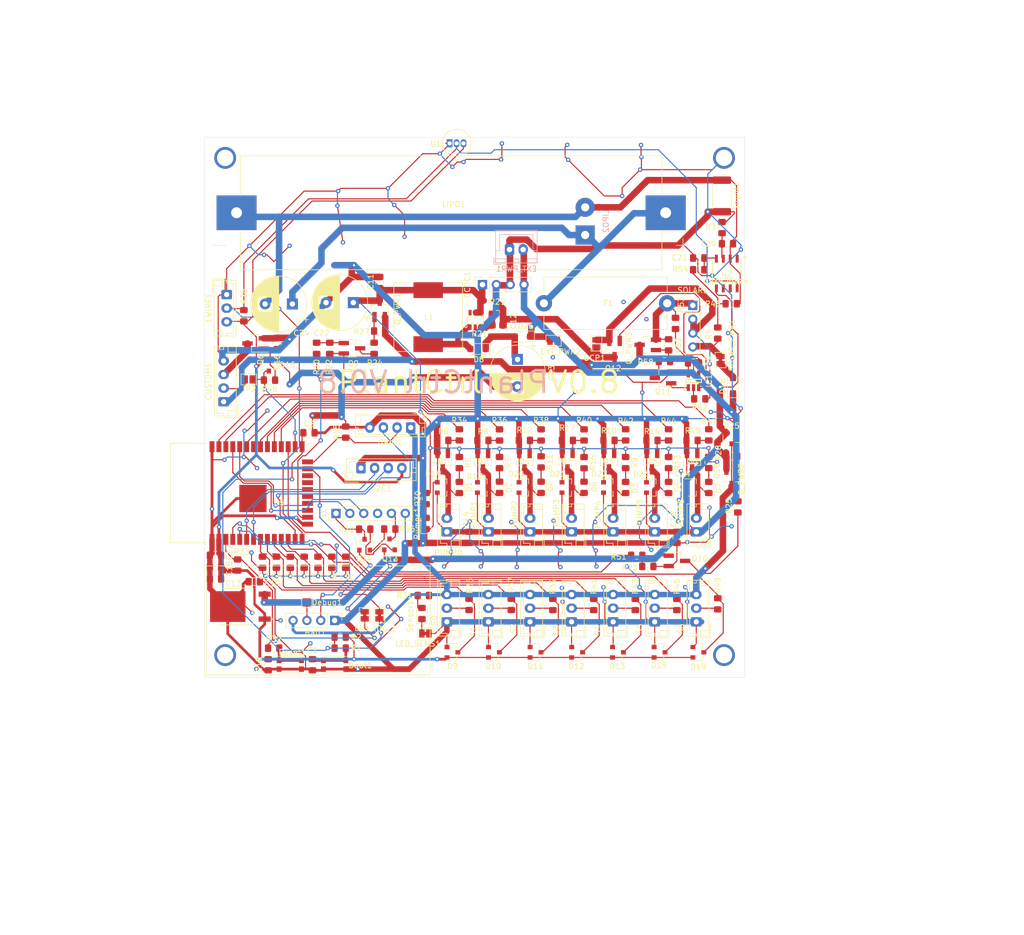
<source format=kicad_pcb>
(kicad_pcb (version 20171130) (host pcbnew "(5.1.5)-3")
  (layers (0 F.Cu signal) (31 B.Cu signal) (34 B.Paste user) (35 F.Paste user) (36 B.SilkS user) (37 F.SilkS user) (38 B.Mask user) (39 F.Mask user) (44 Edge.Cuts user))
  (net 0 "")
  (net 1 PLANT1_PUMP)
  (net 2 PLANT2_PUMP)
  (net 3 PLANT3_PUMP)
  (net 4 PLANT4_PUMP)
  (net 5 PLANT5_PUMP)
  (net 6 PLANT6_PUMP)
  (net 7 GND)
  (net 8 PLANT6_MOIST)
  (net 9 PLANT5_MOIST)
  (net 10 PLANT4_MOIST)
  (net 11 PLANT3_MOIST)
  (net 12 PLANT2_MOIST)
  (net 13 PLANT1_MOIST)
  (net 14 PLANT_CTRL_PUMP_0)
  (net 15 PUMP_PWR)
  (net 16 PWR_PUMP_CONVERTER)
  (net 17 3_3V)
  (net 18 Temp)
  (net 19 PLANT0_PUMP)
  (net 20 CUSTOM_GPIO)
  (net 21 PWR_SENSORS)
  (net 22 PLANT0_MOIST)
  (net 23 "Net-(R35-Pad1)")
  (net 24 PLANT_CTRL_PUMP_1)
  (net 25 "Net-(R37-Pad1)")
  (net 26 PLANT_CTRL_PUMP_2)
  (net 27 "Net-(R39-Pad1)")
  (net 28 PLANT_CTRL_PUMP_3)
  (net 29 "Net-(R41-Pad1)")
  (net 30 PLANT_CTRL_PUMP_4)
  (net 31 "Net-(R43-Pad1)")
  (net 32 PLANT_CTRL_PUMP_5)
  (net 33 "Net-(R45-Pad1)")
  (net 34 PLANT_CTRL_PUMP_6)
  (net 35 "Net-(R49-Pad1)")
  (net 36 PUMP_ENABLE)
  (net 37 SENSORS_ENABLE)
  (net 38 "Net-(C10-Pad2)")
  (net 39 VCC_BATT)
  (net 40 LIPO_OC)
  (net 41 "Net-(D8-Pad2)")
  (net 42 "Net-(IC1-Pad2)")
  (net 43 "Net-(R21-Pad2)")
  (net 44 "Net-(D1-Pad2)")
  (net 45 "Net-(D2-Pad2)")
  (net 46 "Net-(D3-Pad2)")
  (net 47 "Net-(D4-Pad2)")
  (net 48 "Net-(D5-Pad2)")
  (net 49 "Net-(D6-Pad2)")
  (net 50 "Net-(D7-Pad2)")
  (net 51 "Net-(Pumps1-Pad2)")
  (net 52 "Net-(Q1-Pad1)")
  (net 53 "Net-(Q2-Pad1)")
  (net 54 "Net-(Q3-Pad1)")
  (net 55 "Net-(Q4-Pad1)")
  (net 56 "Net-(Q5-Pad1)")
  (net 57 "Net-(Q6-Pad1)")
  (net 58 "Net-(Q7-Pad1)")
  (net 59 "Net-(Q8-Pad1)")
  (net 60 "Net-(Q9-Pad3)")
  (net 61 "Net-(Q9-Pad1)")
  (net 62 "Net-(Q10-Pad3)")
  (net 63 "Net-(Q10-Pad1)")
  (net 64 "Net-(Q_PWR1-Pad1)")
  (net 65 "Net-(Q_PWR2-Pad1)")
  (net 66 "Net-(R31-Pad1)")
  (net 67 "Net-(C12-Pad1)")
  (net 68 "Net-(C19-Pad2)")
  (net 69 VCC)
  (net 70 "Net-(C18-Pad2)")
  (net 71 enable_all)
  (net 72 "Net-(Q_PWR3-Pad1)")
  (net 73 SOLAR_IN)
  (net 74 "Net-(C2-Pad2)")
  (net 75 "Net-(C20-Pad1)")
  (net 76 "Net-(D18-Pad2)")
  (net 77 VCC_BAT_FUSED)
  (net 78 "Net-(I2C1-Pad3)")
  (net 79 "Net-(I2C1-Pad2)")
  (net 80 "Net-(IC1-Pad1)")
  (net 81 SOLAR_GND)
  (net 82 "Net-(R4-Pad1)")
  (net 83 "Net-(C21-Pad1)")
  (net 84 "Net-(CUSTOM1-Pad3)")
  (net 85 "Net-(CUSTOM1-Pad2)")
  (net 86 "Net-(GPIO1-Pad3)")
  (net 87 "Net-(GPIO1-Pad2)")
  (net 88 "Net-(LED_SENS1-Pad1)")
  (net 89 Rsense+)
  (net 90 HALL_TX)
  (net 91 "Net-(Debug1-Pad1)")
  (net 92 EN)
  (net 93 IO0)
  (net 94 RTS)
  (net 95 "Net-(Q13-Pad2)")
  (net 96 DTR)
  (net 97 "Net-(Q14-Pad2)")
  (net 98 ESP_RX)
  (net 99 ESP_TX)
  (net 100 "Net-(Boot1-Pad2)")
  (module Capacitor_THT:CP_Radial_D10.0mm_P5.00mm (layer F.Cu) (at 186.309 71.247 180)
    (fp_text reference C24 (at -1.651 -5.334) (layer F.SilkS))
    (fp_text value 1000uF)
    (pad 2 thru_hole circle (at 5 0 180) (size 2 2) (drill 1) (layers *.Cu *.Mask) (net 89 Rsense+))
    (pad 1 thru_hole rect (at 0 0 180) (size 2 2) (drill 1) (layers *.Cu *.Mask) (net 39 VCC_BATT))
  )
  (module TestPoint:TestPoint_Pad_1.5x1.5mm (layer F.Cu) (at 188.9506 125.984 180)
    (fp_text reference Debug1 (at -3.7084 0) (layer F.SilkS))
    (fp_text value Conn_01x01_Male)
    (pad 1 smd rect (at 0 0 180) (size 1.5 1.5) (layers F.Cu F.Mask) (net 91 "Net-(Debug1-Pad1)"))
  )
  (module Package_TO_SOT_SMD:SOT-23 (layer F.Cu) (at 199.5424 115.3922 90)
    (fp_text reference Q14 (at -2.5908 -0.0254 180) (layer F.SilkS))
    (fp_text value BC817)
    (pad 3 smd rect (at 1 0 90) (size 0.9 0.8) (layers F.Cu F.Paste F.Mask) (net 96 DTR))
    (pad 2 smd rect (at -1 0.95 90) (size 0.9 0.8) (layers F.Cu F.Paste F.Mask) (net 97 "Net-(Q14-Pad2)"))
    (pad 1 smd rect (at -1 -0.95 90) (size 0.9 0.8) (layers F.Cu F.Paste F.Mask) (net 93 IO0))
  )
  (module Package_TO_SOT_SMD:SOT-23 (layer F.Cu) (at 204.1144 115.3414 90)
    (fp_text reference Q13 (at -2.6416 0.1016 180) (layer F.SilkS))
    (fp_text value BC817)
    (pad 3 smd rect (at 1 0 90) (size 0.9 0.8) (layers F.Cu F.Paste F.Mask) (net 94 RTS))
    (pad 2 smd rect (at -1 0.95 90) (size 0.9 0.8) (layers F.Cu F.Paste F.Mask) (net 95 "Net-(Q13-Pad2)"))
    (pad 1 smd rect (at -1 -0.95 90) (size 0.9 0.8) (layers F.Cu F.Paste F.Mask) (net 92 EN))
  )
  (module Connector_PinHeader_2.54mm:PinHeader_1x06_P2.54mm_Vertical (layer F.Cu) (at 194.31 109.6518 90)
    (fp_text reference J1 (at 0 -2.33 90) (layer F.SilkS))
    (fp_text value Conn_01x06_Female)
    (pad 6 thru_hole oval (at 0 12.7 90) (size 1.7 1.7) (drill 1) (layers *.Cu *.Mask) (net 7 GND))
    (pad 5 thru_hole oval (at 0 10.16 90) (size 1.7 1.7) (drill 1) (layers *.Cu *.Mask) (net 94 RTS))
    (pad 4 thru_hole oval (at 0 7.62 90) (size 1.7 1.7) (drill 1) (layers *.Cu *.Mask))
    (pad 3 thru_hole oval (at 0 5.08 90) (size 1.7 1.7) (drill 1) (layers *.Cu *.Mask) (net 98 ESP_RX))
    (pad 2 thru_hole oval (at 0 2.54 90) (size 1.7 1.7) (drill 1) (layers *.Cu *.Mask) (net 99 ESP_TX))
    (pad 1 thru_hole rect (at 0 0 90) (size 1.7 1.7) (drill 1) (layers *.Cu *.Mask) (net 96 DTR))
  )
  (module Resistor_SMD:R_0805_2012Metric_Pad1.15x1.40mm_HandSolder (layer F.Cu) (at 204.1652 112.522)
    (fp_text reference R56 (at 3.2258 0) (layer F.SilkS))
    (fp_text value 10k)
    (pad 2 smd roundrect (at 1.025 0) (size 1.15 1.4) (layers F.Cu F.Paste F.Mask) (roundrect_rratio 0.217391) (net 94 RTS))
    (pad 1 smd roundrect (at -1.025 0) (size 1.15 1.4) (layers F.Cu F.Paste F.Mask) (roundrect_rratio 0.217391) (net 97 "Net-(Q14-Pad2)"))
  )
  (module Resistor_SMD:R_0805_2012Metric_Pad1.15x1.40mm_HandSolder (layer F.Cu) (at 199.5678 112.5474 180)
    (fp_text reference R20 (at 3.3528 -0.1016) (layer F.SilkS))
    (fp_text value 10k)
    (pad 2 smd roundrect (at 1.025 0 180) (size 1.15 1.4) (layers F.Cu F.Paste F.Mask) (roundrect_rratio 0.217391) (net 96 DTR))
    (pad 1 smd roundrect (at -1.025 0 180) (size 1.15 1.4) (layers F.Cu F.Paste F.Mask) (roundrect_rratio 0.217391) (net 95 "Net-(Q13-Pad2)"))
  )
  (module Jumper:SolderJumper-2_P1.3mm_Bridged_Pad1.0x1.5mm (layer F.Cu) (at 202.2602 128.3462 90)
    (fp_text reference IO0_1 (at -2.4638 1.0668 180) (layer F.SilkS))
    (fp_text value NC)
    (fp_poly (pts (xy -0.25 -0.3) (xy 0.25 -0.3) (xy 0.25 0.3) (xy -0.25 0.3)) (layer F.Cu) (width 0))
    (pad 2 smd rect (at 0.65 0 90) (size 1 1.5) (layers F.Cu F.Mask) (net 93 IO0))
    (pad 1 smd rect (at -0.65 0 90) (size 1 1.5) (layers F.Cu F.Mask) (net 74 "Net-(C2-Pad2)"))
  )
  (module Jumper:SolderJumper-2_P1.3mm_Bridged_Pad1.0x1.5mm (layer F.Cu) (at 199.57288 128.33604 90)
    (fp_text reference EN1 (at -2.34696 -0.43688 180) (layer F.SilkS))
    (fp_text value NC)
    (fp_poly (pts (xy -0.25 -0.3) (xy 0.25 -0.3) (xy 0.25 0.3) (xy -0.25 0.3)) (layer F.Cu) (width 0))
    (pad 2 smd rect (at 0.65 0 90) (size 1 1.5) (layers F.Cu F.Mask) (net 92 EN))
    (pad 1 smd rect (at -0.65 0 90) (size 1 1.5) (layers F.Cu F.Mask) (net 68 "Net-(C19-Pad2)"))
  )
  (module Capacitor_SMD:C_0805_2012Metric_Pad1.15x1.40mm_HandSolder (layer F.Cu) (at 266.065 60.198)
    (fp_text reference C20 (at -3.5306 0) (layer F.SilkS))
    (fp_text value 100n)
    (pad 2 smd roundrect (at 1.025 0) (size 1.15 1.4) (layers F.Cu F.Paste F.Mask) (roundrect_rratio 0.217391) (net 89 Rsense+))
    (pad 1 smd roundrect (at -1.025 0) (size 1.15 1.4) (layers F.Cu F.Paste F.Mask) (roundrect_rratio 0.217391) (net 75 "Net-(C20-Pad1)"))
  )
  (module Connector_JST:JST_EH_B4B-EH-A_1x04_P2.50mm_Vertical (layer F.Cu) (at 208.0006 93.9038 180)
    (fp_text reference GPIO1 (at 3.75 -2.8) (layer F.SilkS))
    (fp_text value Conn_01x04_Female)
    (pad 4 thru_hole oval (at 7.5 0 180) (size 1.7 1.95) (drill 0.95) (layers *.Cu *.Mask) (net 7 GND))
    (pad 3 thru_hole oval (at 5 0 180) (size 1.7 1.95) (drill 0.95) (layers *.Cu *.Mask) (net 86 "Net-(GPIO1-Pad3)"))
    (pad 2 thru_hole oval (at 2.5 0 180) (size 1.7 1.95) (drill 0.95) (layers *.Cu *.Mask) (net 87 "Net-(GPIO1-Pad2)"))
    (pad 1 thru_hole roundrect (at 0 0 180) (size 1.7 1.95) (drill 0.95) (layers *.Cu *.Mask) (roundrect_rratio 0.147059) (net 21 PWR_SENSORS))
  )
  (module Capacitor_THT:CP_Radial_D10.0mm_P5.00mm (layer F.Cu) (at 227.584 81.407 270)
    (fp_text reference C23 (at 2.5 -6.25 90) (layer F.SilkS))
    (fp_text value 1000uF)
    (pad 2 thru_hole circle (at 5 0 270) (size 2 2) (drill 1) (layers *.Cu *.Mask) (net 7 GND))
    (pad 1 thru_hole rect (at 0 0 270) (size 2 2) (drill 1) (layers *.Cu *.Mask) (net 67 "Net-(C12-Pad1)"))
  )
  (module Capacitor_THT:CP_Radial_D10.0mm_P5.00mm (layer F.Cu) (at 197.485 70.993 180)
    (fp_text reference C22 (at 5.842 -5.588) (layer F.SilkS))
    (fp_text value 1000uF)
    (pad 2 thru_hole circle (at 5 0 180) (size 2 2) (drill 1) (layers *.Cu *.Mask) (net 7 GND))
    (pad 1 thru_hole rect (at 0 0 180) (size 2 2) (drill 1) (layers *.Cu *.Mask) (net 16 PWR_PUMP_CONVERTER))
  )
  (module Resistor_SMD:R_0805_2012Metric_Pad1.15x1.40mm_HandSolder (layer F.Cu) (at 196.088 94.742 90)
    (fp_text reference R55 (at 0 -1.65 90) (layer F.SilkS))
    (fp_text value 10k)
    (pad 2 smd roundrect (at 1.025 0 90) (size 1.15 1.4) (layers F.Cu F.Paste F.Mask) (roundrect_rratio 0.217391) (net 7 GND))
    (pad 1 smd roundrect (at -1.025 0 90) (size 1.15 1.4) (layers F.Cu F.Paste F.Mask) (roundrect_rratio 0.217391) (net 87 "Net-(GPIO1-Pad2)"))
  )
  (module Resistor_SMD:R_0805_2012Metric_Pad1.15x1.40mm_HandSolder (layer F.Cu) (at 221.234 96.266)
    (fp_text reference R8 (at 0 -1.65) (layer F.SilkS))
    (fp_text value 10k)
    (pad 2 smd roundrect (at 1.025 0) (size 1.15 1.4) (layers F.Cu F.Paste F.Mask) (roundrect_rratio 0.217391) (net 53 "Net-(Q2-Pad1)"))
    (pad 1 smd roundrect (at -1.025 0) (size 1.15 1.4) (layers F.Cu F.Paste F.Mask) (roundrect_rratio 0.217391) (net 7 GND))
  )
  (module Jumper:SolderJumper-2_P1.3mm_Bridged_Pad1.0x1.5mm (layer F.Cu) (at 264.795 81.534 90)
    (fp_text reference SOLAR_PWR1 (at 2.7178 2.0574 90) (layer F.SilkS))
    (fp_text value NC)
    (fp_poly (pts (xy -0.25 -0.3) (xy 0.25 -0.3) (xy 0.25 0.3) (xy -0.25 0.3)) (layer F.Cu) (width 0))
    (pad 2 smd rect (at 0.65 0 90) (size 1 1.5) (layers F.Cu F.Mask) (net 73 SOLAR_IN))
    (pad 1 smd rect (at -0.65 0 90) (size 1 1.5) (layers F.Cu F.Mask) (net 76 "Net-(D18-Pad2)"))
  )
  (module Connector_PinSocket_2.54mm:PinSocket_1x04_P2.54mm_Vertical (layer F.Cu) (at 259.715 71.501)
    (fp_text reference SOLAR1 (at 0 -2.77) (layer F.SilkS))
    (fp_text value Conn_01x04)
    (pad 4 thru_hole oval (at 0 7.62) (size 1.7 1.7) (drill 1) (layers *.Cu *.Mask) (net 73 SOLAR_IN))
    (pad 3 thru_hole oval (at 0 5.08) (size 1.7 1.7) (drill 1) (layers *.Cu *.Mask) (net 81 SOLAR_GND))
    (pad 2 thru_hole oval (at 0 2.54) (size 1.7 1.7) (drill 1) (layers *.Cu *.Mask) (net 81 SOLAR_GND))
    (pad 1 thru_hole rect (at 0 0) (size 1.7 1.7) (drill 1) (layers *.Cu *.Mask) (net 77 VCC_BAT_FUSED))
  )
  (module Jumper:SolderJumper-2_P1.3mm_Open_Pad1.0x1.5mm (layer F.Cu) (at 242.0366 78.486 270)
    (fp_text reference OCP1 (at 2.667 0.3556 180) (layer F.SilkS))
    (fp_text value SolderJumper_2_Open)
    (pad 1 smd rect (at -0.65 0 270) (size 1 1.5) (layers F.Cu F.Mask) (net 81 SOLAR_GND))
    (pad 2 smd rect (at 0.65 0 270) (size 1 1.5) (layers F.Cu F.Mask) (net 7 GND))
  )
  (module Connector_Wire:SolderWirePad_1x02_P5.08mm_Drill1.5mm (layer B.Cu) (at 239.9792 58.5978 90)
    (fp_text reference LIPO2 (at 2.54 3.81 -90) (layer B.SilkS) (effects (justify mirror)))
    (fp_text value Conn_01x02_Female)
    (pad 2 thru_hole circle (at 5.08 0 90) (size 3.50012 3.50012) (drill 1.50114) (layers *.Cu *.Mask) (net 89 Rsense+))
    (pad 1 thru_hole rect (at 0 0 90) (size 3.50012 3.50012) (drill 1.50114) (layers *.Cu *.Mask) (net 39 VCC_BATT))
  )
  (module misc_footprints:BatteryHolder_Keystone_1042_1x18650 (layer F.Cu) (at 215.4066 54.5084 180)
    (fp_text reference LIPO1 (at -0.4934 1.524) (layer F.SilkS))
    (fp_text value Conn_01x02_Female)
    (pad 1 thru_hole rect (at -39.33 0 180) (size 7.34 6.35) (drill 2) (layers *.Cu *.Mask) (net 39 VCC_BATT))
    (pad 2 thru_hole rect (at 39.33 0 180) (size 7.34 6.35) (drill 2) (layers *.Cu *.Mask) (net 89 Rsense+))
    (pad "" np_thru_hole circle (at 27.6 -8 180) (size 3.45 3.45) (drill 3.45) (layers *.Cu *.Mask))
    (pad "" np_thru_hole circle (at -27.6 8 180) (size 3.45 3.45) (drill 3.45) (layers *.Cu *.Mask))
    (pad "" np_thru_hole circle (at -35.93 -8 180) (size 2.39 2.39) (drill 2.39) (layers *.Cu *.Mask))
  )
  (module Jumper:SolderJumper-2_P1.3mm_Bridged_Pad1.0x1.5mm (layer F.Cu) (at 210.693 131.6736)
    (fp_text reference LED_SENS1 (at -1.3716 1.8796) (layer F.SilkS))
    (fp_text value NC)
    (fp_poly (pts (xy -0.25 -0.3) (xy 0.25 -0.3) (xy 0.25 0.3) (xy -0.25 0.3)) (layer F.Cu) (width 0))
    (pad 2 smd rect (at 0.65 0) (size 1 1.5) (layers F.Cu F.Mask) (net 7 GND))
    (pad 1 smd rect (at -0.65 0) (size 1 1.5) (layers F.Cu F.Mask) (net 88 "Net-(LED_SENS1-Pad1)"))
  )
  (module Jumper:SolderJumper-2_P1.3mm_Open_Pad1.0x1.5mm (layer F.Cu) (at 234.188 77.978)
    (fp_text reference EXT_PWR2 (at 1.27 2.032) (layer F.SilkS))
    (fp_text value SolderJumper_2_Open)
    (pad 1 smd rect (at -0.65 0) (size 1 1.5) (layers F.Cu F.Mask) (net 15 PUMP_PWR))
    (pad 2 smd rect (at 0.65 0) (size 1 1.5) (layers F.Cu F.Mask) (net 69 VCC))
  )
  (module Connector_JST:JST_XH_B2B-XH-A_1x02_P2.50mm_Vertical (layer B.Cu) (at 226.1108 61.2648)
    (fp_text reference EXT_PWR1 (at 1.25 3.55) (layer B.SilkS) (effects (justify mirror)))
    (fp_text value Conn_01x02)
    (pad 2 thru_hole oval (at 2.5 0) (size 1.7 2) (drill 1) (layers *.Cu *.Mask) (net 15 PUMP_PWR))
    (pad 1 thru_hole roundrect (at 0 0) (size 1.7 2) (drill 1) (layers *.Cu *.Mask) (roundrect_rratio 0.147059) (net 7 GND))
  )
  (module Connector_PinSocket_2.54mm:PinSocket_1x04_P2.54mm_Vertical (layer F.Cu) (at 221.1578 67.691 90)
    (fp_text reference DCDC1 (at 0 -2.77 90) (layer F.SilkS))
    (fp_text value Conn_01x04)
    (pad 4 thru_hole oval (at 0 7.62 90) (size 1.7 1.7) (drill 1) (layers *.Cu *.Mask) (net 15 PUMP_PWR))
    (pad 3 thru_hole oval (at 0 5.08 90) (size 1.7 1.7) (drill 1) (layers *.Cu *.Mask) (net 7 GND))
    (pad 2 thru_hole oval (at 0 2.54 90) (size 1.7 1.7) (drill 1) (layers *.Cu *.Mask) (net 7 GND))
    (pad 1 thru_hole rect (at 0 0 90) (size 1.7 1.7) (drill 1) (layers *.Cu *.Mask) (net 16 PWR_PUMP_CONVERTER))
  )
  (module Connector_JST:JST_EH_B4B-EH-A_1x04_P2.50mm_Vertical (layer F.Cu) (at 173.7106 89.1794 90)
    (fp_text reference CUSTOM1 (at 3.75 -2.8 90) (layer F.SilkS))
    (fp_text value Conn_01x04)
    (pad 4 thru_hole oval (at 7.5 0 90) (size 1.7 1.95) (drill 0.95) (layers *.Cu *.Mask) (net 7 GND))
    (pad 3 thru_hole oval (at 5 0 90) (size 1.7 1.95) (drill 0.95) (layers *.Cu *.Mask) (net 84 "Net-(CUSTOM1-Pad3)"))
    (pad 2 thru_hole oval (at 2.5 0 90) (size 1.7 1.95) (drill 0.95) (layers *.Cu *.Mask) (net 85 "Net-(CUSTOM1-Pad2)"))
    (pad 1 thru_hole roundrect (at 0 0 90) (size 1.7 1.95) (drill 0.95) (layers *.Cu *.Mask) (roundrect_rratio 0.147059) (net 69 VCC))
  )
  (module Connector_JST:JST_EH_B3B-EH-A_1x03_P2.50mm_Vertical (layer F.Cu) (at 174.2694 69.5198 270)
    (fp_text reference 1WIRE1 (at 2.4892 3.302 90) (layer F.SilkS))
    (fp_text value Conn_01x03)
    (pad 3 thru_hole oval (at 5 0 270) (size 1.7 1.95) (drill 0.95) (layers *.Cu *.Mask) (net 17 3_3V))
    (pad 2 thru_hole oval (at 2.5 0 270) (size 1.7 1.95) (drill 0.95) (layers *.Cu *.Mask) (net 18 Temp))
    (pad 1 thru_hole roundrect (at 0 0 270) (size 1.7 1.95) (drill 0.95) (layers *.Cu *.Mask) (roundrect_rratio 0.147059) (net 7 GND))
  )
  (module misc_footprints:ds2438az&plus_ (layer F.Cu) (at 265.938 65.659 270)
    (fp_text reference U2 (at 0 0 180) (layer F.SilkS))
    (fp_text value ds2438az+ (at 1.2954 0 180) (layer F.SilkS))
    (fp_text user * (at -2.97815 -3.5814 90) (layer F.SilkS))
    (fp_text user * (at -2.97815 -3.5814 90) (layer F.SilkS))
    (pad 8 smd rect (at 2.72415 -1.905 270) (size 1.4605 0.5334) (layers F.Cu F.Paste F.Mask) (net 18 Temp))
    (pad 7 smd rect (at 2.72415 -0.635 270) (size 1.4605 0.5334) (layers F.Cu F.Paste F.Mask))
    (pad 6 smd rect (at 2.72415 0.635 270) (size 1.4605 0.5334) (layers F.Cu F.Paste F.Mask))
    (pad 5 smd rect (at 2.72415 1.905 270) (size 1.4605 0.5334) (layers F.Cu F.Paste F.Mask) (net 69 VCC))
    (pad 4 smd rect (at -2.72415 1.905 270) (size 1.4605 0.5334) (layers F.Cu F.Paste F.Mask) (net 83 "Net-(C21-Pad1)"))
    (pad 3 smd rect (at -2.72415 0.635 270) (size 1.4605 0.5334) (layers F.Cu F.Paste F.Mask) (net 75 "Net-(C20-Pad1)"))
    (pad 2 smd rect (at -2.72415 -0.635 270) (size 1.4605 0.5334) (layers F.Cu F.Paste F.Mask) (net 89 Rsense+))
    (pad 1 smd rect (at -2.72415 -1.905 270) (size 1.4605 0.5334) (layers F.Cu F.Paste F.Mask) (net 7 GND))
  )
  (module Resistor_SMD:R_0805_2012Metric_Pad1.15x1.40mm_HandSolder (layer F.Cu) (at 260.7818 64.9732)
    (fp_text reference R54 (at -3.3528 -0.0762) (layer F.SilkS))
    (fp_text value 100k)
    (pad 2 smd roundrect (at 1.025 0) (size 1.15 1.4) (layers F.Cu F.Paste F.Mask) (roundrect_rratio 0.217391) (net 83 "Net-(C21-Pad1)"))
    (pad 1 smd roundrect (at -1.025 0) (size 1.15 1.4) (layers F.Cu F.Paste F.Mask) (roundrect_rratio 0.217391) (net 82 "Net-(R4-Pad1)"))
  )
  (module Capacitor_SMD:C_0805_2012Metric_Pad1.15x1.40mm_HandSolder (layer F.Cu) (at 260.7908 62.8142 180)
    (fp_text reference C21 (at 3.4888 0.0762) (layer F.SilkS))
    (fp_text value 100n)
    (pad 2 smd roundrect (at 1.025 0 180) (size 1.15 1.4) (layers F.Cu F.Paste F.Mask) (roundrect_rratio 0.217391) (net 7 GND))
    (pad 1 smd roundrect (at -1.025 0 180) (size 1.15 1.4) (layers F.Cu F.Paste F.Mask) (roundrect_rratio 0.217391) (net 83 "Net-(C21-Pad1)"))
  )
  (module Resistor_SMD:R_2512_6332Metric (layer F.Cu) (at 265.049 51.435 270)
    (fp_text reference Shunt1 (at 0 -2.62 90) (layer F.SilkS))
    (fp_text value 0.100)
    (pad 1 smd roundrect (at -2.9 0 270) (size 1.35 3.35) (layers F.Cu F.Paste F.Mask) (roundrect_rratio 0.185185) (net 89 Rsense+))
    (pad 2 smd roundrect (at 2.9 0 270) (size 1.35 3.35) (layers F.Cu F.Paste F.Mask) (roundrect_rratio 0.185185) (net 7 GND))
  )
  (module Resistor_SMD:R_0805_2012Metric_Pad1.15x1.40mm_HandSolder (layer F.Cu) (at 266.7508 71.1962 180)
    (fp_text reference R48 (at 3.3528 -0.0508) (layer F.SilkS))
    (fp_text value 10k)
    (pad 2 smd roundrect (at 1.025 0 180) (size 1.15 1.4) (layers F.Cu F.Paste F.Mask) (roundrect_rratio 0.217391) (net 82 "Net-(R4-Pad1)"))
    (pad 1 smd roundrect (at -1.025 0 180) (size 1.15 1.4) (layers F.Cu F.Paste F.Mask) (roundrect_rratio 0.217391) (net 89 Rsense+))
  )
  (module Resistor_SMD:R_0805_2012Metric_Pad1.15x1.40mm_HandSolder (layer F.Cu) (at 264.287 76.581 270)
    (fp_text reference R4 (at 0.254 1.6256 90) (layer F.SilkS))
    (fp_text value 10k)
    (pad 2 smd roundrect (at 1.025 0 270) (size 1.15 1.4) (layers F.Cu F.Paste F.Mask) (roundrect_rratio 0.217391) (net 73 SOLAR_IN))
    (pad 1 smd roundrect (at -1.025 0 270) (size 1.15 1.4) (layers F.Cu F.Paste F.Mask) (roundrect_rratio 0.217391) (net 82 "Net-(R4-Pad1)"))
  )
  (module Resistor_SMD:R_0805_2012Metric_Pad1.15x1.40mm_HandSolder (layer F.Cu) (at 265.0744 57.2352 270)
    (fp_text reference R3 (at -0.0852 2.0574 180) (layer F.SilkS))
    (fp_text value 100k)
    (pad 2 smd roundrect (at 1.025 0 270) (size 1.15 1.4) (layers F.Cu F.Paste F.Mask) (roundrect_rratio 0.217391) (net 75 "Net-(C20-Pad1)"))
    (pad 1 smd roundrect (at -1.025 0 270) (size 1.15 1.4) (layers F.Cu F.Paste F.Mask) (roundrect_rratio 0.217391) (net 7 GND))
  )
  (module Connector_JST:JST_EH_B4B-EH-A_1x04_P2.50mm_Vertical (layer F.Cu) (at 198.882 101.346)
    (fp_text reference I2C1 (at 3.937 3.7592) (layer F.SilkS))
    (fp_text value Conn_01x04_Female)
    (pad 4 thru_hole oval (at 7.5 0) (size 1.7 1.95) (drill 0.95) (layers *.Cu *.Mask) (net 17 3_3V))
    (pad 3 thru_hole oval (at 5 0) (size 1.7 1.95) (drill 0.95) (layers *.Cu *.Mask) (net 78 "Net-(I2C1-Pad3)"))
    (pad 2 thru_hole oval (at 2.5 0) (size 1.7 1.95) (drill 0.95) (layers *.Cu *.Mask) (net 79 "Net-(I2C1-Pad2)"))
    (pad 1 thru_hole roundrect (at 0 0) (size 1.7 1.95) (drill 0.95) (layers *.Cu *.Mask) (roundrect_rratio 0.147059) (net 7 GND))
  )
  (module Diode_SMD:D_SOD-123F (layer F.Cu) (at 267.081 86.233 90)
    (fp_text reference D18 (at -0.127 -1.905 90) (layer F.SilkS))
    (fp_text value "40V >2A")
    (pad 2 smd rect (at 1.4 0 90) (size 1.1 1.1) (layers F.Cu F.Paste F.Mask) (net 76 "Net-(D18-Pad2)"))
    (pad 1 smd rect (at -1.4 0 90) (size 1.1 1.1) (layers F.Cu F.Paste F.Mask) (net 15 PUMP_PWR))
  )
  (module Package_TO_SOT_SMD:SOT-23_Handsoldering (layer F.Cu) (at 266.827 103.124 270)
    (fp_text reference Q_PWR2 (at 0.254 -1.778 90) (layer F.SilkS))
    (fp_text value "P-channel 50v 4A")
    (pad 3 smd rect (at 1.5 0 270) (size 1.9 0.8) (layers F.Cu F.Paste F.Mask) (net 21 PWR_SENSORS))
    (pad 2 smd rect (at -1.5 0.95 270) (size 1.9 0.8) (layers F.Cu F.Paste F.Mask) (net 69 VCC))
    (pad 1 smd rect (at -1.5 -0.95 270) (size 1.9 0.8) (layers F.Cu F.Paste F.Mask) (net 65 "Net-(Q_PWR2-Pad1)"))
  )
  (module misc_footprints:SOT-23-6 (layer F.Cu) (at 219.837 74.168 90)
    (fp_text reference U4 (at 0.076237 -0.079439 270) (layer F.SilkS) (effects (font (size 0.600291 0.600291) (thickness 0.015))))
    (fp_text value SX1308)
    (pad 5 smd rect (at 1.35 0 90) (size 1 0.55) (layers F.Cu F.Paste F.Mask) (net 16 PWR_PUMP_CONVERTER))
    (pad 6 smd rect (at 1.35 -0.95 90) (size 1 0.55) (layers F.Cu F.Paste F.Mask))
    (pad 4 smd rect (at 1.35 0.95 90) (size 1 0.55) (layers F.Cu F.Paste F.Mask) (net 16 PWR_PUMP_CONVERTER))
    (pad 3 smd rect (at -1.35 0.95 90) (size 1 0.55) (layers F.Cu F.Paste F.Mask) (net 43 "Net-(R21-Pad2)"))
    (pad 1 smd rect (at -1.35 -0.95 90) (size 1 0.55) (layers F.Cu F.Paste F.Mask) (net 41 "Net-(D8-Pad2)"))
    (pad 2 smd rect (at -1.35 0 90) (size 1 0.55) (layers F.Cu F.Paste F.Mask) (net 7 GND))
  )
  (module ESP32:DPAK457P991X255-3N (layer F.Cu) (at 176.784 126.746 180)
    (fp_text reference U3 (at -2.825 -4.635) (layer F.SilkS) (effects (font (thickness 0.015))))
    (fp_text value LP38690DT-3.3)
    (pad 4 smd rect (at 2.32 0 180) (size 6.49 5.63) (layers F.Cu F.Mask) (net 7 GND))
    (pad 3 smd rect (at -4.45 2.285 180) (size 2.22 0.96) (layers F.Cu F.Paste F.Mask) (net 69 VCC))
    (pad 1 smd rect (at -4.45 -2.285 180) (size 2.22 0.96) (layers F.Cu F.Paste F.Mask) (net 17 3_3V))
  )
  (module Resistor_SMD:R_0805_2012Metric_Pad1.15x1.40mm_HandSolder (layer F.Cu) (at 256.54 74.803 270)
    (fp_text reference R53 (at -3.429 -1.016 90) (layer F.SilkS))
    (fp_text value 100)
    (pad 2 smd roundrect (at 1.025 0 270) (size 1.15 1.4) (layers F.Cu F.Paste F.Mask) (roundrect_rratio 0.217391) (net 38 "Net-(C10-Pad2)"))
    (pad 1 smd roundrect (at -1.025 0 270) (size 1.15 1.4) (layers F.Cu F.Paste F.Mask) (roundrect_rratio 0.217391) (net 77 VCC_BAT_FUSED))
  )
  (module Resistor_SMD:R_0805_2012Metric_Pad1.15x1.40mm_HandSolder (layer F.Cu) (at 260.985 88.646 180)
    (fp_text reference R52 (at 0 -1.65) (layer F.SilkS))
    (fp_text value 1k)
    (pad 2 smd roundrect (at 1.025 0 180) (size 1.15 1.4) (layers F.Cu F.Paste F.Mask) (roundrect_rratio 0.217391) (net 42 "Net-(IC1-Pad2)"))
    (pad 1 smd roundrect (at -1.025 0 180) (size 1.15 1.4) (layers F.Cu F.Paste F.Mask) (roundrect_rratio 0.217391) (net 81 SOLAR_GND))
  )
  (module Resistor_SMD:R_0805_2012Metric_Pad1.15x1.40mm_HandSolder (layer F.Cu) (at 249.428 117.348 180)
    (fp_text reference R51 (at 3.302 -0.254) (layer F.SilkS))
    (fp_text value 1k)
    (pad 2 smd roundrect (at 1.025 0 180) (size 1.15 1.4) (layers F.Cu F.Paste F.Mask) (roundrect_rratio 0.217391) (net 37 SENSORS_ENABLE))
    (pad 1 smd roundrect (at -1.025 0 180) (size 1.15 1.4) (layers F.Cu F.Paste F.Mask) (roundrect_rratio 0.217391) (net 63 "Net-(Q10-Pad1)"))
  )
  (module Resistor_SMD:R_0805_2012Metric_Pad1.15x1.40mm_HandSolder (layer F.Cu) (at 190.754 79.375 270)
    (fp_text reference R50 (at 3.429 0 90) (layer F.SilkS))
    (fp_text value 1k)
    (pad 2 smd roundrect (at 1.025 0 270) (size 1.15 1.4) (layers F.Cu F.Paste F.Mask) (roundrect_rratio 0.217391) (net 36 PUMP_ENABLE))
    (pad 1 smd roundrect (at -1.025 0 270) (size 1.15 1.4) (layers F.Cu F.Paste F.Mask) (roundrect_rratio 0.217391) (net 61 "Net-(Q9-Pad1)"))
  )
  (module Resistor_SMD:R_0805_2012Metric_Pad1.15x1.40mm_HandSolder (layer F.Cu) (at 182.118 85.217 180)
    (fp_text reference R46 (at 0 -1.65) (layer F.SilkS))
    (fp_text value 1k)
    (pad 2 smd roundrect (at 1.025 0 180) (size 1.15 1.4) (layers F.Cu F.Paste F.Mask) (roundrect_rratio 0.217391) (net 20 CUSTOM_GPIO))
    (pad 1 smd roundrect (at -1.025 0 180) (size 1.15 1.4) (layers F.Cu F.Paste F.Mask) (roundrect_rratio 0.217391) (net 57 "Net-(Q6-Pad1)"))
  )
  (module Resistor_SMD:R_0805_2012Metric_Pad1.15x1.40mm_HandSolder (layer F.Cu) (at 223.901 73.152)
    (fp_text reference R29 (at 0 -2.286 180) (layer F.SilkS))
    (fp_text value 1k)
    (pad 2 smd roundrect (at 1.025 0) (size 1.15 1.4) (layers F.Cu F.Paste F.Mask) (roundrect_rratio 0.217391) (net 7 GND))
    (pad 1 smd roundrect (at -1.025 0) (size 1.15 1.4) (layers F.Cu F.Paste F.Mask) (roundrect_rratio 0.217391) (net 43 "Net-(R21-Pad2)"))
  )
  (module Resistor_SMD:R_0805_2012Metric_Pad1.15x1.40mm_HandSolder (layer F.Cu) (at 266.827 99.187 180)
    (fp_text reference R28 (at 2.413 0.635 90) (layer F.SilkS))
    (fp_text value 10k)
    (pad 2 smd roundrect (at 1.025 0 180) (size 1.15 1.4) (layers F.Cu F.Paste F.Mask) (roundrect_rratio 0.217391) (net 69 VCC))
    (pad 1 smd roundrect (at -1.025 0 180) (size 1.15 1.4) (layers F.Cu F.Paste F.Mask) (roundrect_rratio 0.217391) (net 65 "Net-(Q_PWR2-Pad1)"))
  )
  (module Resistor_SMD:R_0805_2012Metric_Pad1.15x1.40mm_HandSolder (layer F.Cu) (at 202.311 76.2)
    (fp_text reference R27 (at -3.302 0.127 180) (layer F.SilkS))
    (fp_text value 10k)
    (pad 2 smd roundrect (at 1.025 0) (size 1.15 1.4) (layers F.Cu F.Paste F.Mask) (roundrect_rratio 0.217391) (net 69 VCC))
    (pad 1 smd roundrect (at -1.025 0) (size 1.15 1.4) (layers F.Cu F.Paste F.Mask) (roundrect_rratio 0.217391) (net 64 "Net-(Q_PWR1-Pad1)"))
  )
  (module Resistor_SMD:R_0805_2012Metric_Pad1.15x1.40mm_HandSolder (layer F.Cu) (at 177.419 73.406 270)
    (fp_text reference R26 (at -3.556 0 90) (layer F.SilkS))
    (fp_text value 4k7)
    (pad 2 smd roundrect (at 1.025 0 270) (size 1.15 1.4) (layers F.Cu F.Paste F.Mask) (roundrect_rratio 0.217391) (net 17 3_3V))
    (pad 1 smd roundrect (at -1.025 0 270) (size 1.15 1.4) (layers F.Cu F.Paste F.Mask) (roundrect_rratio 0.217391) (net 18 Temp))
  )
  (module Resistor_SMD:R_0805_2012Metric_Pad1.15x1.40mm_HandSolder (layer F.Cu) (at 267.97 108.458 270)
    (fp_text reference R25 (at -0.127 1.651 90) (layer F.SilkS))
    (fp_text value 10k)
    (pad 2 smd roundrect (at 1.025 0 270) (size 1.15 1.4) (layers F.Cu F.Paste F.Mask) (roundrect_rratio 0.217391) (net 62 "Net-(Q10-Pad3)"))
    (pad 1 smd roundrect (at -1.025 0 270) (size 1.15 1.4) (layers F.Cu F.Paste F.Mask) (roundrect_rratio 0.217391) (net 65 "Net-(Q_PWR2-Pad1)"))
  )
  (module Resistor_SMD:R_0805_2012Metric_Pad1.15x1.40mm_HandSolder (layer F.Cu) (at 201.295 79.375 270)
    (fp_text reference R24 (at 2.667 -0.127 180) (layer F.SilkS))
    (fp_text value 10k)
    (pad 2 smd roundrect (at 1.025 0 270) (size 1.15 1.4) (layers F.Cu F.Paste F.Mask) (roundrect_rratio 0.217391) (net 60 "Net-(Q9-Pad3)"))
    (pad 1 smd roundrect (at -1.025 0 270) (size 1.15 1.4) (layers F.Cu F.Paste F.Mask) (roundrect_rratio 0.217391) (net 64 "Net-(Q_PWR1-Pad1)"))
  )
  (module Resistor_SMD:R_0805_2012Metric_Pad1.15x1.40mm_HandSolder (layer F.Cu) (at 251.46 119.38)
    (fp_text reference R23 (at -3.302 0.254) (layer F.SilkS))
    (fp_text value 10k)
    (pad 2 smd roundrect (at 1.025 0) (size 1.15 1.4) (layers F.Cu F.Paste F.Mask) (roundrect_rratio 0.217391) (net 7 GND))
    (pad 1 smd roundrect (at -1.025 0) (size 1.15 1.4) (layers F.Cu F.Paste F.Mask) (roundrect_rratio 0.217391) (net 63 "Net-(Q10-Pad1)"))
  )
  (module Resistor_SMD:R_0805_2012Metric_Pad1.15x1.40mm_HandSolder (layer F.Cu) (at 193.167 79.375 270)
    (fp_text reference R22 (at 3.429 0.127 90) (layer F.SilkS))
    (fp_text value 10k)
    (pad 2 smd roundrect (at 1.025 0 270) (size 1.15 1.4) (layers F.Cu F.Paste F.Mask) (roundrect_rratio 0.217391) (net 7 GND))
    (pad 1 smd roundrect (at -1.025 0 270) (size 1.15 1.4) (layers F.Cu F.Paste F.Mask) (roundrect_rratio 0.217391) (net 61 "Net-(Q9-Pad1)"))
  )
  (module Resistor_SMD:R_0805_2012Metric_Pad1.15x1.40mm_HandSolder (layer F.Cu) (at 222.885 76.2 90)
    (fp_text reference R21 (at -0.508 -2.286 180) (layer F.SilkS))
    (fp_text value 19k-19.5K)
    (pad 2 smd roundrect (at 1.025 0 90) (size 1.15 1.4) (layers F.Cu F.Paste F.Mask) (roundrect_rratio 0.217391) (net 43 "Net-(R21-Pad2)"))
    (pad 1 smd roundrect (at -1.025 0 90) (size 1.15 1.4) (layers F.Cu F.Paste F.Mask) (roundrect_rratio 0.217391) (net 67 "Net-(C12-Pad1)"))
  )
  (module Resistor_SMD:R_0805_2012Metric_Pad1.15x1.40mm_HandSolder (layer F.Cu) (at 183.515 78.486 90)
    (fp_text reference R16 (at -3.429 0 90) (layer F.SilkS))
    (fp_text value 10k)
    (pad 2 smd roundrect (at 1.025 0 90) (size 1.15 1.4) (layers F.Cu F.Paste F.Mask) (roundrect_rratio 0.217391) (net 7 GND))
    (pad 1 smd roundrect (at -1.025 0 90) (size 1.15 1.4) (layers F.Cu F.Paste F.Mask) (roundrect_rratio 0.217391) (net 57 "Net-(Q6-Pad1)"))
  )
  (module Package_TO_SOT_SMD:SOT-23_Handsoldering (layer F.Cu) (at 202.311 72.136 90)
    (fp_text reference Q_PWR1 (at 0 3.302 270) (layer F.SilkS))
    (fp_text value "P-channel 50v 4A")
    (pad 3 smd rect (at 1.5 0 90) (size 1.9 0.8) (layers F.Cu F.Paste F.Mask) (net 16 PWR_PUMP_CONVERTER))
    (pad 2 smd rect (at -1.5 0.95 90) (size 1.9 0.8) (layers F.Cu F.Paste F.Mask) (net 69 VCC))
    (pad 1 smd rect (at -1.5 -0.95 90) (size 1.9 0.8) (layers F.Cu F.Paste F.Mask) (net 64 "Net-(Q_PWR1-Pad1)"))
  )
  (module Package_TO_SOT_SMD:SOT-23_Handsoldering (layer F.Cu) (at 245.364 79.502 270)
    (fp_text reference Q12 (at 3.556 0.254 180) (layer F.SilkS))
    (fp_text value "N-channel 30V 5A")
    (pad 3 smd rect (at 1.5 0 270) (size 1.9 0.8) (layers F.Cu F.Paste F.Mask) (net 7 GND))
    (pad 2 smd rect (at -1.5 0.95 270) (size 1.9 0.8) (layers F.Cu F.Paste F.Mask) (net 81 SOLAR_GND))
    (pad 1 smd rect (at -1.5 -0.95 270) (size 1.9 0.8) (layers F.Cu F.Paste F.Mask) (net 40 LIPO_OC))
  )
  (module Package_TO_SOT_SMD:SOT-23_Handsoldering (layer F.Cu) (at 254.254 84.836 180)
    (fp_text reference Q11 (at 0 -2.5) (layer F.SilkS))
    (fp_text value "N-channel 30V 5A")
    (pad 3 smd rect (at 1.5 0 180) (size 1.9 0.8) (layers F.Cu F.Paste F.Mask) (net 71 enable_all))
    (pad 2 smd rect (at -1.5 0.95 180) (size 1.9 0.8) (layers F.Cu F.Paste F.Mask) (net 7 GND))
    (pad 1 smd rect (at -1.5 -0.95 180) (size 1.9 0.8) (layers F.Cu F.Paste F.Mask) (net 80 "Net-(IC1-Pad1)"))
  )
  (module Package_TO_SOT_SMD:SOT-23_Handsoldering (layer F.Cu) (at 256.794 118.364)
    (fp_text reference Q10 (at 4.191 -0.381) (layer F.SilkS))
    (fp_text value "N-channel 30V 5A")
    (pad 3 smd rect (at 1.5 0) (size 1.9 0.8) (layers F.Cu F.Paste F.Mask) (net 62 "Net-(Q10-Pad3)"))
    (pad 2 smd rect (at -1.5 0.95) (size 1.9 0.8) (layers F.Cu F.Paste F.Mask) (net 7 GND))
    (pad 1 smd rect (at -1.5 -0.95) (size 1.9 0.8) (layers F.Cu F.Paste F.Mask) (net 63 "Net-(Q10-Pad1)"))
  )
  (module Package_TO_SOT_SMD:SOT-23_Handsoldering (layer F.Cu) (at 197.231 79.375)
    (fp_text reference Q9 (at 0.254 2.794) (layer F.SilkS))
    (fp_text value "N-channel 30V 5A")
    (pad 3 smd rect (at 1.5 0) (size 1.9 0.8) (layers F.Cu F.Paste F.Mask) (net 60 "Net-(Q9-Pad3)"))
    (pad 2 smd rect (at -1.5 0.95) (size 1.9 0.8) (layers F.Cu F.Paste F.Mask) (net 7 GND))
    (pad 1 smd rect (at -1.5 -0.95) (size 1.9 0.8) (layers F.Cu F.Paste F.Mask) (net 61 "Net-(Q9-Pad1)"))
  )
  (module Package_TO_SOT_SMD:SOT-23_Handsoldering (layer F.Cu) (at 179.578 78.486 180)
    (fp_text reference Q6 (at -0.889 -2.921 270) (layer F.SilkS))
    (fp_text value "N-channel 30V 5A")
    (pad 3 smd rect (at 1.5 0 180) (size 1.9 0.8) (layers F.Cu F.Paste F.Mask) (net 84 "Net-(CUSTOM1-Pad3)"))
    (pad 2 smd rect (at -1.5 0.95 180) (size 1.9 0.8) (layers F.Cu F.Paste F.Mask) (net 7 GND))
    (pad 1 smd rect (at -1.5 -0.95 180) (size 1.9 0.8) (layers F.Cu F.Paste F.Mask) (net 57 "Net-(Q6-Pad1)"))
  )
  (module Inductor_SMD:L_12x12mm_H4.5mm (layer F.Cu) (at 211.201 73.66 270)
    (fp_text reference L1 (at 0 -0.127 180) (layer F.SilkS))
    (fp_text value "4A 5-22uH min DCR")
    (pad 2 smd rect (at 4.95 0 270) (size 2.9 5.4) (layers F.Cu F.Paste F.Mask) (net 41 "Net-(D8-Pad2)"))
    (pad 1 smd rect (at -4.95 0 270) (size 2.9 5.4) (layers F.Cu F.Paste F.Mask) (net 16 PWR_PUMP_CONVERTER))
  )
  (module Jumper:SolderJumper-2_P1.3mm_Open_Pad1.0x1.5mm (layer F.Cu) (at 178.308 85.09 180)
    (fp_text reference JP2 (at 0 -1.8) (layer F.SilkS))
    (fp_text value SolderJumper_2_Open)
    (pad 1 smd rect (at -0.65 0 180) (size 1 1.5) (layers F.Cu F.Mask) (net 20 CUSTOM_GPIO))
    (pad 2 smd rect (at 0.65 0 180) (size 1 1.5) (layers F.Cu F.Mask) (net 85 "Net-(CUSTOM1-Pad2)"))
  )
  (module misc_footprints:SOT95P280X135-6N (layer F.Cu) (at 259.842 85.344 90)
    (fp_text reference IC1 (at 0 2.8448 90) (layer F.SilkS))
    (fp_text value DW01)
    (pad 6 smd rect (at 1.25 -0.95 90) (size 1.25 0.6) (layers F.Cu F.Paste F.Mask) (net 7 GND))
    (pad 5 smd rect (at 1.25 0 90) (size 1.25 0.6) (layers F.Cu F.Paste F.Mask) (net 38 "Net-(C10-Pad2)"))
    (pad 4 smd rect (at 1.25 0.95 90) (size 1.25 0.6) (layers F.Cu F.Paste F.Mask))
    (pad 3 smd rect (at -1.25 0.95 90) (size 1.25 0.6) (layers F.Cu F.Paste F.Mask) (net 40 LIPO_OC))
    (pad 2 smd rect (at -1.25 0 90) (size 1.25 0.6) (layers F.Cu F.Paste F.Mask) (net 42 "Net-(IC1-Pad2)"))
    (pad 1 smd rect (at -1.25 -0.95 90) (size 1.25 0.6) (layers F.Cu F.Paste F.Mask) (net 80 "Net-(IC1-Pad1)"))
  )
  (module ESP32:SR04M-2PinHeader_1x04_P2.54mm_Vertical (layer F.Cu) (at 194.056 129.286 270)
    (fp_text reference Hall1 (at 2.286 3.556 180) (layer F.SilkS))
    (fp_text value Conn_01x04)
    (pad 4 thru_hole oval (at 0 7.62 270) (size 1.7 1.7) (drill 1) (layers *.Cu *.Mask) (net 21 PWR_SENSORS))
    (pad 3 thru_hole oval (at 0 5.08 270) (size 1.7 1.7) (drill 1) (layers *.Cu *.Mask) (net 91 "Net-(Debug1-Pad1)"))
    (pad 2 thru_hole oval (at 0 2.54 270) (size 1.7 1.7) (drill 1) (layers *.Cu *.Mask) (net 90 HALL_TX))
    (pad 1 thru_hole rect (at 0 0 270) (size 1.7 1.7) (drill 1) (layers *.Cu *.Mask) (net 7 GND))
  )
  (module Diode_SMD:D_SOD-123F (layer F.Cu) (at 228.473 77.216 180)
    (fp_text reference D26 (at -0.635 1.905) (layer F.SilkS))
    (fp_text value "40V >2A")
    (pad 2 smd rect (at 1.4 0 180) (size 1.1 1.1) (layers F.Cu F.Paste F.Mask) (net 67 "Net-(C12-Pad1)"))
    (pad 1 smd rect (at -1.4 0 180) (size 1.1 1.1) (layers F.Cu F.Paste F.Mask) (net 15 PUMP_PWR))
  )
  (module Package_TO_SOT_SMD:SOT-23 (layer F.Cu) (at 266.827 95.885 270)
    (fp_text reference D25 (at -2.286 0 180) (layer F.SilkS))
    (fp_text value BAS40-04)
    (pad 3 smd rect (at 1 0 270) (size 0.9 0.8) (layers F.Cu F.Paste F.Mask) (net 21 PWR_SENSORS))
    (pad 2 smd rect (at -1 0.95 270) (size 0.9 0.8) (layers F.Cu F.Paste F.Mask) (net 69 VCC))
    (pad 1 smd rect (at -1 -0.95 270) (size 0.9 0.8) (layers F.Cu F.Paste F.Mask) (net 7 GND))
  )
  (module Package_TO_SOT_SMD:SOT-23 (layer F.Cu) (at 181.991 82.55 270)
    (fp_text reference D16 (at -0.127 -3.429 180) (layer F.SilkS))
    (fp_text value BAS40-04)
    (pad 3 smd rect (at 1 0 270) (size 0.9 0.8) (layers F.Cu F.Paste F.Mask) (net 20 CUSTOM_GPIO))
    (pad 2 smd rect (at -1 0.95 270) (size 0.9 0.8) (layers F.Cu F.Paste F.Mask) (net 17 3_3V))
    (pad 1 smd rect (at -1 -0.95 270) (size 0.9 0.8) (layers F.Cu F.Paste F.Mask) (net 7 GND))
  )
  (module Diode_SMD:D_SOD-123F (layer F.Cu) (at 220.345 79.502 180)
    (fp_text reference D8 (at -0.127 -1.905) (layer F.SilkS))
    (fp_text value "40V >2A")
    (pad 2 smd rect (at 1.4 0 180) (size 1.1 1.1) (layers F.Cu F.Paste F.Mask) (net 41 "Net-(D8-Pad2)"))
    (pad 1 smd rect (at -1.4 0 180) (size 1.1 1.1) (layers F.Cu F.Paste F.Mask) (net 67 "Net-(C12-Pad1)"))
  )
  (module Capacitor_SMD:C_0805_2012Metric_Pad1.15x1.40mm_HandSolder (layer F.Cu) (at 172.212 121.666 180)
    (fp_text reference C13 (at -3.302 -0.889 180) (layer F.SilkS))
    (fp_text value 22uf)
    (pad 2 smd roundrect (at 1.025 0 180) (size 1.15 1.4) (layers F.Cu F.Paste F.Mask) (roundrect_rratio 0.217391) (net 7 GND))
    (pad 1 smd roundrect (at -1.025 0 180) (size 1.15 1.4) (layers F.Cu F.Paste F.Mask) (roundrect_rratio 0.217391) (net 17 3_3V))
  )
  (module Capacitor_SMD:C_0805_2012Metric_Pad1.15x1.40mm_HandSolder (layer F.Cu) (at 224.917 76.2 90)
    (fp_text reference C12 (at 1.778 1.905 270) (layer F.SilkS))
    (fp_text value 22uf)
    (pad 2 smd roundrect (at 1.025 0 90) (size 1.15 1.4) (layers F.Cu F.Paste F.Mask) (roundrect_rratio 0.217391) (net 7 GND))
    (pad 1 smd roundrect (at -1.025 0 90) (size 1.15 1.4) (layers F.Cu F.Paste F.Mask) (roundrect_rratio 0.217391) (net 67 "Net-(C12-Pad1)"))
  )
  (module Capacitor_SMD:C_0805_2012Metric_Pad1.15x1.40mm_HandSolder (layer F.Cu) (at 202.311 67.31 90)
    (fp_text reference C11 (at 0.127 -1.651 90) (layer F.SilkS))
    (fp_text value 22uf)
    (pad 2 smd roundrect (at 1.025 0 90) (size 1.15 1.4) (layers F.Cu F.Paste F.Mask) (roundrect_rratio 0.217391) (net 7 GND))
    (pad 1 smd roundrect (at -1.025 0 90) (size 1.15 1.4) (layers F.Cu F.Paste F.Mask) (roundrect_rratio 0.217391) (net 16 PWR_PUMP_CONVERTER))
  )
  (module Capacitor_SMD:C_0805_2012Metric_Pad1.15x1.40mm_HandSolder (layer F.Cu) (at 259.842 82.042)
    (fp_text reference C10 (at 2.5908 0.0762 90) (layer F.SilkS))
    (fp_text value 100n)
    (pad 2 smd roundrect (at 1.025 0) (size 1.15 1.4) (layers F.Cu F.Paste F.Mask) (roundrect_rratio 0.217391) (net 38 "Net-(C10-Pad2)"))
    (pad 1 smd roundrect (at -1.025 0) (size 1.15 1.4) (layers F.Cu F.Paste F.Mask) (roundrect_rratio 0.217391) (net 7 GND))
  )
  (module Capacitor_SMD:C_0805_2012Metric_Pad1.15x1.40mm_HandSolder (layer F.Cu) (at 196.088 118.618 90)
    (fp_text reference C9 (at -2.667 -0.127 180) (layer F.SilkS))
    (fp_text value 100n)
    (pad 2 smd roundrect (at 1.025 0 90) (size 1.15 1.4) (layers F.Cu F.Paste F.Mask) (roundrect_rratio 0.217391) (net 8 PLANT6_MOIST))
    (pad 1 smd roundrect (at -1.025 0 90) (size 1.15 1.4) (layers F.Cu F.Paste F.Mask) (roundrect_rratio 0.217391) (net 7 GND))
  )
  (module Capacitor_SMD:C_0805_2012Metric_Pad1.15x1.40mm_HandSolder (layer F.Cu) (at 193.548 118.618 90)
    (fp_text reference C8 (at -2.667 0 180) (layer F.SilkS))
    (fp_text value 100n)
    (pad 2 smd roundrect (at 1.025 0 90) (size 1.15 1.4) (layers F.Cu F.Paste F.Mask) (roundrect_rratio 0.217391) (net 9 PLANT5_MOIST))
    (pad 1 smd roundrect (at -1.025 0 90) (size 1.15 1.4) (layers F.Cu F.Paste F.Mask) (roundrect_rratio 0.217391) (net 7 GND))
  )
  (module Capacitor_SMD:C_0805_2012Metric_Pad1.15x1.40mm_HandSolder (layer F.Cu) (at 191.008 118.618 90)
    (fp_text reference C7 (at -2.667 -0.127 180) (layer F.SilkS))
    (fp_text value 100n)
    (pad 2 smd roundrect (at 1.025 0 90) (size 1.15 1.4) (layers F.Cu F.Paste F.Mask) (roundrect_rratio 0.217391) (net 10 PLANT4_MOIST))
    (pad 1 smd roundrect (at -1.025 0 90) (size 1.15 1.4) (layers F.Cu F.Paste F.Mask) (roundrect_rratio 0.217391) (net 7 GND))
  )
  (module Capacitor_SMD:C_0805_2012Metric_Pad1.15x1.40mm_HandSolder (layer F.Cu) (at 188.468 118.618 90)
    (fp_text reference C6 (at -2.54 -0.127 180) (layer F.SilkS))
    (fp_text value 100n)
    (pad 2 smd roundrect (at 1.025 0 90) (size 1.15 1.4) (layers F.Cu F.Paste F.Mask) (roundrect_rratio 0.217391) (net 11 PLANT3_MOIST))
    (pad 1 smd roundrect (at -1.025 0 90) (size 1.15 1.4) (layers F.Cu F.Paste F.Mask) (roundrect_rratio 0.217391) (net 7 GND))
  )
  (module Capacitor_SMD:C_0805_2012Metric_Pad1.15x1.40mm_HandSolder (layer F.Cu) (at 185.928 118.627 90)
    (fp_text reference C5 (at -2.658 -0.127 180) (layer F.SilkS))
    (fp_text value 100n)
    (pad 2 smd roundrect (at 1.025 0 90) (size 1.15 1.4) (layers F.Cu F.Paste F.Mask) (roundrect_rratio 0.217391) (net 12 PLANT2_MOIST))
    (pad 1 smd roundrect (at -1.025 0 90) (size 1.15 1.4) (layers F.Cu F.Paste F.Mask) (roundrect_rratio 0.217391) (net 7 GND))
  )
  (module Capacitor_SMD:C_0805_2012Metric_Pad1.15x1.40mm_HandSolder (layer F.Cu) (at 183.388 118.618 90)
    (fp_text reference C4 (at -2.54 0 180) (layer F.SilkS))
    (fp_text value 100n)
    (pad 2 smd roundrect (at 1.025 0 90) (size 1.15 1.4) (layers F.Cu F.Paste F.Mask) (roundrect_rratio 0.217391) (net 13 PLANT1_MOIST))
    (pad 1 smd roundrect (at -1.025 0 90) (size 1.15 1.4) (layers F.Cu F.Paste F.Mask) (roundrect_rratio 0.217391) (net 7 GND))
  )
  (module Capacitor_SMD:C_0805_2012Metric_Pad1.15x1.40mm_HandSolder (layer F.Cu) (at 180.848 118.618 90)
    (fp_text reference C3 (at -2.54 0.127 180) (layer F.SilkS))
    (fp_text value 100n)
    (pad 2 smd roundrect (at 1.025 0 90) (size 1.15 1.4) (layers F.Cu F.Paste F.Mask) (roundrect_rratio 0.217391) (net 22 PLANT0_MOIST))
    (pad 1 smd roundrect (at -1.025 0 90) (size 1.15 1.4) (layers F.Cu F.Paste F.Mask) (roundrect_rratio 0.217391) (net 7 GND))
  )
  (module Fuse:Fuseholder_Cylinder-5x20mm_Stelvio-Kontek_PTF78_Horizontal_Open (layer F.Cu) (at 255.016 71.12 180)
    (fp_text reference F1 (at 10.795 0) (layer F.SilkS))
    (fp_text value Fuse)
    (pad 2 thru_hole circle (at 22.6 0 180) (size 3 3) (drill 1.5) (layers *.Cu *.Mask) (net 39 VCC_BATT))
    (pad 1 thru_hole circle (at 0 0 180) (size 3 3) (drill 1.5) (layers *.Cu *.Mask) (net 77 VCC_BAT_FUSED))
  )
  (module Resistor_SMD:R_0805_2012Metric_Pad1.15x1.40mm_HandSolder (layer F.Cu) (at 255.27 78.74 90)
    (fp_text reference R59 (at -0.127 1.778 90) (layer F.SilkS))
    (fp_text value 10k)
    (pad 2 smd roundrect (at 1.025 0 90) (size 1.15 1.4) (layers F.Cu F.Paste F.Mask) (roundrect_rratio 0.217391) (net 77 VCC_BAT_FUSED))
    (pad 1 smd roundrect (at -1.025 0 90) (size 1.15 1.4) (layers F.Cu F.Paste F.Mask) (roundrect_rratio 0.217391) (net 72 "Net-(Q_PWR3-Pad1)"))
  )
  (module Resistor_SMD:R_0805_2012Metric_Pad1.15x1.40mm_HandSolder (layer F.Cu) (at 254.508 81.788 180)
    (fp_text reference R58 (at 3.4544 -0.1016 180) (layer F.SilkS))
    (fp_text value 10k)
    (pad 2 smd roundrect (at 1.025 0 180) (size 1.15 1.4) (layers F.Cu F.Paste F.Mask) (roundrect_rratio 0.217391) (net 71 enable_all))
    (pad 1 smd roundrect (at -1.025 0 180) (size 1.15 1.4) (layers F.Cu F.Paste F.Mask) (roundrect_rratio 0.217391) (net 72 "Net-(Q_PWR3-Pad1)"))
  )
  (module Resistor_SMD:R_0805_2012Metric_Pad1.15x1.40mm_HandSolder (layer F.Cu) (at 264.287 126.238 90)
    (fp_text reference R49 (at 3.429 0 90) (layer F.SilkS))
    (fp_text value 1k)
    (pad 2 smd roundrect (at 1.025 0 90) (size 1.15 1.4) (layers F.Cu F.Paste F.Mask) (roundrect_rratio 0.217391) (net 8 PLANT6_MOIST))
    (pad 1 smd roundrect (at -1.025 0 90) (size 1.15 1.4) (layers F.Cu F.Paste F.Mask) (roundrect_rratio 0.217391) (net 35 "Net-(R49-Pad1)"))
  )
  (module Resistor_SMD:R_0805_2012Metric_Pad1.15x1.40mm_HandSolder (layer F.Cu) (at 262.636 95.25 270)
    (fp_text reference R47 (at -2.54 -0.127) (layer F.SilkS))
    (fp_text value 1k)
    (pad 2 smd roundrect (at 1.025 0 270) (size 1.15 1.4) (layers F.Cu F.Paste F.Mask) (roundrect_rratio 0.217391) (net 59 "Net-(Q8-Pad1)"))
    (pad 1 smd roundrect (at -1.025 0 270) (size 1.15 1.4) (layers F.Cu F.Paste F.Mask) (roundrect_rratio 0.217391) (net 34 PLANT_CTRL_PUMP_6))
  )
  (module Resistor_SMD:R_0805_2012Metric_Pad1.15x1.40mm_HandSolder (layer F.Cu) (at 256.794 126.365 90)
    (fp_text reference R45 (at 3.302 0 90) (layer F.SilkS))
    (fp_text value 1k)
    (pad 2 smd roundrect (at 1.025 0 90) (size 1.15 1.4) (layers F.Cu F.Paste F.Mask) (roundrect_rratio 0.217391) (net 9 PLANT5_MOIST))
    (pad 1 smd roundrect (at -1.025 0 90) (size 1.15 1.4) (layers F.Cu F.Paste F.Mask) (roundrect_rratio 0.217391) (net 33 "Net-(R45-Pad1)"))
  )
  (module Resistor_SMD:R_0805_2012Metric_Pad1.15x1.40mm_HandSolder (layer F.Cu) (at 255.27 95.25 270)
    (fp_text reference R44 (at -2.54 0 180) (layer F.SilkS))
    (fp_text value 1k)
    (pad 2 smd roundrect (at 1.025 0 270) (size 1.15 1.4) (layers F.Cu F.Paste F.Mask) (roundrect_rratio 0.217391) (net 56 "Net-(Q5-Pad1)"))
    (pad 1 smd roundrect (at -1.025 0 270) (size 1.15 1.4) (layers F.Cu F.Paste F.Mask) (roundrect_rratio 0.217391) (net 32 PLANT_CTRL_PUMP_5))
  )
  (module Resistor_SMD:R_0805_2012Metric_Pad1.15x1.40mm_HandSolder (layer F.Cu) (at 249.174 126.365 90)
    (fp_text reference R43 (at 3.302 0 90) (layer F.SilkS))
    (fp_text value 1k)
    (pad 2 smd roundrect (at 1.025 0 90) (size 1.15 1.4) (layers F.Cu F.Paste F.Mask) (roundrect_rratio 0.217391) (net 10 PLANT4_MOIST))
    (pad 1 smd roundrect (at -1.025 0 90) (size 1.15 1.4) (layers F.Cu F.Paste F.Mask) (roundrect_rratio 0.217391) (net 31 "Net-(R43-Pad1)"))
  )
  (module Resistor_SMD:R_0805_2012Metric_Pad1.15x1.40mm_HandSolder (layer F.Cu) (at 247.396 95.25 270)
    (fp_text reference R42 (at -2.54 0 180) (layer F.SilkS))
    (fp_text value 1k)
    (pad 2 smd roundrect (at 1.025 0 270) (size 1.15 1.4) (layers F.Cu F.Paste F.Mask) (roundrect_rratio 0.217391) (net 54 "Net-(Q3-Pad1)"))
    (pad 1 smd roundrect (at -1.025 0 270) (size 1.15 1.4) (layers F.Cu F.Paste F.Mask) (roundrect_rratio 0.217391) (net 30 PLANT_CTRL_PUMP_4))
  )
  (module Resistor_SMD:R_0805_2012Metric_Pad1.15x1.40mm_HandSolder (layer F.Cu) (at 241.554 126.365 90)
    (fp_text reference R41 (at 3.302 0 90) (layer F.SilkS))
    (fp_text value 1k)
    (pad 2 smd roundrect (at 1.025 0 90) (size 1.15 1.4) (layers F.Cu F.Paste F.Mask) (roundrect_rratio 0.217391) (net 11 PLANT3_MOIST))
    (pad 1 smd roundrect (at -1.025 0 90) (size 1.15 1.4) (layers F.Cu F.Paste F.Mask) (roundrect_rratio 0.217391) (net 29 "Net-(R41-Pad1)"))
  )
  (module Resistor_SMD:R_0805_2012Metric_Pad1.15x1.40mm_HandSolder (layer F.Cu) (at 239.776 95.266 270)
    (fp_text reference R40 (at -2.683 0 180) (layer F.SilkS))
    (fp_text value 1k)
    (pad 2 smd roundrect (at 1.025 0 270) (size 1.15 1.4) (layers F.Cu F.Paste F.Mask) (roundrect_rratio 0.217391) (net 58 "Net-(Q7-Pad1)"))
    (pad 1 smd roundrect (at -1.025 0 270) (size 1.15 1.4) (layers F.Cu F.Paste F.Mask) (roundrect_rratio 0.217391) (net 28 PLANT_CTRL_PUMP_3))
  )
  (module Resistor_SMD:R_0805_2012Metric_Pad1.15x1.40mm_HandSolder (layer F.Cu) (at 234.061 126.365 90)
    (fp_text reference R39 (at 3.302 0 90) (layer F.SilkS))
    (fp_text value 1k)
    (pad 2 smd roundrect (at 1.025 0 90) (size 1.15 1.4) (layers F.Cu F.Paste F.Mask) (roundrect_rratio 0.217391) (net 12 PLANT2_MOIST))
    (pad 1 smd roundrect (at -1.025 0 90) (size 1.15 1.4) (layers F.Cu F.Paste F.Mask) (roundrect_rratio 0.217391) (net 27 "Net-(R39-Pad1)"))
  )
  (module Resistor_SMD:R_0805_2012Metric_Pad1.15x1.40mm_HandSolder (layer F.Cu) (at 231.902 95.266 270)
    (fp_text reference R38 (at -2.683 0 180) (layer F.SilkS))
    (fp_text value 1k)
    (pad 2 smd roundrect (at 1.025 0 270) (size 1.15 1.4) (layers F.Cu F.Paste F.Mask) (roundrect_rratio 0.217391) (net 55 "Net-(Q4-Pad1)"))
    (pad 1 smd roundrect (at -1.025 0 270) (size 1.15 1.4) (layers F.Cu F.Paste F.Mask) (roundrect_rratio 0.217391) (net 26 PLANT_CTRL_PUMP_2))
  )
  (module Resistor_SMD:R_0805_2012Metric_Pad1.15x1.40mm_HandSolder (layer F.Cu) (at 226.441 126.349 90)
    (fp_text reference R37 (at 3.54 0 90) (layer F.SilkS))
    (fp_text value 1k)
    (pad 2 smd roundrect (at 1.025 0 90) (size 1.15 1.4) (layers F.Cu F.Paste F.Mask) (roundrect_rratio 0.217391) (net 13 PLANT1_MOIST))
    (pad 1 smd roundrect (at -1.025 0 90) (size 1.15 1.4) (layers F.Cu F.Paste F.Mask) (roundrect_rratio 0.217391) (net 25 "Net-(R37-Pad1)"))
  )
  (module Resistor_SMD:R_0805_2012Metric_Pad1.15x1.40mm_HandSolder (layer F.Cu) (at 224.282 95.266 270)
    (fp_text reference R36 (at -2.683 0 180) (layer F.SilkS))
    (fp_text value 1k)
    (pad 2 smd roundrect (at 1.025 0 270) (size 1.15 1.4) (layers F.Cu F.Paste F.Mask) (roundrect_rratio 0.217391) (net 53 "Net-(Q2-Pad1)"))
    (pad 1 smd roundrect (at -1.025 0 270) (size 1.15 1.4) (layers F.Cu F.Paste F.Mask) (roundrect_rratio 0.217391) (net 24 PLANT_CTRL_PUMP_1))
  )
  (module Resistor_SMD:R_0805_2012Metric_Pad1.15x1.40mm_HandSolder (layer F.Cu) (at 218.694 126.349 90)
    (fp_text reference R35 (at 3.413 0.127 90) (layer F.SilkS))
    (fp_text value 1k)
    (pad 2 smd roundrect (at 1.025 0 90) (size 1.15 1.4) (layers F.Cu F.Paste F.Mask) (roundrect_rratio 0.217391) (net 22 PLANT0_MOIST))
    (pad 1 smd roundrect (at -1.025 0 90) (size 1.15 1.4) (layers F.Cu F.Paste F.Mask) (roundrect_rratio 0.217391) (net 23 "Net-(R35-Pad1)"))
  )
  (module Resistor_SMD:R_0805_2012Metric_Pad1.15x1.40mm_HandSolder (layer F.Cu) (at 216.916 95.25 270)
    (fp_text reference R34 (at -2.667 0 180) (layer F.SilkS))
    (fp_text value 1k)
    (pad 2 smd roundrect (at 1.025 0 270) (size 1.15 1.4) (layers F.Cu F.Paste F.Mask) (roundrect_rratio 0.217391) (net 52 "Net-(Q1-Pad1)"))
    (pad 1 smd roundrect (at -1.025 0 270) (size 1.15 1.4) (layers F.Cu F.Paste F.Mask) (roundrect_rratio 0.217391) (net 14 PLANT_CTRL_PUMP_0))
  )
  (module Resistor_SMD:R_0805_2012Metric_Pad1.15x1.40mm_HandSolder (layer F.Cu) (at 176.276 119.126 270)
    (fp_text reference R33 (at -2.413 -0.762 180) (layer F.SilkS))
    (fp_text value 10k)
    (pad 2 smd roundrect (at 1.025 0 270) (size 1.15 1.4) (layers F.Cu F.Paste F.Mask) (roundrect_rratio 0.217391) (net 17 3_3V))
    (pad 1 smd roundrect (at -1.025 0 270) (size 1.15 1.4) (layers F.Cu F.Paste F.Mask) (roundrect_rratio 0.217391) (net 68 "Net-(C19-Pad2)"))
  )
  (module Resistor_SMD:R_0805_2012Metric_Pad1.15x1.40mm_HandSolder (layer F.Cu) (at 182.88 134.366)
    (fp_text reference R32 (at 0 -1.65) (layer F.SilkS))
    (fp_text value 1k)
    (pad 2 smd roundrect (at 1.025 0) (size 1.15 1.4) (layers F.Cu F.Paste F.Mask) (roundrect_rratio 0.217391) (net 70 "Net-(C18-Pad2)"))
    (pad 1 smd roundrect (at -1.025 0) (size 1.15 1.4) (layers F.Cu F.Paste F.Mask) (roundrect_rratio 0.217391) (net 68 "Net-(C19-Pad2)"))
  )
  (module Resistor_SMD:R_0805_2012Metric_Pad1.15x1.40mm_HandSolder (layer F.Cu) (at 210.312 124.714)
    (fp_text reference R31 (at -3.429 0) (layer F.SilkS))
    (fp_text value 270)
    (pad 2 smd roundrect (at 1.025 0) (size 1.15 1.4) (layers F.Cu F.Paste F.Mask) (roundrect_rratio 0.217391) (net 21 PWR_SENSORS))
    (pad 1 smd roundrect (at -1.025 0) (size 1.15 1.4) (layers F.Cu F.Paste F.Mask) (roundrect_rratio 0.217391) (net 66 "Net-(R31-Pad1)"))
  )
  (module Resistor_SMD:R_0805_2012Metric_Pad1.15x1.40mm_HandSolder (layer F.Cu) (at 210.82 106.934 270)
    (fp_text reference R30 (at 0 1.524 90) (layer F.SilkS))
    (fp_text value 270)
    (pad 2 smd roundrect (at 1.025 0 270) (size 1.15 1.4) (layers F.Cu F.Paste F.Mask) (roundrect_rratio 0.217391) (net 51 "Net-(Pumps1-Pad2)"))
    (pad 1 smd roundrect (at -1.025 0 270) (size 1.15 1.4) (layers F.Cu F.Paste F.Mask) (roundrect_rratio 0.217391) (net 16 PWR_PUMP_CONVERTER))
  )
  (module Resistor_SMD:R_0805_2012Metric_Pad1.15x1.40mm_HandSolder (layer F.Cu) (at 259.572 96.266 180)
    (fp_text reference R19 (at -0.143 1.778) (layer F.SilkS))
    (fp_text value 10k)
    (pad 2 smd roundrect (at 1.025 0 180) (size 1.15 1.4) (layers F.Cu F.Paste F.Mask) (roundrect_rratio 0.217391) (net 7 GND))
    (pad 1 smd roundrect (at -1.025 0 180) (size 1.15 1.4) (layers F.Cu F.Paste F.Mask) (roundrect_rratio 0.217391) (net 59 "Net-(Q8-Pad1)"))
  )
  (module Resistor_SMD:R_0805_2012Metric_Pad1.15x1.40mm_HandSolder (layer F.Cu) (at 262.636 100.314 270)
    (fp_text reference R18 (at 1.54 -1.524 270) (layer F.SilkS))
    (fp_text value 270)
    (pad 2 smd roundrect (at 1.025 0 270) (size 1.15 1.4) (layers F.Cu F.Paste F.Mask) (roundrect_rratio 0.217391) (net 50 "Net-(D7-Pad2)"))
    (pad 1 smd roundrect (at -1.025 0 270) (size 1.15 1.4) (layers F.Cu F.Paste F.Mask) (roundrect_rratio 0.217391) (net 16 PWR_PUMP_CONVERTER))
  )
  (module Resistor_SMD:R_0805_2012Metric_Pad1.15x1.40mm_HandSolder (layer F.Cu) (at 236.712 96.266 180)
    (fp_text reference R17 (at 0 2.286) (layer F.SilkS))
    (fp_text value 10K)
    (pad 2 smd roundrect (at 1.025 0 180) (size 1.15 1.4) (layers F.Cu F.Paste F.Mask) (roundrect_rratio 0.217391) (net 7 GND))
    (pad 1 smd roundrect (at -1.025 0 180) (size 1.15 1.4) (layers F.Cu F.Paste F.Mask) (roundrect_rratio 0.217391) (net 58 "Net-(Q7-Pad1)"))
  )
  (module Resistor_SMD:R_0805_2012Metric_Pad1.15x1.40mm_HandSolder (layer F.Cu) (at 239.776 100.346 270)
    (fp_text reference R15 (at 0 -1.65 90) (layer F.SilkS))
    (fp_text value 270)
    (pad 2 smd roundrect (at 1.025 0 270) (size 1.15 1.4) (layers F.Cu F.Paste F.Mask) (roundrect_rratio 0.217391) (net 49 "Net-(D6-Pad2)"))
    (pad 1 smd roundrect (at -1.025 0 270) (size 1.15 1.4) (layers F.Cu F.Paste F.Mask) (roundrect_rratio 0.217391) (net 16 PWR_PUMP_CONVERTER))
  )
  (module Resistor_SMD:R_0805_2012Metric_Pad1.15x1.40mm_HandSolder (layer F.Cu) (at 252.222 96.266 180)
    (fp_text reference R14 (at 0 1.651) (layer F.SilkS))
    (fp_text value 10k)
    (pad 2 smd roundrect (at 1.025 0 180) (size 1.15 1.4) (layers F.Cu F.Paste F.Mask) (roundrect_rratio 0.217391) (net 7 GND))
    (pad 1 smd roundrect (at -1.025 0 180) (size 1.15 1.4) (layers F.Cu F.Paste F.Mask) (roundrect_rratio 0.217391) (net 56 "Net-(Q5-Pad1)"))
  )
  (module Resistor_SMD:R_0805_2012Metric_Pad1.15x1.40mm_HandSolder (layer F.Cu) (at 255.27 100.33 270)
    (fp_text reference R13 (at 0 -1.65 90) (layer F.SilkS))
    (fp_text value 270)
    (pad 2 smd roundrect (at 1.025 0 270) (size 1.15 1.4) (layers F.Cu F.Paste F.Mask) (roundrect_rratio 0.217391) (net 48 "Net-(D5-Pad2)"))
    (pad 1 smd roundrect (at -1.025 0 270) (size 1.15 1.4) (layers F.Cu F.Paste F.Mask) (roundrect_rratio 0.217391) (net 16 PWR_PUMP_CONVERTER))
  )
  (module Resistor_SMD:R_0805_2012Metric_Pad1.15x1.40mm_HandSolder (layer F.Cu) (at 228.838 96.266 180)
    (fp_text reference R12 (at -0.016 1.905) (layer F.SilkS))
    (fp_text value 10k)
    (pad 2 smd roundrect (at 1.025 0 180) (size 1.15 1.4) (layers F.Cu F.Paste F.Mask) (roundrect_rratio 0.217391) (net 7 GND))
    (pad 1 smd roundrect (at -1.025 0 180) (size 1.15 1.4) (layers F.Cu F.Paste F.Mask) (roundrect_rratio 0.217391) (net 55 "Net-(Q4-Pad1)"))
  )
  (module Resistor_SMD:R_0805_2012Metric_Pad1.15x1.40mm_HandSolder (layer F.Cu) (at 231.902 100.203 270)
    (fp_text reference R11 (at 0 -1.65 90) (layer F.SilkS))
    (fp_text value 270)
    (pad 2 smd roundrect (at 1.025 0 270) (size 1.15 1.4) (layers F.Cu F.Paste F.Mask) (roundrect_rratio 0.217391) (net 47 "Net-(D4-Pad2)"))
    (pad 1 smd roundrect (at -1.025 0 270) (size 1.15 1.4) (layers F.Cu F.Paste F.Mask) (roundrect_rratio 0.217391) (net 16 PWR_PUMP_CONVERTER))
  )
  (module Resistor_SMD:R_0805_2012Metric_Pad1.15x1.40mm_HandSolder (layer F.Cu) (at 244.348 96.266 180)
    (fp_text reference R10 (at 0 1.778) (layer F.SilkS))
    (fp_text value 10K)
    (pad 2 smd roundrect (at 1.025 0 180) (size 1.15 1.4) (layers F.Cu F.Paste F.Mask) (roundrect_rratio 0.217391) (net 7 GND))
    (pad 1 smd roundrect (at -1.025 0 180) (size 1.15 1.4) (layers F.Cu F.Paste F.Mask) (roundrect_rratio 0.217391) (net 54 "Net-(Q3-Pad1)"))
  )
  (module Resistor_SMD:R_0805_2012Metric_Pad1.15x1.40mm_HandSolder (layer F.Cu) (at 247.396 100.33 270)
    (fp_text reference R9 (at 0 -1.65 90) (layer F.SilkS))
    (fp_text value 270)
    (pad 2 smd roundrect (at 1.025 0 270) (size 1.15 1.4) (layers F.Cu F.Paste F.Mask) (roundrect_rratio 0.217391) (net 46 "Net-(D3-Pad2)"))
    (pad 1 smd roundrect (at -1.025 0 270) (size 1.15 1.4) (layers F.Cu F.Paste F.Mask) (roundrect_rratio 0.217391) (net 16 PWR_PUMP_CONVERTER))
  )
  (module Resistor_SMD:R_0805_2012Metric_Pad1.15x1.40mm_HandSolder (layer F.Cu) (at 224.282 100.33 270)
    (fp_text reference R7 (at 0 -1.65 90) (layer F.SilkS))
    (fp_text value 270)
    (pad 2 smd roundrect (at 1.025 0 270) (size 1.15 1.4) (layers F.Cu F.Paste F.Mask) (roundrect_rratio 0.217391) (net 45 "Net-(D2-Pad2)"))
    (pad 1 smd roundrect (at -1.025 0 270) (size 1.15 1.4) (layers F.Cu F.Paste F.Mask) (roundrect_rratio 0.217391) (net 16 PWR_PUMP_CONVERTER))
  )
  (module Resistor_SMD:R_0805_2012Metric_Pad1.15x1.40mm_HandSolder (layer F.Cu) (at 213.868 96.266 180)
    (fp_text reference R6 (at -0.127 1.651) (layer F.SilkS))
    (fp_text value 10k)
    (pad 2 smd roundrect (at 1.025 0 180) (size 1.15 1.4) (layers F.Cu F.Paste F.Mask) (roundrect_rratio 0.217391) (net 7 GND))
    (pad 1 smd roundrect (at -1.025 0 180) (size 1.15 1.4) (layers F.Cu F.Paste F.Mask) (roundrect_rratio 0.217391) (net 52 "Net-(Q1-Pad1)"))
  )
  (module Resistor_SMD:R_0805_2012Metric_Pad1.15x1.40mm_HandSolder (layer F.Cu) (at 216.916 100.33 270)
    (fp_text reference R5 (at 0 -1.65 90) (layer F.SilkS))
    (fp_text value 270)
    (pad 2 smd roundrect (at 1.025 0 270) (size 1.15 1.4) (layers F.Cu F.Paste F.Mask) (roundrect_rratio 0.217391) (net 44 "Net-(D1-Pad2)"))
    (pad 1 smd roundrect (at -1.025 0 270) (size 1.15 1.4) (layers F.Cu F.Paste F.Mask) (roundrect_rratio 0.217391) (net 16 PWR_PUMP_CONVERTER))
  )
  (module Resistor_SMD:R_0805_2012Metric_Pad1.15x1.40mm_HandSolder (layer F.Cu) (at 195.072 132.334)
    (fp_text reference R2 (at 2.921 0) (layer F.SilkS))
    (fp_text value 10k)
    (pad 2 smd roundrect (at 1.025 0) (size 1.15 1.4) (layers F.Cu F.Paste F.Mask) (roundrect_rratio 0.217391) (net 17 3_3V))
    (pad 1 smd roundrect (at -1.025 0) (size 1.15 1.4) (layers F.Cu F.Paste F.Mask) (roundrect_rratio 0.217391) (net 74 "Net-(C2-Pad2)"))
  )
  (module Resistor_SMD:R_0805_2012Metric_Pad1.15x1.40mm_HandSolder (layer F.Cu) (at 195.072 134.366)
    (fp_text reference R1 (at 2.921 0) (layer F.SilkS))
    (fp_text value 1k)
    (pad 2 smd roundrect (at 1.025 0) (size 1.15 1.4) (layers F.Cu F.Paste F.Mask) (roundrect_rratio 0.217391) (net 100 "Net-(Boot1-Pad2)"))
    (pad 1 smd roundrect (at -1.025 0) (size 1.15 1.4) (layers F.Cu F.Paste F.Mask) (roundrect_rratio 0.217391) (net 74 "Net-(C2-Pad2)"))
  )
  (module Capacitor_SMD:C_0805_2012Metric_Pad1.15x1.40mm_HandSolder (layer F.Cu) (at 181.864 137.414 90)
    (fp_text reference C18 (at 0 -1.65 90) (layer F.SilkS))
    (fp_text value 100n)
    (pad 2 smd roundrect (at 1.025 0 90) (size 1.15 1.4) (layers F.Cu F.Paste F.Mask) (roundrect_rratio 0.217391) (net 70 "Net-(C18-Pad2)"))
    (pad 1 smd roundrect (at -1.025 0 90) (size 1.15 1.4) (layers F.Cu F.Paste F.Mask) (roundrect_rratio 0.217391) (net 7 GND))
  )
  (module Capacitor_SMD:C_0805_2012Metric_Pad1.15x1.40mm_HandSolder (layer F.Cu) (at 172.212 117.348)
    (fp_text reference C17 (at 2.54 -0.508 90) (layer F.SilkS))
    (fp_text value 100n)
    (pad 2 smd roundrect (at 1.025 0) (size 1.15 1.4) (layers F.Cu F.Paste F.Mask) (roundrect_rratio 0.217391) (net 17 3_3V))
    (pad 1 smd roundrect (at -1.025 0) (size 1.15 1.4) (layers F.Cu F.Paste F.Mask) (roundrect_rratio 0.217391) (net 7 GND))
  )
  (module Capacitor_SMD:C_0805_2012Metric_Pad1.15x1.40mm_HandSolder (layer F.Cu) (at 189.992 137.414 90)
    (fp_text reference C1 (at 2.667 0 180) (layer F.SilkS))
    (fp_text value 100n)
    (pad 2 smd roundrect (at 1.025 0 90) (size 1.15 1.4) (layers F.Cu F.Paste F.Mask) (roundrect_rratio 0.217391) (net 100 "Net-(Boot1-Pad2)"))
    (pad 1 smd roundrect (at -1.025 0 90) (size 1.15 1.4) (layers F.Cu F.Paste F.Mask) (roundrect_rratio 0.217391) (net 7 GND))
  )
  (module LED_SMD:LED_0805_2012Metric_Pad1.15x1.40mm_HandSolder (layer F.Cu) (at 210.058 128.016 90)
    (fp_text reference Sensor1 (at -0.508 -2.159 270) (layer F.SilkS))
    (fp_text value LED_green)
    (pad 2 smd roundrect (at 1.025 0 90) (size 1.15 1.4) (layers F.Cu F.Paste F.Mask) (roundrect_rratio 0.217391) (net 66 "Net-(R31-Pad1)"))
    (pad 1 smd roundrect (at -1.025 0 90) (size 1.15 1.4) (layers F.Cu F.Paste F.Mask) (roundrect_rratio 0.217391) (net 88 "Net-(LED_SENS1-Pad1)"))
  )
  (module LED_SMD:LED_0805_2012Metric_Pad1.15x1.40mm_HandSolder (layer F.Cu) (at 210.82 111.506 90)
    (fp_text reference Pumps1 (at 0 -1.65 90) (layer F.SilkS))
    (fp_text value LED_red)
    (pad 2 smd roundrect (at 1.025 0 90) (size 1.15 1.4) (layers F.Cu F.Paste F.Mask) (roundrect_rratio 0.217391) (net 51 "Net-(Pumps1-Pad2)"))
    (pad 1 smd roundrect (at -1.025 0 90) (size 1.15 1.4) (layers F.Cu F.Paste F.Mask) (roundrect_rratio 0.217391) (net 7 GND))
  )
  (module LED_SMD:LED_0805_2012Metric_Pad1.15x1.40mm_HandSolder (layer F.Cu) (at 262.636 104.902 90)
    (fp_text reference D7 (at -0.127 1.778 90) (layer F.SilkS))
    (fp_text value LED_Blue)
    (pad 2 smd roundrect (at 1.025 0 90) (size 1.15 1.4) (layers F.Cu F.Paste F.Mask) (roundrect_rratio 0.217391) (net 50 "Net-(D7-Pad2)"))
    (pad 1 smd roundrect (at -1.025 0 90) (size 1.15 1.4) (layers F.Cu F.Paste F.Mask) (roundrect_rratio 0.217391) (net 6 PLANT6_PUMP))
  )
  (module LED_SMD:LED_0805_2012Metric_Pad1.15x1.40mm_HandSolder (layer F.Cu) (at 239.776 104.8655 90)
    (fp_text reference D6 (at 0.0905 1.778 90) (layer F.SilkS))
    (fp_text value LED)
    (pad 2 smd roundrect (at 1.025 0 90) (size 1.15 1.4) (layers F.Cu F.Paste F.Mask) (roundrect_rratio 0.217391) (net 49 "Net-(D6-Pad2)"))
    (pad 1 smd roundrect (at -1.025 0 90) (size 1.15 1.4) (layers F.Cu F.Paste F.Mask) (roundrect_rratio 0.217391) (net 3 PLANT3_PUMP))
  )
  (module LED_SMD:LED_0805_2012Metric_Pad1.15x1.40mm_HandSolder (layer F.Cu) (at 255.27 104.902 90)
    (fp_text reference D5 (at 0.127 1.778 90) (layer F.SilkS))
    (fp_text value LED)
    (pad 2 smd roundrect (at 1.025 0 90) (size 1.15 1.4) (layers F.Cu F.Paste F.Mask) (roundrect_rratio 0.217391) (net 48 "Net-(D5-Pad2)"))
    (pad 1 smd roundrect (at -1.025 0 90) (size 1.15 1.4) (layers F.Cu F.Paste F.Mask) (roundrect_rratio 0.217391) (net 5 PLANT5_PUMP))
  )
  (module LED_SMD:LED_0805_2012Metric_Pad1.15x1.40mm_HandSolder (layer F.Cu) (at 231.902 104.8655 90)
    (fp_text reference D4 (at 0.0905 1.778 90) (layer F.SilkS))
    (fp_text value LED_Blue)
    (pad 2 smd roundrect (at 1.025 0 90) (size 1.15 1.4) (layers F.Cu F.Paste F.Mask) (roundrect_rratio 0.217391) (net 47 "Net-(D4-Pad2)"))
    (pad 1 smd roundrect (at -1.025 0 90) (size 1.15 1.4) (layers F.Cu F.Paste F.Mask) (roundrect_rratio 0.217391) (net 2 PLANT2_PUMP))
  )
  (module LED_SMD:LED_0805_2012Metric_Pad1.15x1.40mm_HandSolder (layer F.Cu) (at 247.396 104.902 90)
    (fp_text reference D3 (at -0.127 1.778 90) (layer F.SilkS))
    (fp_text value LED_Blue)
    (pad 2 smd roundrect (at 1.025 0 90) (size 1.15 1.4) (layers F.Cu F.Paste F.Mask) (roundrect_rratio 0.217391) (net 46 "Net-(D3-Pad2)"))
    (pad 1 smd roundrect (at -1.025 0 90) (size 1.15 1.4) (layers F.Cu F.Paste F.Mask) (roundrect_rratio 0.217391) (net 4 PLANT4_PUMP))
  )
  (module LED_SMD:LED_0805_2012Metric_Pad1.15x1.40mm_HandSolder (layer F.Cu) (at 224.282 104.8655 90)
    (fp_text reference D2 (at -0.0365 1.778 90) (layer F.SilkS))
    (fp_text value LED)
    (pad 2 smd roundrect (at 1.025 0 90) (size 1.15 1.4) (layers F.Cu F.Paste F.Mask) (roundrect_rratio 0.217391) (net 45 "Net-(D2-Pad2)"))
    (pad 1 smd roundrect (at -1.025 0 90) (size 1.15 1.4) (layers F.Cu F.Paste F.Mask) (roundrect_rratio 0.217391) (net 1 PLANT1_PUMP))
  )
  (module LED_SMD:LED_0805_2012Metric_Pad1.15x1.40mm_HandSolder (layer F.Cu) (at 216.916 104.902 90)
    (fp_text reference D1 (at 0.127 1.778 90) (layer F.SilkS))
    (fp_text value LED_Blue)
    (pad 2 smd roundrect (at 1.025 0 90) (size 1.15 1.4) (layers F.Cu F.Paste F.Mask) (roundrect_rratio 0.217391) (net 44 "Net-(D1-Pad2)"))
    (pad 1 smd roundrect (at -1.025 0 90) (size 1.15 1.4) (layers F.Cu F.Paste F.Mask) (roundrect_rratio 0.217391) (net 19 PLANT0_PUMP))
  )
  (module Package_TO_SOT_SMD:SOT-23_Handsoldering (layer F.Cu) (at 259.588 100.076 270)
    (fp_text reference Q8 (at 0 0 180) (layer F.SilkS))
    (fp_text value "N-channel 30V 5A")
    (pad 3 smd rect (at 1.5 0 270) (size 1.9 0.8) (layers F.Cu F.Paste F.Mask) (net 6 PLANT6_PUMP))
    (pad 2 smd rect (at -1.5 0.95 270) (size 1.9 0.8) (layers F.Cu F.Paste F.Mask) (net 7 GND))
    (pad 1 smd rect (at -1.5 -0.95 270) (size 1.9 0.8) (layers F.Cu F.Paste F.Mask) (net 59 "Net-(Q8-Pad1)"))
  )
  (module Package_TO_SOT_SMD:SOT-23_Handsoldering (layer F.Cu) (at 236.728 100.076 270)
    (fp_text reference Q7 (at 0 0.127 180) (layer F.SilkS))
    (fp_text value "N-channel 30V 5A")
    (pad 3 smd rect (at 1.5 0 270) (size 1.9 0.8) (layers F.Cu F.Paste F.Mask) (net 3 PLANT3_PUMP))
    (pad 2 smd rect (at -1.5 0.95 270) (size 1.9 0.8) (layers F.Cu F.Paste F.Mask) (net 7 GND))
    (pad 1 smd rect (at -1.5 -0.95 270) (size 1.9 0.8) (layers F.Cu F.Paste F.Mask) (net 58 "Net-(Q7-Pad1)"))
  )
  (module Package_TO_SOT_SMD:SOT-23_Handsoldering (layer F.Cu) (at 252.222 100.076 270)
    (fp_text reference Q5 (at 0 0 180) (layer F.SilkS))
    (fp_text value "N-channel 30V 5A")
    (pad 3 smd rect (at 1.5 0 270) (size 1.9 0.8) (layers F.Cu F.Paste F.Mask) (net 5 PLANT5_PUMP))
    (pad 2 smd rect (at -1.5 0.95 270) (size 1.9 0.8) (layers F.Cu F.Paste F.Mask) (net 7 GND))
    (pad 1 smd rect (at -1.5 -0.95 270) (size 1.9 0.8) (layers F.Cu F.Paste F.Mask) (net 56 "Net-(Q5-Pad1)"))
  )
  (module Package_TO_SOT_SMD:SOT-23_Handsoldering (layer F.Cu) (at 228.854 100.076 270)
    (fp_text reference Q4 (at 0 0 180) (layer F.SilkS))
    (fp_text value "N-channel 30V 5A")
    (pad 3 smd rect (at 1.5 0 270) (size 1.9 0.8) (layers F.Cu F.Paste F.Mask) (net 2 PLANT2_PUMP))
    (pad 2 smd rect (at -1.5 0.95 270) (size 1.9 0.8) (layers F.Cu F.Paste F.Mask) (net 7 GND))
    (pad 1 smd rect (at -1.5 -0.95 270) (size 1.9 0.8) (layers F.Cu F.Paste F.Mask) (net 55 "Net-(Q4-Pad1)"))
  )
  (module Package_TO_SOT_SMD:SOT-23_Handsoldering (layer F.Cu) (at 244.348 100.076 270)
    (fp_text reference Q3 (at 0 0.127 180) (layer F.SilkS))
    (fp_text value "N-channel 30V 5A")
    (pad 3 smd rect (at 1.5 0 270) (size 1.9 0.8) (layers F.Cu F.Paste F.Mask) (net 4 PLANT4_PUMP))
    (pad 2 smd rect (at -1.5 0.95 270) (size 1.9 0.8) (layers F.Cu F.Paste F.Mask) (net 7 GND))
    (pad 1 smd rect (at -1.5 -0.95 270) (size 1.9 0.8) (layers F.Cu F.Paste F.Mask) (net 54 "Net-(Q3-Pad1)"))
  )
  (module Package_TO_SOT_SMD:SOT-23_Handsoldering (layer F.Cu) (at 221.234 100.076 270)
    (fp_text reference Q2 (at 0 0 180) (layer F.SilkS))
    (fp_text value "N-channel 30V 5A")
    (pad 3 smd rect (at 1.5 0 270) (size 1.9 0.8) (layers F.Cu F.Paste F.Mask) (net 1 PLANT1_PUMP))
    (pad 2 smd rect (at -1.5 0.95 270) (size 1.9 0.8) (layers F.Cu F.Paste F.Mask) (net 7 GND))
    (pad 1 smd rect (at -1.5 -0.95 270) (size 1.9 0.8) (layers F.Cu F.Paste F.Mask) (net 53 "Net-(Q2-Pad1)"))
  )
  (module Package_TO_SOT_SMD:SOT-23_Handsoldering (layer F.Cu) (at 213.868 100.076 270)
    (fp_text reference Q1 (at 0 0 180) (layer F.SilkS))
    (fp_text value "N-channel 30V 5A")
    (pad 3 smd rect (at 1.5 0 270) (size 1.9 0.8) (layers F.Cu F.Paste F.Mask) (net 19 PLANT0_PUMP))
    (pad 2 smd rect (at -1.5 0.95 270) (size 1.9 0.8) (layers F.Cu F.Paste F.Mask) (net 7 GND))
    (pad 1 smd rect (at -1.5 -0.95 270) (size 1.9 0.8) (layers F.Cu F.Paste F.Mask) (net 52 "Net-(Q1-Pad1)"))
  )
  (module Package_TO_SOT_SMD:SOT-23 (layer F.Cu) (at 260.731 135.128)
    (fp_text reference D19 (at 0 2.667) (layer F.SilkS))
    (fp_text value BAS40-04)
    (pad 3 smd rect (at 1 0) (size 0.9 0.8) (layers F.Cu F.Paste F.Mask) (net 8 PLANT6_MOIST))
    (pad 2 smd rect (at -1 0.95) (size 0.9 0.8) (layers F.Cu F.Paste F.Mask) (net 17 3_3V))
    (pad 1 smd rect (at -1 -0.95) (size 0.9 0.8) (layers F.Cu F.Paste F.Mask) (net 7 GND))
  )
  (module Package_TO_SOT_SMD:SOT-23 (layer F.Cu) (at 253.619 135.128)
    (fp_text reference D15 (at -0.127 2.413) (layer F.SilkS))
    (fp_text value BAS40-04)
    (pad 3 smd rect (at 1 0) (size 0.9 0.8) (layers F.Cu F.Paste F.Mask) (net 9 PLANT5_MOIST))
    (pad 2 smd rect (at -1 0.95) (size 0.9 0.8) (layers F.Cu F.Paste F.Mask) (net 17 3_3V))
    (pad 1 smd rect (at -1 -0.95) (size 0.9 0.8) (layers F.Cu F.Paste F.Mask) (net 7 GND))
  )
  (module Package_TO_SOT_SMD:SOT-23 (layer F.Cu) (at 245.999 135.128)
    (fp_text reference D13 (at -0.127 2.54) (layer F.SilkS))
    (fp_text value BAS40-04)
    (pad 3 smd rect (at 1 0) (size 0.9 0.8) (layers F.Cu F.Paste F.Mask) (net 10 PLANT4_MOIST))
    (pad 2 smd rect (at -1 0.95) (size 0.9 0.8) (layers F.Cu F.Paste F.Mask) (net 17 3_3V))
    (pad 1 smd rect (at -1 -0.95) (size 0.9 0.8) (layers F.Cu F.Paste F.Mask) (net 7 GND))
  )
  (module Package_TO_SOT_SMD:SOT-23 (layer F.Cu) (at 238.506 135.128)
    (fp_text reference D12 (at -0.127 2.54) (layer F.SilkS))
    (fp_text value BAS40-04)
    (pad 3 smd rect (at 1 0) (size 0.9 0.8) (layers F.Cu F.Paste F.Mask) (net 11 PLANT3_MOIST))
    (pad 2 smd rect (at -1 0.95) (size 0.9 0.8) (layers F.Cu F.Paste F.Mask) (net 17 3_3V))
    (pad 1 smd rect (at -1 -0.95) (size 0.9 0.8) (layers F.Cu F.Paste F.Mask) (net 7 GND))
  )
  (module Package_TO_SOT_SMD:SOT-23 (layer F.Cu) (at 230.886 135.128)
    (fp_text reference D11 (at 0 2.54) (layer F.SilkS))
    (fp_text value BAS40-04)
    (pad 3 smd rect (at 1 0) (size 0.9 0.8) (layers F.Cu F.Paste F.Mask) (net 12 PLANT2_MOIST))
    (pad 2 smd rect (at -1 0.95) (size 0.9 0.8) (layers F.Cu F.Paste F.Mask) (net 17 3_3V))
    (pad 1 smd rect (at -1 -0.95) (size 0.9 0.8) (layers F.Cu F.Paste F.Mask) (net 7 GND))
  )
  (module Package_TO_SOT_SMD:SOT-23 (layer F.Cu) (at 223.266 135.128)
    (fp_text reference D10 (at -0.127 2.54) (layer F.SilkS))
    (fp_text value BAS40-04)
    (pad 3 smd rect (at 1 0) (size 0.9 0.8) (layers F.Cu F.Paste F.Mask) (net 13 PLANT1_MOIST))
    (pad 2 smd rect (at -1 0.95) (size 0.9 0.8) (layers F.Cu F.Paste F.Mask) (net 17 3_3V))
    (pad 1 smd rect (at -1 -0.95) (size 0.9 0.8) (layers F.Cu F.Paste F.Mask) (net 7 GND))
  )
  (module Package_TO_SOT_SMD:SOT-23 (layer F.Cu) (at 215.646 135.128)
    (fp_text reference D9 (at 0 2.54) (layer F.SilkS))
    (fp_text value BAS40-04)
    (pad 3 smd rect (at 1 0) (size 0.9 0.8) (layers F.Cu F.Paste F.Mask) (net 22 PLANT0_MOIST))
    (pad 2 smd rect (at -1 0.95) (size 0.9 0.8) (layers F.Cu F.Paste F.Mask) (net 17 3_3V))
    (pad 1 smd rect (at -1 -0.95) (size 0.9 0.8) (layers F.Cu F.Paste F.Mask) (net 7 GND))
  )
  (module Package_TO_SOT_THT:TO-92_Inline (layer F.Cu) (at 215.138 41.783)
    (fp_text reference U1 (at -2.54 0.127) (layer F.SilkS))
    (fp_text value DS18B20)
    (pad 1 thru_hole rect (at 0 0) (size 1.05 1.5) (drill 0.75) (layers *.Cu *.Mask) (net 7 GND))
    (pad 3 thru_hole oval (at 2.54 0) (size 1.05 1.5) (drill 0.75) (layers *.Cu *.Mask) (net 17 3_3V))
    (pad 2 thru_hole oval (at 1.27 0) (size 1.05 1.5) (drill 0.75) (layers *.Cu *.Mask) (net 18 Temp))
  )
  (module Connector_JST:JST_EH_B3B-EH-A_1x03_P2.50mm_Vertical (layer F.Cu) (at 260.35 129.54 90)
    (fp_text reference S6 (at -1.27 -2.794 90) (layer F.SilkS))
    (fp_text value Conn_01x03_Male)
    (pad 3 thru_hole oval (at 5 0 90) (size 1.7 1.95) (drill 0.95) (layers *.Cu *.Mask) (net 21 PWR_SENSORS))
    (pad 2 thru_hole oval (at 2.5 0 90) (size 1.7 1.95) (drill 0.95) (layers *.Cu *.Mask) (net 35 "Net-(R49-Pad1)"))
    (pad 1 thru_hole roundrect (at 0 0 90) (size 1.7 1.95) (drill 0.95) (layers *.Cu *.Mask) (roundrect_rratio 0.147059) (net 7 GND))
  )
  (module Connector_JST:JST_EH_B3B-EH-A_1x03_P2.50mm_Vertical (layer F.Cu) (at 252.73 129.54 90)
    (fp_text reference S5 (at -1.27 -2.794 90) (layer F.SilkS))
    (fp_text value Conn_01x03_Male)
    (pad 3 thru_hole oval (at 5 0 90) (size 1.7 1.95) (drill 0.95) (layers *.Cu *.Mask) (net 21 PWR_SENSORS))
    (pad 2 thru_hole oval (at 2.5 0 90) (size 1.7 1.95) (drill 0.95) (layers *.Cu *.Mask) (net 33 "Net-(R45-Pad1)"))
    (pad 1 thru_hole roundrect (at 0 0 90) (size 1.7 1.95) (drill 0.95) (layers *.Cu *.Mask) (roundrect_rratio 0.147059) (net 7 GND))
  )
  (module Connector_JST:JST_EH_B3B-EH-A_1x03_P2.50mm_Vertical (layer F.Cu) (at 245.11 129.54 90)
    (fp_text reference S4 (at -1.524 -2.794 90) (layer F.SilkS))
    (fp_text value Conn_01x03_Male)
    (pad 3 thru_hole oval (at 5 0 90) (size 1.7 1.95) (drill 0.95) (layers *.Cu *.Mask) (net 21 PWR_SENSORS))
    (pad 2 thru_hole oval (at 2.5 0 90) (size 1.7 1.95) (drill 0.95) (layers *.Cu *.Mask) (net 31 "Net-(R43-Pad1)"))
    (pad 1 thru_hole roundrect (at 0 0 90) (size 1.7 1.95) (drill 0.95) (layers *.Cu *.Mask) (roundrect_rratio 0.147059) (net 7 GND))
  )
  (module Connector_JST:JST_EH_B3B-EH-A_1x03_P2.50mm_Vertical (layer F.Cu) (at 237.49 129.54 90)
    (fp_text reference S3 (at -1.524 -2.8 90) (layer F.SilkS))
    (fp_text value Conn_01x03_Male)
    (pad 3 thru_hole oval (at 5 0 90) (size 1.7 1.95) (drill 0.95) (layers *.Cu *.Mask) (net 21 PWR_SENSORS))
    (pad 2 thru_hole oval (at 2.5 0 90) (size 1.7 1.95) (drill 0.95) (layers *.Cu *.Mask) (net 29 "Net-(R41-Pad1)"))
    (pad 1 thru_hole roundrect (at 0 0 90) (size 1.7 1.95) (drill 0.95) (layers *.Cu *.Mask) (roundrect_rratio 0.147059) (net 7 GND))
  )
  (module Connector_JST:JST_EH_B3B-EH-A_1x03_P2.50mm_Vertical (layer F.Cu) (at 229.87 129.54 90)
    (fp_text reference S2 (at -1.27 -3.048 90) (layer F.SilkS))
    (fp_text value Conn_01x03_Male)
    (pad 3 thru_hole oval (at 5 0 90) (size 1.7 1.95) (drill 0.95) (layers *.Cu *.Mask) (net 21 PWR_SENSORS))
    (pad 2 thru_hole oval (at 2.5 0 90) (size 1.7 1.95) (drill 0.95) (layers *.Cu *.Mask) (net 27 "Net-(R39-Pad1)"))
    (pad 1 thru_hole roundrect (at 0 0 90) (size 1.7 1.95) (drill 0.95) (layers *.Cu *.Mask) (roundrect_rratio 0.147059) (net 7 GND))
  )
  (module Connector_JST:JST_EH_B3B-EH-A_1x03_P2.50mm_Vertical (layer F.Cu) (at 222.25 129.54 90)
    (fp_text reference S1 (at -1.778 -2.794 90) (layer F.SilkS))
    (fp_text value Conn_01x03_Male)
    (pad 3 thru_hole oval (at 5 0 90) (size 1.7 1.95) (drill 0.95) (layers *.Cu *.Mask) (net 21 PWR_SENSORS))
    (pad 2 thru_hole oval (at 2.5 0 90) (size 1.7 1.95) (drill 0.95) (layers *.Cu *.Mask) (net 25 "Net-(R37-Pad1)"))
    (pad 1 thru_hole roundrect (at 0 0 90) (size 1.7 1.95) (drill 0.95) (layers *.Cu *.Mask) (roundrect_rratio 0.147059) (net 7 GND))
  )
  (module Connector_JST:JST_EH_B3B-EH-A_1x03_P2.50mm_Vertical (layer F.Cu) (at 214.63 129.54 90)
    (fp_text reference S0 (at 0.254 -2.286 90) (layer F.SilkS))
    (fp_text value Conn_01x03_Male)
    (pad 3 thru_hole oval (at 5 0 90) (size 1.7 1.95) (drill 0.95) (layers *.Cu *.Mask) (net 21 PWR_SENSORS))
    (pad 2 thru_hole oval (at 2.5 0 90) (size 1.7 1.95) (drill 0.95) (layers *.Cu *.Mask) (net 23 "Net-(R35-Pad1)"))
    (pad 1 thru_hole roundrect (at 0 0 90) (size 1.7 1.95) (drill 0.95) (layers *.Cu *.Mask) (roundrect_rratio 0.147059) (net 7 GND))
  )
  (module Connector_JST:JST_EH_B2B-EH-A_1x02_P2.50mm_Vertical (layer F.Cu) (at 260.35 113.03 90)
    (fp_text reference PUMP6 (at 3.429 -2.8 90) (layer F.SilkS))
    (fp_text value Conn_01x02_Female)
    (pad 2 thru_hole oval (at 2.5 0 90) (size 1.7 2) (drill 1) (layers *.Cu *.Mask) (net 6 PLANT6_PUMP))
    (pad 1 thru_hole roundrect (at 0 0 90) (size 1.7 2) (drill 1) (layers *.Cu *.Mask) (roundrect_rratio 0.147059) (net 15 PUMP_PWR))
  )
  (module Connector_JST:JST_EH_B2B-EH-A_1x02_P2.50mm_Vertical (layer F.Cu) (at 252.73 113.03 90)
    (fp_text reference PUMP5 (at 3.429 -2.794 90) (layer F.SilkS))
    (fp_text value Conn_01x02_Female)
    (pad 2 thru_hole oval (at 2.5 0 90) (size 1.7 2) (drill 1) (layers *.Cu *.Mask) (net 5 PLANT5_PUMP))
    (pad 1 thru_hole roundrect (at 0 0 90) (size 1.7 2) (drill 1) (layers *.Cu *.Mask) (roundrect_rratio 0.147059) (net 15 PUMP_PWR))
  )
  (module Connector_JST:JST_EH_B2B-EH-A_1x02_P2.50mm_Vertical (layer F.Cu) (at 245.11 113.03 90)
    (fp_text reference PUMP4 (at 3.175 -2.8 90) (layer F.SilkS))
    (fp_text value Conn_01x02_Female)
    (pad 2 thru_hole oval (at 2.5 0 90) (size 1.7 2) (drill 1) (layers *.Cu *.Mask) (net 4 PLANT4_PUMP))
    (pad 1 thru_hole roundrect (at 0 0 90) (size 1.7 2) (drill 1) (layers *.Cu *.Mask) (roundrect_rratio 0.147059) (net 15 PUMP_PWR))
  )
  (module Connector_JST:JST_EH_B2B-EH-A_1x02_P2.50mm_Vertical (layer F.Cu) (at 237.49 113.03 90)
    (fp_text reference PUMP3 (at 3.429 -2.8 90) (layer F.SilkS))
    (fp_text value Conn_01x02_Female)
    (pad 2 thru_hole oval (at 2.5 0 90) (size 1.7 2) (drill 1) (layers *.Cu *.Mask) (net 3 PLANT3_PUMP))
    (pad 1 thru_hole roundrect (at 0 0 90) (size 1.7 2) (drill 1) (layers *.Cu *.Mask) (roundrect_rratio 0.147059) (net 15 PUMP_PWR))
  )
  (module Connector_JST:JST_EH_B2B-EH-A_1x02_P2.50mm_Vertical (layer F.Cu) (at 229.87 113.03 90)
    (fp_text reference PUMP2 (at 3.175 -2.8 90) (layer F.SilkS))
    (fp_text value Conn_01x02_Female)
    (pad 2 thru_hole oval (at 2.5 0 90) (size 1.7 2) (drill 1) (layers *.Cu *.Mask) (net 2 PLANT2_PUMP))
    (pad 1 thru_hole roundrect (at 0 0 90) (size 1.7 2) (drill 1) (layers *.Cu *.Mask) (roundrect_rratio 0.147059) (net 15 PUMP_PWR))
  )
  (module Connector_JST:JST_EH_B2B-EH-A_1x02_P2.50mm_Vertical (layer F.Cu) (at 222.25 113.03 90)
    (fp_text reference PUMP1 (at 3.048 -2.667 90) (layer F.SilkS))
    (fp_text value Conn_01x02_Female)
    (pad 2 thru_hole oval (at 2.5 0 90) (size 1.7 2) (drill 1) (layers *.Cu *.Mask) (net 1 PLANT1_PUMP))
    (pad 1 thru_hole roundrect (at 0 0 90) (size 1.7 2) (drill 1) (layers *.Cu *.Mask) (roundrect_rratio 0.147059) (net 15 PUMP_PWR))
  )
  (module Connector_JST:JST_EH_B2B-EH-A_1x02_P2.50mm_Vertical (layer F.Cu) (at 214.63 113.03 90)
    (fp_text reference PUMP0 (at -3.81 0.254 180) (layer F.SilkS))
    (fp_text value Conn_01x02_Female)
    (pad 2 thru_hole oval (at 2.5 0 90) (size 1.7 2) (drill 1) (layers *.Cu *.Mask) (net 19 PLANT0_PUMP))
    (pad 1 thru_hole roundrect (at 0 0 90) (size 1.7 2) (drill 1) (layers *.Cu *.Mask) (roundrect_rratio 0.147059) (net 15 PUMP_PWR))
  )
  (module Package_TO_SOT_SMD:SOT-23 (layer F.Cu) (at 213.868 104.902)
    (fp_text reference D14 (at -1.778 -2.5) (layer F.SilkS))
    (fp_text value BAS40-04)
    (pad 3 smd rect (at 1 0) (size 0.9 0.8) (layers F.Cu F.Paste F.Mask) (net 19 PLANT0_PUMP))
    (pad 2 smd rect (at -1 0.95) (size 0.9 0.8) (layers F.Cu F.Paste F.Mask) (net 15 PUMP_PWR))
    (pad 1 smd rect (at -1 -0.95) (size 0.9 0.8) (layers F.Cu F.Paste F.Mask) (net 7 GND))
  )
  (module Package_TO_SOT_SMD:SOT-23 (layer F.Cu) (at 221.234 104.902)
    (fp_text reference D17 (at -1.524 -2.032 180) (layer F.SilkS))
    (fp_text value BAS40-04)
    (pad 1 smd rect (at -1 -0.95) (size 0.9 0.8) (layers F.Cu F.Paste F.Mask) (net 7 GND))
    (pad 2 smd rect (at -1 0.95) (size 0.9 0.8) (layers F.Cu F.Paste F.Mask) (net 15 PUMP_PWR))
    (pad 3 smd rect (at 1 0) (size 0.9 0.8) (layers F.Cu F.Paste F.Mask) (net 1 PLANT1_PUMP))
  )
  (module Package_TO_SOT_SMD:SOT-23 (layer F.Cu) (at 228.854 104.902)
    (fp_text reference D20 (at -1.524 -2.5) (layer F.SilkS))
    (fp_text value BAS40-04)
    (pad 3 smd rect (at 1 0) (size 0.9 0.8) (layers F.Cu F.Paste F.Mask) (net 2 PLANT2_PUMP))
    (pad 2 smd rect (at -1 0.95) (size 0.9 0.8) (layers F.Cu F.Paste F.Mask) (net 15 PUMP_PWR))
    (pad 1 smd rect (at -1 -0.95) (size 0.9 0.8) (layers F.Cu F.Paste F.Mask) (net 7 GND))
  )
  (module Package_TO_SOT_SMD:SOT-23 (layer F.Cu) (at 236.728 104.902)
    (fp_text reference D21 (at -1.778 -2.5) (layer F.SilkS))
    (fp_text value BAS40-04)
    (pad 3 smd rect (at 1 0) (size 0.9 0.8) (layers F.Cu F.Paste F.Mask) (net 3 PLANT3_PUMP))
    (pad 2 smd rect (at -1 0.95) (size 0.9 0.8) (layers F.Cu F.Paste F.Mask) (net 15 PUMP_PWR))
    (pad 1 smd rect (at -1 -0.95) (size 0.9 0.8) (layers F.Cu F.Paste F.Mask) (net 7 GND))
  )
  (module Package_TO_SOT_SMD:SOT-23 (layer F.Cu) (at 244.348 104.902)
    (fp_text reference D22 (at -1.778 -2.5) (layer F.SilkS))
    (fp_text value BAS40-04)
    (pad 1 smd rect (at -1 -0.95) (size 0.9 0.8) (layers F.Cu F.Paste F.Mask) (net 7 GND))
    (pad 2 smd rect (at -1 0.95) (size 0.9 0.8) (layers F.Cu F.Paste F.Mask) (net 15 PUMP_PWR))
    (pad 3 smd rect (at 1 0) (size 0.9 0.8) (layers F.Cu F.Paste F.Mask) (net 4 PLANT4_PUMP))
  )
  (module Package_TO_SOT_SMD:SOT-23 (layer F.Cu) (at 252.222 104.902)
    (fp_text reference D23 (at -2.032 -2.5) (layer F.SilkS))
    (fp_text value BAS40-04)
    (pad 1 smd rect (at -1 -0.95) (size 0.9 0.8) (layers F.Cu F.Paste F.Mask) (net 7 GND))
    (pad 2 smd rect (at -1 0.95) (size 0.9 0.8) (layers F.Cu F.Paste F.Mask) (net 15 PUMP_PWR))
    (pad 3 smd rect (at 1 0) (size 0.9 0.8) (layers F.Cu F.Paste F.Mask) (net 5 PLANT5_PUMP))
  )
  (module Package_TO_SOT_SMD:SOT-23 (layer F.Cu) (at 259.588 104.902)
    (fp_text reference D24 (at -1.778 -2.5) (layer F.SilkS))
    (fp_text value BAS40-04)
    (pad 1 smd rect (at -1 -0.95) (size 0.9 0.8) (layers F.Cu F.Paste F.Mask) (net 7 GND))
    (pad 2 smd rect (at -1 0.95) (size 0.9 0.8) (layers F.Cu F.Paste F.Mask) (net 15 PUMP_PWR))
    (pad 3 smd rect (at 1 0) (size 0.9 0.8) (layers F.Cu F.Paste F.Mask) (net 6 PLANT6_PUMP))
  )
  (module Capacitor_SMD:C_0805_2012Metric_Pad1.15x1.40mm_HandSolder (layer F.Cu) (at 189.357 94.869 180)
    (fp_text reference C2 (at 0 1.651) (layer F.SilkS))
    (fp_text value 22uf)
    (pad 1 smd roundrect (at -1.025 0 180) (size 1.15 1.4) (layers F.Cu F.Paste F.Mask) (roundrect_rratio 0.217391) (net 7 GND))
    (pad 2 smd roundrect (at 1.025 0 180) (size 1.15 1.4) (layers F.Cu F.Paste F.Mask) (roundrect_rratio 0.217391) (net 74 "Net-(C2-Pad2)"))
  )
  (module Capacitor_SMD:C_0805_2012Metric_Pad1.15x1.40mm_HandSolder (layer F.Cu) (at 218.694 114.046 270)
    (fp_text reference C14 (at -3.302 0.508 90) (layer F.SilkS))
    (fp_text value 22uf)
    (pad 1 smd roundrect (at -1.025 0 270) (size 1.15 1.4) (layers F.Cu F.Paste F.Mask) (roundrect_rratio 0.217391) (net 15 PUMP_PWR))
    (pad 2 smd roundrect (at 1.025 0 270) (size 1.15 1.4) (layers F.Cu F.Paste F.Mask) (roundrect_rratio 0.217391) (net 7 GND))
  )
  (module Capacitor_SMD:C_0805_2012Metric_Pad1.15x1.40mm_HandSolder (layer F.Cu) (at 172.212 119.507 180)
    (fp_text reference C15 (at -2.54 -0.254 90) (layer F.SilkS))
    (fp_text value 22uf)
    (pad 1 smd roundrect (at -1.025 0 180) (size 1.15 1.4) (layers F.Cu F.Paste F.Mask) (roundrect_rratio 0.217391) (net 17 3_3V))
    (pad 2 smd roundrect (at 1.025 0 180) (size 1.15 1.4) (layers F.Cu F.Paste F.Mask) (roundrect_rratio 0.217391) (net 7 GND))
  )
  (module Capacitor_SMD:C_0805_2012Metric_Pad1.15x1.40mm_HandSolder (layer F.Cu) (at 256.794 114.046 270)
    (fp_text reference C16 (at -3.302 0.635 270) (layer F.SilkS))
    (fp_text value 22uf)
    (pad 2 smd roundrect (at 1.025 0 270) (size 1.15 1.4) (layers F.Cu F.Paste F.Mask) (roundrect_rratio 0.217391) (net 7 GND))
    (pad 1 smd roundrect (at -1.025 0 270) (size 1.15 1.4) (layers F.Cu F.Paste F.Mask) (roundrect_rratio 0.217391) (net 15 PUMP_PWR))
  )
  (module Capacitor_SMD:C_0805_2012Metric_Pad1.15x1.40mm_HandSolder (layer F.Cu) (at 179.324 122.174)
    (fp_text reference C19 (at 3.302 0.381) (layer F.SilkS))
    (fp_text value 22uf)
    (pad 2 smd roundrect (at 1.025 0) (size 1.15 1.4) (layers F.Cu F.Paste F.Mask) (roundrect_rratio 0.217391) (net 68 "Net-(C19-Pad2)"))
    (pad 1 smd roundrect (at -1.025 0) (size 1.15 1.4) (layers F.Cu F.Paste F.Mask) (roundrect_rratio 0.217391) (net 7 GND))
  )
  (module Package_TO_SOT_SMD:SOT-23_Handsoldering (layer F.Cu) (at 251.46 78.74 180)
    (fp_text reference Q_PWR3 (at 3.429 -0.635 90) (layer F.SilkS))
    (fp_text value "P-channel 50v 4A")
    (pad 1 smd rect (at -1.5 -0.95 180) (size 1.9 0.8) (layers F.Cu F.Paste F.Mask) (net 72 "Net-(Q_PWR3-Pad1)"))
    (pad 2 smd rect (at -1.5 0.95 180) (size 1.9 0.8) (layers F.Cu F.Paste F.Mask) (net 77 VCC_BAT_FUSED))
    (pad 3 smd rect (at 1.5 0 180) (size 1.9 0.8) (layers F.Cu F.Paste F.Mask) (net 69 VCC))
  )
  (module Button_Switch_SMD:SW_Push_1P1T_NO_CK_KMR2 (layer F.Cu) (at 185.928 137.414 180)
    (fp_text reference Reset1 (at -0.381 2.286) (layer F.SilkS))
    (fp_text value SW_Push)
    (pad 1 smd rect (at -2.05 -0.8 180) (size 0.9 1) (layers F.Cu F.Paste F.Mask) (net 7 GND))
    (pad 2 smd rect (at -2.05 0.8 180) (size 0.9 1) (layers F.Cu F.Paste F.Mask) (net 70 "Net-(C18-Pad2)"))
    (pad 1 smd rect (at 2.05 -0.8 180) (size 0.9 1) (layers F.Cu F.Paste F.Mask) (net 7 GND))
    (pad 2 smd rect (at 2.05 0.8 180) (size 0.9 1) (layers F.Cu F.Paste F.Mask) (net 70 "Net-(C18-Pad2)"))
  )
  (module Button_Switch_SMD:SW_Push_1P1T_NO_CK_KMR2 (layer F.Cu) (at 194.056 137.414 180)
    (fp_text reference Boot1 (at -4.699 -0.127) (layer F.SilkS))
    (fp_text value Boot)
    (pad 2 smd rect (at 2.05 0.8 180) (size 0.9 1) (layers F.Cu F.Paste F.Mask) (net 100 "Net-(Boot1-Pad2)"))
    (pad 1 smd rect (at 2.05 -0.8 180) (size 0.9 1) (layers F.Cu F.Paste F.Mask) (net 7 GND))
    (pad 2 smd rect (at -2.05 0.8 180) (size 0.9 1) (layers F.Cu F.Paste F.Mask) (net 100 "Net-(Boot1-Pad2)"))
    (pad 1 smd rect (at -2.05 -0.8 180) (size 0.9 1) (layers F.Cu F.Paste F.Mask) (net 7 GND))
  )
  (module RF_Module:ESP32-WROOM-32 (layer F.Cu) (at 179.832 105.918 90)
    (fp_text reference U5 (at -1.778 4.064) (layer F.SilkS))
    (fp_text value ESP32-WROOM-32D)
    (pad 39 smd rect (at -1 -0.755 90) (size 5 5) (layers F.Cu F.Paste F.Mask) (net 7 GND))
    (pad 1 smd rect (at -8.5 -8.255 90) (size 2 0.9) (layers F.Cu F.Paste F.Mask) (net 7 GND))
    (pad 2 smd rect (at -8.5 -6.985 90) (size 2 0.9) (layers F.Cu F.Paste F.Mask) (net 17 3_3V))
    (pad 3 smd rect (at -8.5 -5.715 90) (size 2 0.9) (layers F.Cu F.Paste F.Mask) (net 68 "Net-(C19-Pad2)"))
    (pad 4 smd rect (at -8.5 -4.445 90) (size 2 0.9) (layers F.Cu F.Paste F.Mask) (net 8 PLANT6_MOIST))
    (pad 5 smd rect (at -8.5 -3.175 90) (size 2 0.9) (layers F.Cu F.Paste F.Mask) (net 9 PLANT5_MOIST))
    (pad 6 smd rect (at -8.5 -1.905 90) (size 2 0.9) (layers F.Cu F.Paste F.Mask) (net 79 "Net-(I2C1-Pad2)"))
    (pad 7 smd rect (at -8.5 -0.635 90) (size 2 0.9) (layers F.Cu F.Paste F.Mask) (net 78 "Net-(I2C1-Pad3)"))
    (pad 8 smd rect (at -8.5 0.635 90) (size 2 0.9) (layers F.Cu F.Paste F.Mask) (net 22 PLANT0_MOIST))
    (pad 9 smd rect (at -8.5 1.905 90) (size 2 0.9) (layers F.Cu F.Paste F.Mask) (net 13 PLANT1_MOIST))
    (pad 10 smd rect (at -8.5 3.175 90) (size 2 0.9) (layers F.Cu F.Paste F.Mask) (net 12 PLANT2_MOIST))
    (pad 11 smd rect (at -8.5 4.445 90) (size 2 0.9) (layers F.Cu F.Paste F.Mask) (net 11 PLANT3_MOIST))
    (pad 12 smd rect (at -8.5 5.715 90) (size 2 0.9) (layers F.Cu F.Paste F.Mask) (net 10 PLANT4_MOIST))
    (pad 13 smd rect (at -8.5 6.985 90) (size 2 0.9) (layers F.Cu F.Paste F.Mask) (net 86 "Net-(GPIO1-Pad3)"))
    (pad 14 smd rect (at -8.5 8.255 90) (size 2 0.9) (layers F.Cu F.Paste F.Mask) (net 18 Temp))
    (pad 15 smd rect (at -5.715 9.255 180) (size 2 0.9) (layers F.Cu F.Paste F.Mask) (net 7 GND))
    (pad 16 smd rect (at -4.445 9.255 180) (size 2 0.9) (layers F.Cu F.Paste F.Mask) (net 36 PUMP_ENABLE))
    (pad 17 smd rect (at -3.175 9.255 180) (size 2 0.9) (layers F.Cu F.Paste F.Mask))
    (pad 18 smd rect (at -1.905 9.255 180) (size 2 0.9) (layers F.Cu F.Paste F.Mask))
    (pad 19 smd rect (at -0.635 9.255 180) (size 2 0.9) (layers F.Cu F.Paste F.Mask))
    (pad 20 smd rect (at 0.635 9.255 180) (size 2 0.9) (layers F.Cu F.Paste F.Mask))
    (pad 21 smd rect (at 1.905 9.255 180) (size 2 0.9) (layers F.Cu F.Paste F.Mask))
    (pad 22 smd rect (at 3.175 9.255 180) (size 2 0.9) (layers F.Cu F.Paste F.Mask))
    (pad 23 smd rect (at 4.445 9.255 180) (size 2 0.9) (layers F.Cu F.Paste F.Mask) (net 90 HALL_TX))
    (pad 24 smd rect (at 5.715 9.255 180) (size 2 0.9) (layers F.Cu F.Paste F.Mask) (net 87 "Net-(GPIO1-Pad2)"))
    (pad 25 smd rect (at 8.5 8.255 90) (size 2 0.9) (layers F.Cu F.Paste F.Mask) (net 74 "Net-(C2-Pad2)"))
    (pad 26 smd rect (at 8.5 6.985 90) (size 2 0.9) (layers F.Cu F.Paste F.Mask) (net 20 CUSTOM_GPIO))
    (pad 27 smd rect (at 8.5 5.715 90) (size 2 0.9) (layers F.Cu F.Paste F.Mask) (net 37 SENSORS_ENABLE))
    (pad 28 smd rect (at 8.5 4.445 90) (size 2 0.9) (layers F.Cu F.Paste F.Mask) (net 14 PLANT_CTRL_PUMP_0))
    (pad 29 smd rect (at 8.5 3.175 90) (size 2 0.9) (layers F.Cu F.Paste F.Mask) (net 24 PLANT_CTRL_PUMP_1))
    (pad 30 smd rect (at 8.5 1.905 90) (size 2 0.9) (layers F.Cu F.Paste F.Mask) (net 26 PLANT_CTRL_PUMP_2))
    (pad 31 smd rect (at 8.5 0.635 90) (size 2 0.9) (layers F.Cu F.Paste F.Mask) (net 28 PLANT_CTRL_PUMP_3))
    (pad 32 smd rect (at 8.5 -0.635 90) (size 2 0.9) (layers F.Cu F.Paste F.Mask))
    (pad 33 smd rect (at 8.5 -1.905 90) (size 2 0.9) (layers F.Cu F.Paste F.Mask) (net 30 PLANT_CTRL_PUMP_4))
    (pad 34 smd rect (at 8.5 -3.175 90) (size 2 0.9) (layers F.Cu F.Paste F.Mask) (net 98 ESP_RX))
    (pad 35 smd rect (at 8.5 -4.445 90) (size 2 0.9) (layers F.Cu F.Paste F.Mask) (net 99 ESP_TX))
    (pad 36 smd rect (at 8.5 -5.715 90) (size 2 0.9) (layers F.Cu F.Paste F.Mask) (net 32 PLANT_CTRL_PUMP_5))
    (pad 37 smd rect (at 8.5 -6.985 90) (size 2 0.9) (layers F.Cu F.Paste F.Mask) (net 34 PLANT_CTRL_PUMP_6))
    (pad 38 smd rect (at 8.5 -8.255 90) (size 2 0.9) (layers F.Cu F.Paste F.Mask) (net 7 GND))
  )
  (gr_text "PlantCtrl V0.8" (at 212.09 85.598) (layer B.SilkS) (effects (font (size 4 4) (thickness 0.5)) (justify mirror)))
  (gr_text "PlantCtrl    V0.8\n" (at 220.472 85.598) (layer F.SilkS) (effects (font (size 4 4) (thickness 0.5))))
  (gr_line (start 170.18 40.64) (end 269.24 40.64) (layer Edge.Cuts) (width 0.05))
  (gr_line (start 170.18 43.18) (end 170.18 40.64) (layer Edge.Cuts) (width 0.05))
  (gr_line (start 170.18 139.7) (end 170.18 43.18) (layer Edge.Cuts) (width 0.05))
  (gr_line (start 269.24 139.7) (end 269.24 40.64) (layer Edge.Cuts) (width 0.05))
  (gr_line (start 170.18 139.7) (end 269.24 139.7) (layer Edge.Cuts) (width 0.05))
  (via (at 173.99 135.636) (size 4) (drill 3) (layers F.Cu B.Cu) (net 0))
  (via (at 265.43 135.636) (size 4) (drill 3) (layers F.Cu B.Cu) (net 0))
  (via (at 173.99 44.45) (size 4) (drill 3) (layers F.Cu B.Cu) (net 0))
  (segment (start 223.685 106.353) (end 222.234 104.902) (width 0.2) (layer F.Cu) (net 1))
  (segment (start 224.282 106.353) (end 223.685 106.353) (width 0.2) (layer F.Cu) (net 1))
  (segment (start 222.25 104.918) (end 222.234 104.902) (width 1) (layer F.Cu) (net 1))
  (segment (start 222.25 110.53) (end 222.25 104.918) (width 1) (layer F.Cu) (net 1))
  (segment (start 222.234 102.576) (end 221.234 101.576) (width 1) (layer F.Cu) (net 1))
  (segment (start 222.234 104.902) (end 222.234 102.576) (width 1) (layer F.Cu) (net 1))
  (segment (start 229.87 104.918) (end 229.854 104.902) (width 1) (layer F.Cu) (net 2))
  (segment (start 229.87 110.53) (end 229.87 104.918) (width 1) (layer F.Cu) (net 2))
  (segment (start 229.854 102.576) (end 229.854 104.902) (width 1) (layer F.Cu) (net 2))
  (segment (start 228.854 101.576) (end 229.854 102.576) (width 1) (layer F.Cu) (net 2))
  (segment (start 231.305 106.353) (end 229.854 104.902) (width 0.2) (layer F.Cu) (net 2))
  (segment (start 231.902 106.353) (end 231.305 106.353) (width 0.2) (layer F.Cu) (net 2))
  (segment (start 239.179 106.353) (end 237.728 104.902) (width 0.2) (layer F.Cu) (net 3))
  (segment (start 239.776 106.353) (end 239.179 106.353) (width 0.2) (layer F.Cu) (net 3))
  (segment (start 237.49 102.338) (end 237.49 110.53) (width 1) (layer F.Cu) (net 3))
  (segment (start 236.728 101.576) (end 237.49 102.338) (width 1) (layer F.Cu) (net 3))
  (segment (start 246.8355 106.3895) (end 245.348 104.902) (width 0.2) (layer F.Cu) (net 4))
  (segment (start 247.396 106.3895) (end 246.8355 106.3895) (width 0.2) (layer F.Cu) (net 4))
  (segment (start 245.348 102.576) (end 245.348 104.902) (width 1) (layer F.Cu) (net 4))
  (segment (start 244.348 101.576) (end 245.348 102.576) (width 1) (layer F.Cu) (net 4))
  (segment (start 245.348 110.292) (end 245.11 110.53) (width 1) (layer F.Cu) (net 4))
  (segment (start 245.348 104.902) (end 245.348 110.292) (width 1) (layer F.Cu) (net 4))
  (segment (start 252.73 105.394) (end 253.222 104.902) (width 1) (layer F.Cu) (net 5))
  (segment (start 252.73 110.53) (end 252.73 105.394) (width 1) (layer F.Cu) (net 5))
  (segment (start 253.222 102.576) (end 253.222 104.902) (width 1) (layer F.Cu) (net 5))
  (segment (start 252.222 101.576) (end 253.222 102.576) (width 1) (layer F.Cu) (net 5))
  (segment (start 253.7825 104.902) (end 255.27 106.3895) (width 0.2) (layer F.Cu) (net 5))
  (segment (start 253.222 104.902) (end 253.7825 104.902) (width 0.2) (layer F.Cu) (net 5))
  (segment (start 261.1485 104.902) (end 262.636 106.3895) (width 0.2) (layer F.Cu) (net 6))
  (segment (start 260.588 104.902) (end 261.1485 104.902) (width 0.2) (layer F.Cu) (net 6))
  (segment (start 260.588 102.576) (end 260.588 104.902) (width 1) (layer F.Cu) (net 6))
  (segment (start 259.588 101.576) (end 260.588 102.576) (width 1) (layer F.Cu) (net 6))
  (segment (start 260.588 110.292) (end 260.35 110.53) (width 1) (layer F.Cu) (net 6))
  (segment (start 260.588 104.902) (end 260.588 110.292) (width 1) (layer F.Cu) (net 6))
  (via (at 265.43 44.45) (size 4) (drill 3) (layers F.Cu B.Cu) (net 7))
  (segment (start 260.255 129.635) (end 260.35 129.54) (width 0.2) (layer F.Cu) (net 7))
  (segment (start 212.918 103.902) (end 212.868 103.952) (width 0.2) (layer F.Cu) (net 7))
  (segment (start 212.918 98.576) (end 212.918 103.902) (width 0.2) (layer F.Cu) (net 7))
  (segment (start 220.284 103.902) (end 220.234 103.952) (width 0.2) (layer F.Cu) (net 7))
  (segment (start 220.284 98.576) (end 220.284 103.902) (width 0.2) (layer F.Cu) (net 7))
  (segment (start 227.904 103.902) (end 227.854 103.952) (width 0.2) (layer F.Cu) (net 7))
  (segment (start 227.904 98.576) (end 227.904 103.902) (width 0.2) (layer F.Cu) (net 7))
  (segment (start 235.778 103.902) (end 235.728 103.952) (width 0.2) (layer F.Cu) (net 7))
  (segment (start 235.778 98.576) (end 235.778 103.902) (width 0.2) (layer F.Cu) (net 7))
  (segment (start 243.398 103.902) (end 243.348 103.952) (width 0.2) (layer F.Cu) (net 7))
  (segment (start 243.398 98.576) (end 243.398 103.902) (width 0.2) (layer F.Cu) (net 7))
  (segment (start 220.284 98.576) (end 220.284 92.268) (width 1) (layer F.Cu) (net 7))
  (via (at 220.284 92.268) (size 0.8) (drill 0.4) (layers F.Cu B.Cu) (net 7))
  (segment (start 220.218 92.202) (end 220.284 92.268) (width 1) (layer B.Cu) (net 7))
  (segment (start 258.588 98.626) (end 258.638 98.576) (width 0.2) (layer F.Cu) (net 7))
  (segment (start 258.588 103.952) (end 258.588 98.626) (width 0.2) (layer F.Cu) (net 7))
  (segment (start 227.904 96.332) (end 227.838 96.266) (width 1) (layer F.Cu) (net 7))
  (segment (start 227.904 98.576) (end 227.904 96.332) (width 1) (layer F.Cu) (net 7))
  (via (at 257.744 92.268) (size 0.8) (drill 0.4) (layers F.Cu B.Cu) (net 7))
  (segment (start 257.744 92.268) (end 258.572 93.096) (width 1) (layer F.Cu) (net 7))
  (segment (start 258.572 93.096) (end 258.572 96.266) (width 1) (layer F.Cu) (net 7))
  (segment (start 258.572 98.51) (end 258.638 98.576) (width 1) (layer F.Cu) (net 7))
  (segment (start 258.572 96.266) (end 258.572 98.51) (width 1) (layer F.Cu) (net 7))
  (segment (start 251.272 96.316) (end 251.222 96.266) (width 1) (layer F.Cu) (net 7))
  (segment (start 251.272 98.576) (end 251.272 96.316) (width 1) (layer F.Cu) (net 7))
  (segment (start 251.222 92.604) (end 250.886 92.268) (width 1) (layer F.Cu) (net 7))
  (via (at 250.886 92.268) (size 0.8) (drill 0.4) (layers F.Cu B.Cu) (net 7))
  (segment (start 251.222 96.266) (end 251.222 92.604) (width 1) (layer F.Cu) (net 7))
  (segment (start 243.398 96.316) (end 243.348 96.266) (width 1) (layer F.Cu) (net 7))
  (segment (start 243.398 98.576) (end 243.398 96.316) (width 1) (layer F.Cu) (net 7))
  (via (at 242.25 92.268) (size 0.8) (drill 0.4) (layers F.Cu B.Cu) (net 7))
  (segment (start 243.348 96.266) (end 243.348 93.366) (width 1) (layer F.Cu) (net 7))
  (segment (start 242.25 92.268) (end 250.886 92.268) (width 1) (layer B.Cu) (net 7))
  (segment (start 243.348 93.366) (end 242.25 92.268) (width 1) (layer F.Cu) (net 7))
  (via (at 235.016 92.268) (size 0.8) (drill 0.4) (layers F.Cu B.Cu) (net 7))
  (segment (start 235.778 93.03) (end 235.016 92.268) (width 1) (layer F.Cu) (net 7))
  (segment (start 235.778 98.576) (end 235.778 93.03) (width 1) (layer F.Cu) (net 7))
  (segment (start 235.016 92.268) (end 242.25 92.268) (width 1) (layer B.Cu) (net 7))
  (via (at 227.396 92.268) (size 0.8) (drill 0.4) (layers F.Cu B.Cu) (net 7))
  (segment (start 227.838 92.71) (end 227.396 92.268) (width 1) (layer F.Cu) (net 7))
  (segment (start 227.838 96.266) (end 227.838 92.71) (width 1) (layer F.Cu) (net 7))
  (segment (start 227.396 92.268) (end 235.016 92.268) (width 1) (layer B.Cu) (net 7))
  (segment (start 220.284 92.268) (end 227.396 92.268) (width 1) (layer B.Cu) (net 7))
  (segment (start 251.222 98.626) (end 251.272 98.576) (width 0.2) (layer F.Cu) (net 7))
  (segment (start 251.222 103.952) (end 251.222 98.626) (width 0.2) (layer F.Cu) (net 7))
  (segment (start 214.63 129.54) (end 260.35 129.54) (width 1) (layer B.Cu) (net 7))
  (segment (start 214.63 134.162) (end 214.646 134.178) (width 0.2) (layer F.Cu) (net 7))
  (segment (start 214.63 129.54) (end 214.63 134.162) (width 0.2) (layer F.Cu) (net 7))
  (segment (start 222.25 134.162) (end 222.266 134.178) (width 0.2) (layer F.Cu) (net 7))
  (segment (start 222.25 129.54) (end 222.25 134.162) (width 0.2) (layer F.Cu) (net 7))
  (segment (start 229.87 129.54) (end 229.87 133.858) (width 0.2) (layer F.Cu) (net 7))
  (segment (start 229.886 133.874) (end 229.886 134.178) (width 0.2) (layer F.Cu) (net 7))
  (segment (start 229.87 133.858) (end 229.886 133.874) (width 0.2) (layer F.Cu) (net 7))
  (segment (start 237.49 134.162) (end 237.506 134.178) (width 0.2) (layer F.Cu) (net 7))
  (segment (start 237.49 129.54) (end 237.49 134.162) (width 0.2) (layer F.Cu) (net 7))
  (segment (start 245.11 134.067) (end 244.999 134.178) (width 0.2) (layer F.Cu) (net 7))
  (segment (start 245.11 129.54) (end 245.11 134.067) (width 0.2) (layer F.Cu) (net 7))
  (segment (start 252.73 134.067) (end 252.619 134.178) (width 0.2) (layer F.Cu) (net 7))
  (segment (start 252.73 129.54) (end 252.73 134.067) (width 0.2) (layer F.Cu) (net 7))
  (segment (start 260.35 133.559) (end 259.731 134.178) (width 0.2) (layer F.Cu) (net 7))
  (segment (start 260.35 129.54) (end 260.35 133.559) (width 0.2) (layer F.Cu) (net 7))
  (segment (start 212.486 131.684) (end 214.63 129.54) (width 0.2) (layer F.Cu) (net 7))
  (segment (start 211.328 131.684) (end 212.486 131.684) (width 0.2) (layer F.Cu) (net 7))
  (segment (start 256.474 92.268) (end 257.744 92.268) (width 1) (layer B.Cu) (net 7))
  (segment (start 250.886 92.268) (end 256.474 92.268) (width 1) (layer B.Cu) (net 7))
  (segment (start 227.584 92.08) (end 227.396 92.268) (width 0.2) (layer B.Cu) (net 7))
  (segment (start 258.488002 92.268) (end 257.744 92.268) (width 1) (layer B.Cu) (net 7))
  (segment (start 260.35 129.54) (end 261.325 129.54) (width 1) (layer B.Cu) (net 7))
  (segment (start 187.978 138.214) (end 183.878 138.214) (width 0.5) (layer F.Cu) (net 7))
  (segment (start 182.089 138.214) (end 181.864 138.439) (width 0.5) (layer F.Cu) (net 7))
  (segment (start 183.878 138.214) (end 182.089 138.214) (width 0.5) (layer F.Cu) (net 7))
  (segment (start 189.767 138.214) (end 189.992 138.439) (width 0.5) (layer F.Cu) (net 7))
  (segment (start 191.781 138.439) (end 192.006 138.214) (width 0.5) (layer F.Cu) (net 7))
  (segment (start 189.992 138.439) (end 191.781 138.439) (width 0.5) (layer F.Cu) (net 7))
  (segment (start 192.006 138.214) (end 196.106 138.214) (width 0.5) (layer F.Cu) (net 7))
  (segment (start 181.164 138.439) (end 181.864 138.439) (width 0.5) (layer F.Cu) (net 7))
  (segment (start 174.464 131.739) (end 181.164 138.439) (width 0.5) (layer F.Cu) (net 7))
  (segment (start 174.464 126.746) (end 174.464 131.739) (width 0.5) (layer F.Cu) (net 7))
  (segment (start 174.464 126.746) (end 174.464 126.526) (width 0.5) (layer F.Cu) (net 7))
  (segment (start 174.464 126.526) (end 177.292 123.698) (width 0.5) (layer F.Cu) (net 7))
  (segment (start 177.724 122.174) (end 178.299 122.174) (width 0.5) (layer F.Cu) (net 7))
  (segment (start 177.292 122.606) (end 177.724 122.174) (width 0.5) (layer F.Cu) (net 7))
  (segment (start 177.292 123.698) (end 177.292 122.606) (width 0.5) (layer F.Cu) (net 7))
  (segment (start 207.734 138.214) (end 198.336 138.214) (width 1) (layer F.Cu) (net 7))
  (segment (start 214.63 129.54) (end 214.63 131.318) (width 1) (layer F.Cu) (net 7))
  (segment (start 214.63 131.318) (end 207.734 138.214) (width 1) (layer F.Cu) (net 7))
  (via (at 181.356 121.158) (size 0.8) (drill 0.4) (layers F.Cu B.Cu) (net 7))
  (segment (start 180.848 119.643) (end 180.848 120.65) (width 0.2) (layer F.Cu) (net 7))
  (segment (start 180.848 120.65) (end 181.356 121.158) (width 0.2) (layer F.Cu) (net 7))
  (via (at 185.928 121.158) (size 0.8) (drill 0.4) (layers F.Cu B.Cu) (net 7))
  (segment (start 185.928 119.652) (end 185.928 121.158) (width 0.2) (layer F.Cu) (net 7))
  (segment (start 183.388 121.158) (end 185.928 121.158) (width 0.2) (layer B.Cu) (net 7))
  (via (at 183.388 121.158) (size 0.8) (drill 0.4) (layers F.Cu B.Cu) (net 7))
  (segment (start 183.388 119.643) (end 183.388 121.158) (width 0.2) (layer F.Cu) (net 7))
  (segment (start 185.928 121.158) (end 188.468 121.158) (width 0.2) (layer B.Cu) (net 7))
  (via (at 188.468 121.158) (size 0.8) (drill 0.4) (layers F.Cu B.Cu) (net 7))
  (segment (start 188.468 120.151) (end 188.468 121.158) (width 0.2) (layer F.Cu) (net 7))
  (segment (start 188.468 121.158) (end 191.008 121.158) (width 0.2) (layer B.Cu) (net 7))
  (via (at 191.008 121.158) (size 0.8) (drill 0.4) (layers F.Cu B.Cu) (net 7))
  (segment (start 191.008 120.151) (end 191.008 121.158) (width 0.2) (layer F.Cu) (net 7))
  (segment (start 191.008 121.158) (end 193.548 121.158) (width 0.2) (layer B.Cu) (net 7))
  (via (at 193.548 121.158) (size 0.8) (drill 0.4) (layers F.Cu B.Cu) (net 7))
  (segment (start 193.548 120.151) (end 193.548 121.158) (width 0.2) (layer F.Cu) (net 7))
  (via (at 196.088 121.158) (size 0.8) (drill 0.4) (layers F.Cu B.Cu) (net 7))
  (segment (start 193.548 121.158) (end 196.088 121.158) (width 0.2) (layer B.Cu) (net 7))
  (segment (start 196.088 120.151) (end 196.088 121.158) (width 0.2) (layer F.Cu) (net 7))
  (segment (start 183.388 121.158) (end 181.356 121.158) (width 0.2) (layer B.Cu) (net 7))
  (segment (start 204.834 138.214) (end 207.734 138.214) (width 1) (layer F.Cu) (net 7))
  (segment (start 194.056 129.286) (end 195.906 129.286) (width 1) (layer F.Cu) (net 7))
  (segment (start 188.728001 138.169999) (end 188.722 138.176) (width 0.2) (layer F.Cu) (net 7))
  (segment (start 188.728001 135.873999) (end 188.728001 138.169999) (width 0.2) (layer F.Cu) (net 7))
  (segment (start 187.982002 135.128) (end 188.728001 135.873999) (width 0.2) (layer F.Cu) (net 7))
  (segment (start 186.436 135.128) (end 187.982002 135.128) (width 0.2) (layer F.Cu) (net 7))
  (segment (start 183.134 131.826) (end 186.436 135.128) (width 0.2) (layer F.Cu) (net 7))
  (segment (start 181.356 121.723685) (end 183.134 123.501685) (width 0.2) (layer F.Cu) (net 7))
  (segment (start 181.356 121.158) (end 181.356 121.723685) (width 0.2) (layer F.Cu) (net 7))
  (segment (start 188.722 138.176) (end 189.767 138.214) (width 0.5) (layer F.Cu) (net 7))
  (segment (start 187.978 138.214) (end 188.722 138.176) (width 0.5) (layer F.Cu) (net 7))
  (segment (start 218.694 115.071) (end 256.794 115.071) (width 1) (layer F.Cu) (net 7))
  (segment (start 223.647 67.818) (end 226.187 67.818) (width 1.2) (layer F.Cu) (net 7))
  (segment (start 219.837 76.518) (end 220.027 76.708) (width 0.5) (layer F.Cu) (net 7))
  (segment (start 219.837 75.518) (end 219.837 76.518) (width 0.5) (layer F.Cu) (net 7))
  (segment (start 224.917 75.175) (end 224.917 73.161) (width 1.2) (layer F.Cu) (net 7))
  (segment (start 223.647 70.367) (end 223.402 70.612) (width 1.2) (layer F.Cu) (net 7))
  (segment (start 223.647 67.818) (end 223.647 70.367) (width 1.2) (layer F.Cu) (net 7))
  (segment (start 224.926 72.136) (end 224.926 73.152) (width 1.2) (layer F.Cu) (net 7))
  (segment (start 223.402 70.612) (end 224.926 72.136) (width 1.2) (layer F.Cu) (net 7))
  (via (at 219.837 76.962) (size 0.8) (drill 0.4) (layers F.Cu B.Cu) (net 7))
  (segment (start 219.837 76.518) (end 219.837 76.962) (width 1.2) (layer F.Cu) (net 7))
  (segment (start 223.647 73.152) (end 223.647 67.818) (width 1.2) (layer B.Cu) (net 7))
  (segment (start 219.837 76.962) (end 223.647 73.152) (width 1.2) (layer B.Cu) (net 7))
  (segment (start 226.187 60.96) (end 226.06 60.833) (width 1.2) (layer F.Cu) (net 7))
  (segment (start 226.187 67.818) (end 226.187 60.96) (width 1.2) (layer F.Cu) (net 7))
  (segment (start 215.138 41.783) (end 214.413 41.783) (width 0.2) (layer F.Cu) (net 7))
  (segment (start 173.99 66.675) (end 173.99 69.596) (width 0.2) (layer F.Cu) (net 7))
  (segment (start 171.187 121.666) (end 171.187 119.507) (width 1) (layer F.Cu) (net 7))
  (segment (start 171.187 119.507) (end 171.187 117.348) (width 1) (layer F.Cu) (net 7))
  (segment (start 171.577 116.958) (end 171.187 117.348) (width 1) (layer F.Cu) (net 7))
  (segment (start 171.577 114.418) (end 171.577 116.958) (width 1) (layer F.Cu) (net 7))
  (segment (start 171.187 123.469) (end 174.464 126.746) (width 1) (layer F.Cu) (net 7))
  (segment (start 171.187 121.666) (end 171.187 123.469) (width 1) (layer F.Cu) (net 7))
  (segment (start 212.117999 104.052001) (end 212.218 103.952) (width 0.2) (layer F.Cu) (net 7))
  (segment (start 212.117999 111.933001) (end 212.117999 104.052001) (width 0.2) (layer F.Cu) (net 7))
  (segment (start 212.218 103.952) (end 212.868 103.952) (width 0.2) (layer F.Cu) (net 7))
  (segment (start 211.52 112.531) (end 212.117999 111.933001) (width 0.2) (layer F.Cu) (net 7))
  (segment (start 210.82 112.531) (end 211.52 112.531) (width 0.2) (layer F.Cu) (net 7))
  (segment (start 256.794 118.364) (end 256.794 115.646) (width 0.2) (layer F.Cu) (net 7))
  (segment (start 256.794 115.646) (end 256.794 115.071) (width 0.2) (layer F.Cu) (net 7))
  (segment (start 255.844 119.314) (end 256.794 118.364) (width 0.2) (layer F.Cu) (net 7))
  (segment (start 255.294 119.314) (end 255.844 119.314) (width 0.2) (layer F.Cu) (net 7))
  (segment (start 255.228 119.38) (end 255.294 119.314) (width 0.2) (layer F.Cu) (net 7))
  (segment (start 252.485 119.38) (end 255.228 119.38) (width 0.2) (layer F.Cu) (net 7))
  (segment (start 173.015 69.596) (end 173.99 69.596) (width 0.2) (layer F.Cu) (net 7))
  (segment (start 172.71499 69.89601) (end 173.015 69.596) (width 0.2) (layer F.Cu) (net 7))
  (segment (start 172.71499 79.96399) (end 172.71499 69.89601) (width 0.2) (layer F.Cu) (net 7))
  (segment (start 173.482 80.731) (end 172.71499 79.96399) (width 0.2) (layer F.Cu) (net 7))
  (segment (start 173.482 81.781) (end 173.482 80.731) (width 0.2) (layer F.Cu) (net 7))
  (segment (start 267.777 93.411) (end 267.777 94.885) (width 0.2) (layer F.Cu) (net 7))
  (segment (start 266.766 92.268) (end 257.744 92.268) (width 0.2) (layer B.Cu) (net 7))
  (via (at 266.065 92.202) (size 0.8) (drill 0.4) (layers F.Cu B.Cu) (net 7))
  (segment (start 266.065 92.202) (end 267.777 93.411) (width 0.2) (layer F.Cu) (net 7))
  (via (at 210.2575 115.1345) (size 0.8) (drill 0.4) (layers F.Cu B.Cu) (net 7))
  (segment (start 210.321 115.071) (end 210.2575 115.1345) (width 1.2) (layer F.Cu) (net 7))
  (segment (start 218.694 115.071) (end 210.321 115.071) (width 1.2) (layer F.Cu) (net 7))
  (segment (start 210.82 114.572) (end 210.2575 115.1345) (width 0.5) (layer F.Cu) (net 7))
  (segment (start 210.82 112.531) (end 210.82 114.572) (width 0.5) (layer F.Cu) (net 7))
  (segment (start 171.577 112.918) (end 171.577 114.418) (width 0.5) (layer F.Cu) (net 7))
  (segment (start 176.077 106.918) (end 171.577 111.418) (width 0.5) (layer F.Cu) (net 7))
  (segment (start 171.577 111.418) (end 171.577 112.918) (width 0.5) (layer F.Cu) (net 7))
  (segment (start 179.077 106.918) (end 176.077 106.918) (width 0.5) (layer F.Cu) (net 7))
  (segment (start 171.577 97.418) (end 171.577 98.918) (width 0.5) (layer F.Cu) (net 7))
  (segment (start 173.482 81.781) (end 173.482 79.731) (width 1.2) (layer B.Cu) (net 7))
  (segment (start 219.837 76.962) (end 220.284 77.409) (width 1.2) (layer B.Cu) (net 7))
  (via (at 197.612 64.135) (size 0.8) (drill 0.4) (layers F.Cu B.Cu) (net 7))
  (segment (start 193.99551 64.135) (end 197.612 64.135) (width 1.2) (layer B.Cu) (net 7))
  (via (at 206.248 129.032) (size 0.8) (drill 0.4) (layers F.Cu B.Cu) (net 7))
  (via (at 203.835 126.746) (size 0.8) (drill 0.4) (layers F.Cu B.Cu) (net 7))
  (via (at 235.839 125.857) (size 0.8) (drill 0.4) (layers F.Cu B.Cu) (net 7))
  (via (at 243.586 125.857) (size 0.8) (drill 0.4) (layers F.Cu B.Cu) (net 7))
  (via (at 251.079 125.857) (size 0.8) (drill 0.4) (layers F.Cu B.Cu) (net 7))
  (via (at 258.699 125.857) (size 0.8) (drill 0.4) (layers F.Cu B.Cu) (net 7))
  (via (at 258.318 123.19) (size 0.8) (drill 0.4) (layers F.Cu B.Cu) (net 7))
  (via (at 249.936 123.19) (size 0.8) (drill 0.4) (layers F.Cu B.Cu) (net 7))
  (via (at 243.332 123.19) (size 0.8) (drill 0.4) (layers F.Cu B.Cu) (net 7))
  (via (at 235.712 123.317) (size 0.8) (drill 0.4) (layers F.Cu B.Cu) (net 7))
  (via (at 218.821 111.125) (size 0.8) (drill 0.4) (layers F.Cu B.Cu) (net 7))
  (via (at 226.441 111.252) (size 0.8) (drill 0.4) (layers F.Cu B.Cu) (net 7))
  (via (at 234.188 110.998) (size 0.8) (drill 0.4) (layers F.Cu B.Cu) (net 7))
  (via (at 249.936 111.379) (size 0.8) (drill 0.4) (layers F.Cu B.Cu) (net 7))
  (via (at 241.808 111.252) (size 0.8) (drill 0.4) (layers F.Cu B.Cu) (net 7))
  (via (at 257.048 111.125) (size 0.8) (drill 0.4) (layers F.Cu B.Cu) (net 7))
  (via (at 262.763 108.585) (size 0.8) (drill 0.4) (layers F.Cu B.Cu) (net 7))
  (via (at 263.144 113.919) (size 0.8) (drill 0.4) (layers F.Cu B.Cu) (net 7))
  (via (at 178.435 60.579) (size 0.8) (drill 0.4) (layers F.Cu B.Cu) (net 7))
  (via (at 181.102 62.23) (size 0.8) (drill 0.4) (layers F.Cu B.Cu) (net 7))
  (via (at 194.691 50.546) (size 0.8) (drill 0.4) (layers F.Cu B.Cu) (net 7))
  (via (at 203.835 50.038) (size 0.8) (drill 0.4) (layers F.Cu B.Cu) (net 7))
  (via (at 217.678 45.212) (size 0.8) (drill 0.4) (layers F.Cu B.Cu) (net 7))
  (via (at 213.36 43.688) (size 0.8) (drill 0.4) (layers F.Cu B.Cu) (net 7))
  (via (at 195.326 91.948) (size 0.8) (drill 0.4) (layers F.Cu B.Cu) (net 7))
  (via (at 189.992 91.694) (size 0.8) (drill 0.4) (layers F.Cu B.Cu) (net 7))
  (via (at 179.832 101.346) (size 0.8) (drill 0.4) (layers F.Cu B.Cu) (net 7))
  (via (at 183.515 110.49) (size 0.8) (drill 0.4) (layers F.Cu B.Cu) (net 7))
  (via (at 177.419 99.314) (size 0.8) (drill 0.4) (layers F.Cu B.Cu) (net 7))
  (via (at 173.863 99.822) (size 0.8) (drill 0.4) (layers F.Cu B.Cu) (net 7))
  (via (at 196.215 85.598) (size 0.8) (drill 0.4) (layers F.Cu B.Cu) (net 7))
  (via (at 184.15 129.286) (size 0.8) (drill 0.4) (layers F.Cu B.Cu) (net 7))
  (via (at 178.943 127.889) (size 0.8) (drill 0.4) (layers F.Cu B.Cu) (net 7))
  (segment (start 198.336 138.214) (end 196.106 138.214) (width 1) (layer F.Cu) (net 7))
  (via (at 198.336 138.214) (size 0.8) (drill 0.4) (layers F.Cu B.Cu) (net 7))
  (via (at 179.705 138.176) (size 0.8) (drill 0.4) (layers F.Cu B.Cu) (net 7))
  (via (at 250.063 46.609) (size 0.8) (drill 0.4) (layers F.Cu B.Cu) (net 7))
  (via (at 246.761 51.435) (size 0.8) (drill 0.4) (layers F.Cu B.Cu) (net 7))
  (via (at 247.65 119.38) (size 0.8) (drill 0.4) (layers F.Cu B.Cu) (net 7))
  (via (at 178.816 116.84) (size 0.8) (drill 0.4) (layers F.Cu B.Cu) (net 7))
  (via (at 181.737 90.805) (size 0.8) (drill 0.4) (layers F.Cu B.Cu) (net 7))
  (via (at 177.546 94.488) (size 0.8) (drill 0.4) (layers F.Cu B.Cu) (net 7))
  (via (at 185.801 85.979) (size 0.8) (drill 0.4) (layers F.Cu B.Cu) (net 7))
  (via (at 185.801 77.724) (size 0.8) (drill 0.4) (layers F.Cu B.Cu) (net 7))
  (via (at 238.125 87.376) (size 0.8) (drill 0.4) (layers F.Cu B.Cu) (net 7))
  (via (at 250.444 87.503) (size 0.8) (drill 0.4) (layers F.Cu B.Cu) (net 7))
  (via (at 266.827 112.014) (size 0.8) (drill 0.4) (layers F.Cu B.Cu) (net 7))
  (via (at 189.611 133.477) (size 0.8) (drill 0.4) (layers F.Cu B.Cu) (net 7))
  (segment (start 171.577 108.839) (end 171.577 111.418) (width 0.5) (layer F.Cu) (net 7))
  (via (at 171.577 108.839) (size 0.8) (drill 0.4) (layers F.Cu B.Cu) (net 7))
  (segment (start 245.34 81.026) (end 245.364 81.002) (width 1.2) (layer F.Cu) (net 7))
  (segment (start 242.824 81.026) (end 245.34 81.026) (width 1.2) (layer F.Cu) (net 7))
  (segment (start 245.364 81.002) (end 245.364 80.842002) (width 0.2) (layer F.Cu) (net 7))
  (segment (start 255.962 84.094) (end 255.754 83.886) (width 0.2) (layer F.Cu) (net 7))
  (segment (start 258.892 84.094) (end 255.962 84.094) (width 0.2) (layer F.Cu) (net 7))
  (segment (start 258.892 82.117) (end 258.817 82.042) (width 0.2) (layer F.Cu) (net 7))
  (segment (start 258.892 84.094) (end 258.892 82.117) (width 0.2) (layer F.Cu) (net 7))
  (segment (start 242.062 80.264) (end 242.062 79.23601) (width 1.2) (layer F.Cu) (net 7))
  (segment (start 242.824 81.026) (end 242.062 80.264) (width 1.2) (layer F.Cu) (net 7))
  (segment (start 210.2575 115.1345) (end 206.9375 115.1345) (width 1.2) (layer F.Cu) (net 7))
  (via (at 185.801 77.724) (size 0.8) (drill 0.4) (layers F.Cu B.Cu) (net 7))
  (segment (start 185.801 77.978) (end 185.801 77.724) (width 0.2) (layer B.Cu) (net 7))
  (via (at 210.2575 95.0505) (size 0.8) (drill 0.4) (layers F.Cu B.Cu) (net 7))
  (segment (start 200.5006 93.9038) (end 200.5006 93.7788) (width 1.2) (layer F.Cu) (net 7))
  (segment (start 200.5006 93.7788) (end 202.5506 91.7288) (width 1.2) (layer F.Cu) (net 7))
  (segment (start 208.635542 91.7288) (end 210.2575 93.350758) (width 1.2) (layer F.Cu) (net 7))
  (segment (start 202.5506 91.7288) (end 208.635542 91.7288) (width 1.2) (layer F.Cu) (net 7))
  (segment (start 210.2575 93.350758) (end 210.2575 95.0505) (width 1.2) (layer F.Cu) (net 7))
  (segment (start 210.2575 99.5135) (end 210.2575 115.1345) (width 1.2) (layer B.Cu) (net 7))
  (segment (start 210.2575 95.0505) (end 210.2575 99.5135) (width 1.2) (layer B.Cu) (net 7))
  (segment (start 198.882 101.346) (end 198.882 100.371) (width 1.2) (layer F.Cu) (net 7))
  (segment (start 198.882 100.371) (end 199.7395 99.5135) (width 1.2) (layer F.Cu) (net 7))
  (via (at 210.2575 99.5135) (size 0.8) (drill 0.4) (layers F.Cu B.Cu) (net 7))
  (segment (start 199.7395 99.5135) (end 210.2575 99.5135) (width 1.2) (layer F.Cu) (net 7))
  (segment (start 190.382 94.869) (end 192.278 94.869) (width 0.5) (layer F.Cu) (net 7))
  (segment (start 193.303 93.844) (end 195.326 93.844) (width 0.5) (layer F.Cu) (net 7))
  (segment (start 192.278 94.869) (end 193.303 93.844) (width 0.5) (layer F.Cu) (net 7))
  (segment (start 200.4408 93.844) (end 200.5006 93.9038) (width 0.5) (layer F.Cu) (net 7))
  (segment (start 196.097 93.844) (end 200.4408 93.844) (width 0.5) (layer F.Cu) (net 7))
  (segment (start 195.326 93.844) (end 196.097 93.844) (width 0.5) (layer F.Cu) (net 7))
  (segment (start 193.242 80.325) (end 193.167 80.4) (width 0.2) (layer F.Cu) (net 7))
  (segment (start 195.731 80.325) (end 193.242 80.325) (width 0.2) (layer F.Cu) (net 7))
  (segment (start 195.731 85.114) (end 196.215 85.598) (width 0.2) (layer F.Cu) (net 7))
  (segment (start 195.731 80.325) (end 195.731 85.114) (width 0.2) (layer F.Cu) (net 7))
  (segment (start 220.397 84.629) (end 223.393 84.629) (width 1.2) (layer B.Cu) (net 7))
  (segment (start 220.284 84.516) (end 220.397 84.629) (width 1.2) (layer B.Cu) (net 7))
  (segment (start 220.284 84.516) (end 220.284 92.268) (width 1.2) (layer B.Cu) (net 7))
  (segment (start 178.054 94.488) (end 177.546 94.488) (width 0.2) (layer F.Cu) (net 7))
  (segment (start 181.737 90.805) (end 178.054 94.488) (width 0.2) (layer F.Cu) (net 7))
  (segment (start 177.419 94.615) (end 177.546 94.488) (width 0.2) (layer B.Cu) (net 7))
  (segment (start 177.419 99.314) (end 177.419 94.615) (width 0.2) (layer B.Cu) (net 7))
  (segment (start 174.371 99.314) (end 173.863 99.822) (width 0.2) (layer B.Cu) (net 7))
  (segment (start 177.419 99.314) (end 174.371 99.314) (width 0.2) (layer B.Cu) (net 7))
  (segment (start 177.8 99.314) (end 177.419 99.314) (width 0.2) (layer F.Cu) (net 7))
  (segment (start 179.832 101.346) (end 177.8 99.314) (width 0.2) (layer F.Cu) (net 7))
  (segment (start 189.992 94.479) (end 190.382 94.869) (width 0.2) (layer F.Cu) (net 7))
  (segment (start 189.992 91.694) (end 189.992 94.479) (width 0.2) (layer F.Cu) (net 7))
  (segment (start 196.088 92.71) (end 196.088 93.717) (width 0.2) (layer F.Cu) (net 7))
  (segment (start 195.326 91.948) (end 196.088 92.71) (width 0.2) (layer F.Cu) (net 7))
  (via (at 208.534 84.709) (size 0.8) (drill 0.4) (layers F.Cu B.Cu) (net 7))
  (segment (start 212.598 84.709) (end 208.534 84.709) (width 1.2) (layer F.Cu) (net 7))
  (segment (start 207.645 85.598) (end 208.534 84.709) (width 1.2) (layer B.Cu) (net 7))
  (segment (start 196.215 85.598) (end 207.645 85.598) (width 1.2) (layer B.Cu) (net 7))
  (segment (start 195.326 86.487) (end 196.215 85.598) (width 1.2) (layer B.Cu) (net 7))
  (segment (start 195.326 91.948) (end 195.326 86.487) (width 1.2) (layer B.Cu) (net 7))
  (segment (start 195.072 91.694) (end 195.326 91.948) (width 1.2) (layer F.Cu) (net 7))
  (segment (start 189.992 91.694) (end 195.072 91.694) (width 1.2) (layer F.Cu) (net 7))
  (segment (start 195.815001 85.198001) (end 196.215 85.598) (width 1.2) (layer B.Cu) (net 7))
  (segment (start 194.506999 83.889999) (end 195.815001 85.198001) (width 1.2) (layer B.Cu) (net 7))
  (segment (start 187.890001 83.889999) (end 194.506999 83.889999) (width 1.2) (layer B.Cu) (net 7))
  (segment (start 185.801 85.979) (end 187.890001 83.889999) (width 1.2) (layer B.Cu) (net 7))
  (segment (start 206.9375 118.4545) (end 206.9375 115.1345) (width 1.2) (layer B.Cu) (net 7))
  (via (at 206.9375 115.1345) (size 0.8) (drill 0.4) (layers F.Cu B.Cu) (net 7))
  (segment (start 196.106 129.286) (end 206.9375 118.4545) (width 1.2) (layer B.Cu) (net 7))
  (segment (start 194.056 129.286) (end 196.106 129.286) (width 1.2) (layer B.Cu) (net 7))
  (via (at 214.122 119.38) (size 0.8) (drill 0.4) (layers F.Cu B.Cu) (net 7))
  (via (at 220.853 119.38) (size 0.8) (drill 0.4) (layers F.Cu B.Cu) (net 7))
  (via (at 227.457 119.507) (size 0.8) (drill 0.4) (layers F.Cu B.Cu) (net 7))
  (via (at 235.458 119.507) (size 0.8) (drill 0.4) (layers F.Cu B.Cu) (net 7))
  (via (at 242.062 119.38) (size 0.8) (drill 0.4) (layers F.Cu B.Cu) (net 7))
  (via (at 215.392 116.713) (size 0.8) (drill 0.4) (layers F.Cu B.Cu) (net 7))
  (via (at 220.853 116.586) (size 0.8) (drill 0.4) (layers F.Cu B.Cu) (net 7))
  (via (at 227.584 116.332) (size 0.8) (drill 0.4) (layers F.Cu B.Cu) (net 7))
  (via (at 235.458 116.459) (size 0.8) (drill 0.4) (layers F.Cu B.Cu) (net 7))
  (via (at 241.935 116.459) (size 0.8) (drill 0.4) (layers F.Cu B.Cu) (net 7))
  (via (at 252.095 116.332) (size 0.8) (drill 0.4) (layers F.Cu B.Cu) (net 7))
  (via (at 258.699 114.935) (size 0.8) (drill 0.4) (layers F.Cu B.Cu) (net 7))
  (via (at 257.175 107.188) (size 0.8) (drill 0.4) (layers F.Cu B.Cu) (net 7))
  (via (at 257.556 101.854) (size 0.8) (drill 0.4) (layers F.Cu B.Cu) (net 7))
  (via (at 264.16 100.203) (size 0.8) (drill 0.4) (layers F.Cu B.Cu) (net 7))
  (via (at 263.017 91.059) (size 0.8) (drill 0.4) (layers F.Cu B.Cu) (net 7))
  (via (at 266.954 81.153) (size 0.8) (drill 0.4) (layers F.Cu B.Cu) (net 7))
  (via (at 266.192 76.581) (size 0.8) (drill 0.4) (layers F.Cu B.Cu) (net 7))
  (via (at 263.271 66.04) (size 0.8) (drill 0.4) (layers F.Cu B.Cu) (net 7))
  (segment (start 180.086 62.23) (end 178.435 60.579) (width 0.2) (layer B.Cu) (net 7))
  (segment (start 181.102 62.23) (end 180.086 62.23) (width 0.2) (layer B.Cu) (net 7))
  (via (at 204.978 53.086) (size 0.8) (drill 0.4) (layers F.Cu B.Cu) (net 7))
  (segment (start 203.835 51.943) (end 203.835 50.038) (width 0.2) (layer B.Cu) (net 7))
  (segment (start 204.978 53.086) (end 203.835 51.943) (width 0.2) (layer B.Cu) (net 7))
  (via (at 194.564 53.213) (size 0.8) (drill 0.4) (layers F.Cu B.Cu) (net 7))
  (segment (start 194.564 50.673) (end 194.691 50.546) (width 0.2) (layer B.Cu) (net 7))
  (segment (start 194.564 53.213) (end 194.564 50.673) (width 0.2) (layer B.Cu) (net 7))
  (via (at 215.646 46.101) (size 0.8) (drill 0.4) (layers F.Cu B.Cu) (net 7))
  (segment (start 217.678 45.212) (end 216.535 45.212) (width 0.2) (layer F.Cu) (net 7))
  (segment (start 216.535 45.212) (end 215.646 46.101) (width 0.2) (layer F.Cu) (net 7))
  (segment (start 213.36 43.815) (end 213.36 43.688) (width 0.2) (layer B.Cu) (net 7))
  (segment (start 215.646 46.101) (end 213.36 43.815) (width 0.2) (layer B.Cu) (net 7))
  (segment (start 226.1108 62.2648) (end 226.1108 61.2648) (width 0.2) (layer B.Cu) (net 7))
  (segment (start 226.41081 62.56481) (end 226.1108 62.2648) (width 0.2) (layer B.Cu) (net 7))
  (segment (start 246.761 49.911) (end 250.063 46.609) (width 0.2) (layer F.Cu) (net 7))
  (segment (start 246.761 51.435) (end 246.761 49.911) (width 0.2) (layer F.Cu) (net 7))
  (segment (start 263.271 46.609) (end 265.43 44.45) (width 0.2) (layer F.Cu) (net 7))
  (segment (start 250.063 46.609) (end 263.271 46.609) (width 0.2) (layer F.Cu) (net 7))
  (segment (start 235.016 90.485) (end 238.125 87.376) (width 0.2) (layer B.Cu) (net 7))
  (segment (start 235.016 92.268) (end 235.016 90.485) (width 0.2) (layer B.Cu) (net 7))
  (segment (start 250.444 91.826) (end 250.886 92.268) (width 0.2) (layer B.Cu) (net 7))
  (segment (start 250.444 87.503) (end 250.444 91.826) (width 0.2) (layer B.Cu) (net 7))
  (segment (start 266.954 77.343) (end 266.192 76.581) (width 0.2) (layer B.Cu) (net 7))
  (segment (start 266.954 81.153) (end 266.954 77.343) (width 0.2) (layer B.Cu) (net 7))
  (segment (start 266.827 75.946) (end 266.827 72.771) (width 0.2) (layer B.Cu) (net 7))
  (segment (start 266.192 76.581) (end 266.827 75.946) (width 0.2) (layer B.Cu) (net 7))
  (segment (start 266.827 69.596) (end 263.271 66.04) (width 0.2) (layer B.Cu) (net 7))
  (segment (start 266.827 72.771) (end 266.827 69.596) (width 0.2) (layer B.Cu) (net 7))
  (segment (start 264.922 91.059) (end 266.065 92.202) (width 0.2) (layer B.Cu) (net 7))
  (segment (start 263.017 91.059) (end 264.922 91.059) (width 0.2) (layer B.Cu) (net 7))
  (segment (start 227.584 112.395) (end 227.584 116.332) (width 0.2) (layer B.Cu) (net 7))
  (segment (start 226.441 111.252) (end 227.584 112.395) (width 0.2) (layer B.Cu) (net 7))
  (segment (start 218.821 114.554) (end 220.853 116.586) (width 0.2) (layer B.Cu) (net 7))
  (segment (start 218.821 111.125) (end 218.821 114.554) (width 0.2) (layer B.Cu) (net 7))
  (segment (start 215.392 114.554) (end 218.821 111.125) (width 0.2) (layer B.Cu) (net 7))
  (segment (start 215.392 116.713) (end 215.392 114.554) (width 0.2) (layer B.Cu) (net 7))
  (segment (start 234.188 115.189) (end 234.188 110.998) (width 0.2) (layer B.Cu) (net 7))
  (segment (start 235.458 116.459) (end 234.188 115.189) (width 0.2) (layer B.Cu) (net 7))
  (segment (start 241.408001 115.932001) (end 241.535001 116.059001) (width 0.2) (layer B.Cu) (net 7))
  (segment (start 241.535001 116.059001) (end 241.935 116.459) (width 0.2) (layer B.Cu) (net 7))
  (segment (start 241.408001 111.651999) (end 241.408001 115.932001) (width 0.2) (layer B.Cu) (net 7))
  (segment (start 241.808 111.252) (end 241.408001 111.651999) (width 0.2) (layer B.Cu) (net 7))
  (segment (start 249.936 114.173) (end 252.095 116.332) (width 0.2) (layer B.Cu) (net 7))
  (segment (start 249.936 111.379) (end 249.936 114.173) (width 0.2) (layer B.Cu) (net 7))
  (segment (start 257.048 107.315) (end 257.175 107.188) (width 0.2) (layer B.Cu) (net 7))
  (segment (start 257.048 111.125) (end 257.048 107.315) (width 0.2) (layer B.Cu) (net 7))
  (segment (start 257.556 106.807) (end 257.175 107.188) (width 0.2) (layer B.Cu) (net 7))
  (segment (start 257.556 101.854) (end 257.556 106.807) (width 0.2) (layer B.Cu) (net 7))
  (segment (start 257.048 111.125) (end 254.127 108.204) (width 0.2) (layer B.Cu) (net 7))
  (segment (start 253.111 108.204) (end 249.936 111.379) (width 0.2) (layer B.Cu) (net 7))
  (segment (start 241.808 111.252) (end 241.808 110.617) (width 0.2) (layer B.Cu) (net 7))
  (segment (start 244.221 108.204) (end 253.873 108.204) (width 0.2) (layer B.Cu) (net 7))
  (segment (start 241.808 110.617) (end 244.221 108.204) (width 0.2) (layer B.Cu) (net 7))
  (segment (start 254.127 108.204) (end 253.873 108.204) (width 0.2) (layer B.Cu) (net 7))
  (segment (start 253.873 108.204) (end 253.111 108.204) (width 0.2) (layer B.Cu) (net 7))
  (segment (start 241.935 119.253) (end 242.062 119.38) (width 0.2) (layer F.Cu) (net 7))
  (segment (start 241.935 116.459) (end 241.935 119.253) (width 0.2) (layer F.Cu) (net 7))
  (segment (start 235.058001 116.858999) (end 235.458 116.459) (width 0.2) (layer F.Cu) (net 7))
  (segment (start 235.058001 119.107001) (end 235.058001 116.858999) (width 0.2) (layer F.Cu) (net 7))
  (segment (start 235.458 119.507) (end 235.058001 119.107001) (width 0.2) (layer F.Cu) (net 7))
  (segment (start 227.457 116.459) (end 227.584 116.332) (width 0.2) (layer F.Cu) (net 7))
  (segment (start 227.457 119.507) (end 227.457 116.459) (width 0.2) (layer F.Cu) (net 7))
  (segment (start 221.252999 118.980001) (end 221.252999 116.985999) (width 0.2) (layer F.Cu) (net 7))
  (segment (start 221.252999 116.985999) (end 220.853 116.586) (width 0.2) (layer F.Cu) (net 7))
  (segment (start 220.853 119.38) (end 221.252999 118.980001) (width 0.2) (layer F.Cu) (net 7))
  (segment (start 215.392 118.11) (end 215.392 116.713) (width 0.2) (layer F.Cu) (net 7))
  (segment (start 214.122 119.38) (end 215.392 118.11) (width 0.2) (layer F.Cu) (net 7))
  (segment (start 201.0135 134.2665) (end 206.248 129.032) (width 0.2) (layer F.Cu) (net 7))
  (segment (start 200.8865 134.2665) (end 201.0135 134.2665) (width 0.2) (layer F.Cu) (net 7))
  (segment (start 200.8865 134.2665) (end 204.834 138.214) (width 1) (layer F.Cu) (net 7))
  (segment (start 195.906 129.286) (end 200.8865 134.2665) (width 1) (layer F.Cu) (net 7))
  (segment (start 203.962 126.746) (end 203.835 126.746) (width 0.2) (layer F.Cu) (net 7))
  (segment (start 206.248 129.032) (end 203.962 126.746) (width 0.2) (layer F.Cu) (net 7))
  (via (at 183.515 110.49) (size 0.8) (drill 0.4) (layers F.Cu B.Cu) (net 7))
  (segment (start 183.115001 110.090001) (end 183.515 110.49) (width 0.5) (layer F.Cu) (net 7))
  (segment (start 173.652993 110.090001) (end 183.115001 110.090001) (width 0.5) (layer F.Cu) (net 7))
  (segment (start 171.577 112.165994) (end 173.652993 110.090001) (width 0.5) (layer F.Cu) (net 7))
  (segment (start 171.577 114.418) (end 171.577 112.165994) (width 0.5) (layer F.Cu) (net 7))
  (segment (start 178.816 117.405685) (end 178.816 116.84) (width 0.2) (layer F.Cu) (net 7))
  (segment (start 178.816 118.311) (end 178.816 117.405685) (width 0.2) (layer F.Cu) (net 7))
  (segment (start 180.148 119.643) (end 178.816 118.311) (width 0.2) (layer F.Cu) (net 7))
  (segment (start 180.848 119.643) (end 180.148 119.643) (width 0.2) (layer F.Cu) (net 7))
  (segment (start 249.936 121.666) (end 249.936 123.19) (width 0.2) (layer B.Cu) (net 7))
  (segment (start 247.65 119.38) (end 249.936 121.666) (width 0.2) (layer B.Cu) (net 7))
  (segment (start 243.332 125.603) (end 243.586 125.857) (width 0.2) (layer F.Cu) (net 7))
  (segment (start 243.332 123.19) (end 243.332 125.603) (width 0.2) (layer F.Cu) (net 7))
  (segment (start 251.079 124.333) (end 251.079 125.857) (width 0.2) (layer F.Cu) (net 7))
  (segment (start 249.936 123.19) (end 251.079 124.333) (width 0.2) (layer F.Cu) (net 7))
  (segment (start 243.586 126.422685) (end 243.586 125.857) (width 0.2) (layer F.Cu) (net 7))
  (segment (start 243.586 128.991) (end 243.586 126.422685) (width 0.2) (layer F.Cu) (net 7))
  (segment (start 244.135 129.54) (end 243.586 128.991) (width 0.2) (layer F.Cu) (net 7))
  (segment (start 245.11 129.54) (end 244.135 129.54) (width 0.2) (layer F.Cu) (net 7))
  (segment (start 251.079 128.864) (end 251.079 126.422685) (width 0.2) (layer F.Cu) (net 7))
  (segment (start 251.079 126.422685) (end 251.079 125.857) (width 0.2) (layer F.Cu) (net 7))
  (segment (start 251.755 129.54) (end 251.079 128.864) (width 0.2) (layer F.Cu) (net 7))
  (segment (start 252.73 129.54) (end 251.755 129.54) (width 0.2) (layer F.Cu) (net 7))
  (segment (start 258.699 126.422685) (end 258.699 125.857) (width 0.2) (layer F.Cu) (net 7))
  (segment (start 258.699 128.864) (end 258.699 126.422685) (width 0.2) (layer F.Cu) (net 7))
  (segment (start 259.375 129.54) (end 258.699 128.864) (width 0.2) (layer F.Cu) (net 7))
  (segment (start 260.35 129.54) (end 259.375 129.54) (width 0.2) (layer F.Cu) (net 7))
  (segment (start 258.699 123.571) (end 258.318 123.19) (width 0.2) (layer F.Cu) (net 7))
  (segment (start 258.699 125.857) (end 258.699 123.571) (width 0.2) (layer F.Cu) (net 7))
  (segment (start 262.763 113.538) (end 263.144 113.919) (width 0.2) (layer F.Cu) (net 7))
  (segment (start 262.763 108.585) (end 262.763 113.538) (width 0.2) (layer F.Cu) (net 7))
  (segment (start 265.049 112.014) (end 263.144 113.919) (width 0.2) (layer B.Cu) (net 7))
  (segment (start 266.827 112.014) (end 265.049 112.014) (width 0.2) (layer B.Cu) (net 7))
  (segment (start 258.563 115.071) (end 258.699 114.935) (width 0.2) (layer F.Cu) (net 7))
  (segment (start 256.794 115.071) (end 258.563 115.071) (width 0.2) (layer F.Cu) (net 7))
  (segment (start 262.128 114.935) (end 263.144 113.919) (width 0.2) (layer F.Cu) (net 7))
  (segment (start 258.699 114.935) (end 262.128 114.935) (width 0.2) (layer F.Cu) (net 7))
  (segment (start 258.638 99.726) (end 258.638 98.576) (width 0.2) (layer F.Cu) (net 7))
  (segment (start 259.115 100.203) (end 258.638 99.726) (width 0.2) (layer F.Cu) (net 7))
  (segment (start 264.16 100.203) (end 259.115 100.203) (width 0.2) (layer F.Cu) (net 7))
  (segment (start 255.594002 83.886) (end 253.882002 85.598) (width 0.2) (layer F.Cu) (net 7))
  (segment (start 255.754 83.886) (end 255.594002 83.886) (width 0.2) (layer F.Cu) (net 7))
  (segment (start 245.364 82.152) (end 245.364 81.002) (width 0.2) (layer F.Cu) (net 7))
  (segment (start 248.81 85.598) (end 245.364 82.152) (width 0.2) (layer F.Cu) (net 7))
  (segment (start 250.444 85.598) (end 250.444 87.503) (width 0.2) (layer F.Cu) (net 7))
  (segment (start 250.444 85.598) (end 248.81 85.598) (width 0.2) (layer F.Cu) (net 7))
  (segment (start 253.882002 85.598) (end 250.444 85.598) (width 0.2) (layer F.Cu) (net 7))
  (via (at 220.345 83.439) (size 0.8) (drill 0.4) (layers F.Cu B.Cu) (net 7))
  (segment (start 219.075 84.709) (end 220.345 83.439) (width 1.2) (layer F.Cu) (net 7))
  (segment (start 212.598 84.709) (end 219.075 84.709) (width 1.2) (layer F.Cu) (net 7))
  (segment (start 220.284 77.409) (end 220.345 83.439) (width 1.2) (layer B.Cu) (net 7))
  (segment (start 220.345 83.439) (end 220.284 84.516) (width 1.2) (layer B.Cu) (net 7))
  (segment (start 212.843 98.501) (end 212.918 98.576) (width 1.2) (layer F.Cu) (net 7))
  (segment (start 212.843 96.266) (end 212.843 98.501) (width 1.2) (layer F.Cu) (net 7))
  (segment (start 212.843 93.082) (end 212.725 92.964) (width 1.2) (layer F.Cu) (net 7))
  (segment (start 212.843 96.266) (end 212.843 93.082) (width 1.2) (layer F.Cu) (net 7))
  (via (at 212.725 92.964) (size 0.8) (drill 0.4) (layers F.Cu B.Cu) (net 7))
  (segment (start 210.6385 95.0505) (end 212.725 92.964) (width 1.2) (layer B.Cu) (net 7))
  (segment (start 210.2575 95.0505) (end 210.6385 95.0505) (width 1.2) (layer B.Cu) (net 7))
  (segment (start 213.421 92.268) (end 212.725 92.964) (width 1.2) (layer B.Cu) (net 7))
  (segment (start 220.284 92.268) (end 213.421 92.268) (width 1.2) (layer B.Cu) (net 7))
  (segment (start 171.577 99.695) (end 171.704 99.822) (width 0.2) (layer F.Cu) (net 7))
  (segment (start 171.577 99.695) (end 171.577 108.839) (width 0.5) (layer F.Cu) (net 7))
  (segment (start 171.704 99.822) (end 173.863 99.822) (width 0.2) (layer F.Cu) (net 7))
  (segment (start 171.577 98.918) (end 171.577 99.695) (width 0.5) (layer F.Cu) (net 7))
  (segment (start 197.193 66.285) (end 192.485 70.993) (width 1.2) (layer F.Cu) (net 7))
  (segment (start 202.311 66.285) (end 197.193 66.285) (width 1.2) (layer F.Cu) (net 7))
  (segment (start 197.193 64.554) (end 197.612 64.135) (width 1.2) (layer F.Cu) (net 7))
  (segment (start 197.193 66.285) (end 197.193 64.554) (width 1.2) (layer F.Cu) (net 7))
  (segment (start 223.313 86.407) (end 220.345 83.439) (width 1.2) (layer F.Cu) (net 7))
  (segment (start 227.584 86.407) (end 223.313 86.407) (width 1.2) (layer F.Cu) (net 7))
  (segment (start 265.049 54.335) (end 262.4538 54.335) (width 1.2) (layer F.Cu) (net 7))
  (segment (start 224.917 74.6) (end 224.917 75.175) (width 1.2) (layer F.Cu) (net 7))
  (segment (start 225.47901 74.03799) (end 224.917 74.6) (width 1.2) (layer F.Cu) (net 7))
  (segment (start 234.767903 74.03799) (end 225.47901 74.03799) (width 1.2) (layer F.Cu) (net 7))
  (segment (start 241.755913 81.026) (end 234.767903 74.03799) (width 1.2) (layer F.Cu) (net 7))
  (segment (start 242.824 81.026) (end 241.755913 81.026) (width 1.2) (layer F.Cu) (net 7))
  (segment (start 230.977327 61.147861) (end 229.262457 59.432991) (width 1.2) (layer F.Cu) (net 7))
  (segment (start 242.369261 61.147861) (end 230.977327 61.147861) (width 1.2) (layer F.Cu) (net 7))
  (segment (start 243.003723 60.513399) (end 242.369261 61.147861) (width 1.2) (layer F.Cu) (net 7))
  (segment (start 262.4538 55.076202) (end 257.016603 60.513399) (width 1.2) (layer F.Cu) (net 7))
  (segment (start 257.016603 60.513399) (end 243.003723 60.513399) (width 1.2) (layer F.Cu) (net 7))
  (segment (start 262.4538 54.335) (end 262.4538 55.076202) (width 1.2) (layer F.Cu) (net 7))
  (segment (start 226.1108 59.563) (end 226.1108 61.2648) (width 1.2) (layer F.Cu) (net 7))
  (segment (start 226.240809 59.432991) (end 226.1108 59.563) (width 1.2) (layer F.Cu) (net 7))
  (segment (start 229.262457 59.432991) (end 226.240809 59.432991) (width 1.2) (layer F.Cu) (net 7))
  (segment (start 210.439 76.962) (end 219.837 76.962) (width 1.2) (layer B.Cu) (net 7))
  (segment (start 197.612 64.135) (end 210.439 76.962) (width 1.2) (layer B.Cu) (net 7))
  (segment (start 258.164999 60.513399) (end 257.016603 60.513399) (width 0.2) (layer F.Cu) (net 7))
  (segment (start 259.7658 62.1142) (end 258.164999 60.513399) (width 0.2) (layer F.Cu) (net 7))
  (segment (start 259.7658 62.8142) (end 259.7658 62.1142) (width 0.2) (layer F.Cu) (net 7))
  (segment (start 260.3408 62.8142) (end 259.7658 62.8142) (width 0.2) (layer F.Cu) (net 7))
  (segment (start 260.63181 63.10521) (end 260.3408 62.8142) (width 0.2) (layer F.Cu) (net 7))
  (segment (start 260.63181 65.351044) (end 260.63181 63.10521) (width 0.2) (layer F.Cu) (net 7))
  (segment (start 261.320766 66.04) (end 260.63181 65.351044) (width 0.2) (layer F.Cu) (net 7))
  (segment (start 263.271 66.04) (end 261.320766 66.04) (width 0.2) (layer F.Cu) (net 7))
  (via (at 268.478 90.3986) (size 0.8) (drill 0.4) (layers F.Cu B.Cu) (net 7))
  (segment (start 266.954 81.153) (end 266.954 88.8746) (width 0.2) (layer B.Cu) (net 7))
  (segment (start 266.954 88.8746) (end 268.478 90.3986) (width 0.2) (layer B.Cu) (net 7))
  (segment (start 267.240285 92.202) (end 268.478 90.964285) (width 0.2) (layer F.Cu) (net 7))
  (segment (start 268.478 90.964285) (end 268.478 90.3986) (width 0.2) (layer F.Cu) (net 7))
  (segment (start 266.065 92.202) (end 267.240285 92.202) (width 0.2) (layer F.Cu) (net 7))
  (segment (start 265.049 54.335) (end 267.3306 54.335) (width 0.2) (layer F.Cu) (net 7))
  (segment (start 265.7744 56.2102) (end 267.3306 54.654) (width 0.2) (layer F.Cu) (net 7))
  (segment (start 267.3306 54.654) (end 267.3306 54.335) (width 0.2) (layer F.Cu) (net 7))
  (segment (start 265.0744 56.2102) (end 265.7744 56.2102) (width 0.2) (layer F.Cu) (net 7))
  (segment (start 267.843 62.93485) (end 267.843 61.9506) (width 0.2) (layer F.Cu) (net 7))
  (via (at 268.5288 61.2648) (size 0.8) (drill 0.4) (layers F.Cu B.Cu) (net 7))
  (segment (start 267.843 61.9506) (end 268.5288 61.2648) (width 0.2) (layer F.Cu) (net 7))
  (segment (start 263.7536 66.04) (end 263.271 66.04) (width 0.2) (layer B.Cu) (net 7))
  (segment (start 268.5288 61.2648) (end 263.7536 66.04) (width 0.2) (layer B.Cu) (net 7))
  (via (at 262.4538 54.335) (size 0.8) (drill 0.4) (layers F.Cu B.Cu) (net 7))
  (segment (start 268.5288 61.2648) (end 268.5288 60.41) (width 0.2) (layer B.Cu) (net 7))
  (segment (start 268.5288 60.41) (end 262.4538 54.335) (width 0.2) (layer B.Cu) (net 7))
  (segment (start 262.4538 47.4262) (end 265.43 44.45) (width 0.2) (layer B.Cu) (net 7))
  (segment (start 262.4538 54.335) (end 262.4538 47.4262) (width 0.2) (layer B.Cu) (net 7))
  (via (at 224.7138 41.8084) (size 0.8) (drill 0.4) (layers F.Cu B.Cu) (net 7))
  (via (at 224.5614 44.7294) (size 0.8) (drill 0.4) (layers F.Cu B.Cu) (net 7))
  (via (at 236.7026 42.0624) (size 0.8) (drill 0.4) (layers F.Cu B.Cu) (net 7))
  (via (at 236.855 44.8056) (size 0.8) (drill 0.4) (layers F.Cu B.Cu) (net 7))
  (via (at 250.2154 42.0878) (size 0.8) (drill 0.4) (layers F.Cu B.Cu) (net 7))
  (via (at 250.2916 44.2976) (size 0.8) (drill 0.4) (layers F.Cu B.Cu) (net 7))
  (segment (start 250.2154 44.2214) (end 250.2916 44.2976) (width 0.2) (layer F.Cu) (net 7))
  (segment (start 250.2154 42.0878) (end 250.2154 44.2214) (width 0.2) (layer F.Cu) (net 7))
  (segment (start 250.2916 46.3804) (end 250.063 46.609) (width 0.2) (layer F.Cu) (net 7))
  (segment (start 250.2916 44.2976) (end 250.2916 46.3804) (width 0.2) (layer F.Cu) (net 7))
  (segment (start 236.455001 44.405601) (end 236.855 44.8056) (width 0.2) (layer F.Cu) (net 7))
  (segment (start 236.302601 44.253201) (end 236.455001 44.405601) (width 0.2) (layer F.Cu) (net 7))
  (segment (start 236.302601 42.462399) (end 236.302601 44.253201) (width 0.2) (layer F.Cu) (net 7))
  (segment (start 236.7026 42.0624) (end 236.302601 42.462399) (width 0.2) (layer F.Cu) (net 7))
  (segment (start 243.4844 51.435) (end 246.761 51.435) (width 0.2) (layer F.Cu) (net 7))
  (segment (start 236.855 44.8056) (end 243.4844 51.435) (width 0.2) (layer F.Cu) (net 7))
  (segment (start 224.7138 44.577) (end 224.5614 44.7294) (width 0.2) (layer F.Cu) (net 7))
  (segment (start 224.7138 41.8084) (end 224.7138 44.577) (width 0.2) (layer F.Cu) (net 7))
  (segment (start 218.1606 44.7294) (end 217.678 45.212) (width 0.2) (layer F.Cu) (net 7))
  (segment (start 224.5614 44.7294) (end 218.1606 44.7294) (width 0.2) (layer F.Cu) (net 7))
  (segment (start 177.8 126.746) (end 174.464 126.746) (width 0.2) (layer F.Cu) (net 7))
  (segment (start 178.943 127.889) (end 177.8 126.746) (width 0.2) (layer F.Cu) (net 7))
  (segment (start 183.3118 129.286) (end 184.15 129.286) (width 0.2) (layer F.Cu) (net 7))
  (segment (start 183.134 129.1082) (end 183.134 131.826) (width 0.2) (layer F.Cu) (net 7))
  (segment (start 183.134 129.1082) (end 183.3118 129.286) (width 0.2) (layer F.Cu) (net 7))
  (segment (start 183.134 123.501685) (end 183.134 129.1082) (width 0.2) (layer F.Cu) (net 7))
  (segment (start 187.982002 135.105998) (end 189.611 133.477) (width 0.2) (layer F.Cu) (net 7))
  (segment (start 187.982002 135.128) (end 187.982002 135.105998) (width 0.2) (layer F.Cu) (net 7))
  (via (at 186.99705 110.463) (size 0.8) (drill 0.4) (layers F.Cu B.Cu) (net 7))
  (segment (start 189.087 111.633) (end 188.16705 111.633) (width 0.5) (layer F.Cu) (net 7))
  (segment (start 188.16705 111.633) (end 186.99705 110.463) (width 0.5) (layer F.Cu) (net 7))
  (segment (start 183.542 110.463) (end 183.515 110.49) (width 0.5) (layer B.Cu) (net 7))
  (segment (start 186.99705 110.463) (end 183.542 110.463) (width 0.5) (layer B.Cu) (net 7))
  (segment (start 207.01 115.062) (end 206.9375 115.1345) (width 0.2) (layer B.Cu) (net 7))
  (segment (start 207.01 109.6518) (end 207.01 115.062) (width 0.2) (layer B.Cu) (net 7))
  (via (at 194.437 115.57) (size 0.8) (drill 0.4) (layers F.Cu B.Cu) (net 7))
  (segment (start 194.437 120.269) (end 193.548 121.158) (width 0.2) (layer B.Cu) (net 7))
  (segment (start 194.437 115.57) (end 194.437 120.269) (width 0.2) (layer B.Cu) (net 7))
  (segment (start 215.138 41.91) (end 215.138 41.783) (width 0.2) (layer F.Cu) (net 7))
  (segment (start 213.36 43.688) (end 215.138 41.91) (width 0.2) (layer F.Cu) (net 7))
  (segment (start 210.185 43.688) (end 203.835 50.038) (width 0.2) (layer F.Cu) (net 7))
  (segment (start 213.36 43.688) (end 210.185 43.688) (width 0.2) (layer F.Cu) (net 7))
  (segment (start 195.199 50.038) (end 194.691 50.546) (width 0.2) (layer F.Cu) (net 7))
  (segment (start 203.835 50.038) (end 195.199 50.038) (width 0.2) (layer F.Cu) (net 7))
  (segment (start 188.468 50.546) (end 178.435 60.579) (width 0.2) (layer F.Cu) (net 7))
  (segment (start 194.691 50.546) (end 188.468 50.546) (width 0.2) (layer F.Cu) (net 7))
  (segment (start 174.2694 64.7446) (end 178.435 60.579) (width 0.2) (layer F.Cu) (net 7))
  (segment (start 174.2694 69.5198) (end 174.2694 64.7446) (width 0.2) (layer F.Cu) (net 7))
  (via (at 234.061 81.026) (size 0.8) (drill 0.4) (layers F.Cu B.Cu) (net 7))
  (via (at 251.206 74.041) (size 0.8) (drill 0.4) (layers F.Cu B.Cu) (net 7))
  (via (at 247.015 70.866) (size 0.8) (drill 0.4) (layers F.Cu B.Cu) (net 7))
  (segment (start 183.44 77.536) (end 183.515 77.461) (width 1.2) (layer F.Cu) (net 7))
  (segment (start 181.078 77.536) (end 183.44 77.536) (width 1.2) (layer F.Cu) (net 7))
  (segment (start 185.801 85.413315) (end 185.801 85.979) (width 0.2) (layer F.Cu) (net 7))
  (segment (start 185.801 83.81) (end 185.801 85.413315) (width 0.2) (layer F.Cu) (net 7))
  (segment (start 183.541 81.55) (end 185.801 83.81) (width 0.2) (layer F.Cu) (net 7))
  (segment (start 182.941 81.55) (end 183.541 81.55) (width 0.2) (layer F.Cu) (net 7))
  (via (at 185.801 77.724) (size 0.8) (drill 0.4) (layers F.Cu B.Cu) (net 7))
  (segment (start 185.401001 78.123999) (end 185.801 77.724) (width 1.2) (layer B.Cu) (net 7))
  (segment (start 183.794 79.731) (end 185.401001 78.123999) (width 1.2) (layer B.Cu) (net 7))
  (segment (start 173.482 79.731) (end 183.794 79.731) (width 1.2) (layer B.Cu) (net 7))
  (segment (start 185.538 77.461) (end 185.801 77.724) (width 1.2) (layer F.Cu) (net 7))
  (segment (start 183.515 77.461) (end 185.538 77.461) (width 1.2) (layer F.Cu) (net 7))
  (segment (start 185.801 77.677) (end 192.485 70.993) (width 1.2) (layer B.Cu) (net 7))
  (segment (start 185.801 77.724) (end 185.801 77.677) (width 1.2) (layer B.Cu) (net 7))
  (via (at 185.801 60.579) (size 0.8) (drill 0.4) (layers F.Cu B.Cu) (net 7))
  (segment (start 181.667685 62.23) (end 182.937685 63.5) (width 0.2) (layer F.Cu) (net 7))
  (segment (start 181.102 62.23) (end 181.667685 62.23) (width 0.2) (layer F.Cu) (net 7))
  (segment (start 182.937685 63.442315) (end 185.801 60.579) (width 0.2) (layer F.Cu) (net 7))
  (segment (start 182.937685 63.5) (end 182.937685 63.442315) (width 0.2) (layer F.Cu) (net 7))
  (segment (start 206.883 54.991) (end 204.978 53.086) (width 0.2) (layer F.Cu) (net 7))
  (via (at 206.883 58.928) (size 0.8) (drill 0.4) (layers F.Cu B.Cu) (net 7))
  (segment (start 206.883 58.928) (end 206.883 54.991) (width 0.2) (layer F.Cu) (net 7))
  (segment (start 195.58 59.944) (end 194.564 53.213) (width 0.2) (layer F.Cu) (net 7))
  (via (at 195.58 59.944) (size 0.8) (drill 0.4) (layers F.Cu B.Cu) (net 7))
  (segment (start 265.28701 131.57199) (end 261.731 135.128) (width 0.2) (layer F.Cu) (net 8))
  (segment (start 265.28701 126.23801) (end 265.28701 131.57199) (width 0.2) (layer F.Cu) (net 8))
  (segment (start 264.287 125.238) (end 265.28701 126.23801) (width 0.2) (layer F.Cu) (net 8))
  (segment (start 208.64806 120.78994) (end 253.60606 120.78994) (width 0.2) (layer F.Cu) (net 8))
  (segment (start 196.088 117.526) (end 196.088 118.101) (width 0.2) (layer F.Cu) (net 8))
  (segment (start 196.788 117.593) (end 199.984942 120.789942) (width 0.2) (layer F.Cu) (net 8))
  (segment (start 196.088 117.593) (end 196.788 117.593) (width 0.2) (layer F.Cu) (net 8))
  (segment (start 208.648058 120.789942) (end 208.64806 120.78994) (width 0.2) (layer F.Cu) (net 8))
  (segment (start 199.984942 120.789942) (end 208.648058 120.789942) (width 0.2) (layer F.Cu) (net 8))
  (segment (start 264.287 124.638) (end 264.287 125.213) (width 0.2) (layer F.Cu) (net 8))
  (segment (start 260.43894 120.78994) (end 264.287 124.638) (width 0.2) (layer F.Cu) (net 8))
  (segment (start 253.60606 120.78994) (end 260.43894 120.78994) (width 0.2) (layer F.Cu) (net 8))
  (via (at 191.601975 115.357025) (size 0.8) (drill 0.4) (layers F.Cu B.Cu) (net 8))
  (segment (start 193.152025 115.357025) (end 191.601975 115.357025) (width 0.2) (layer F.Cu) (net 8))
  (segment (start 196.088 117.593) (end 195.388 117.593) (width 0.2) (layer F.Cu) (net 8))
  (segment (start 195.388 117.593) (end 193.152025 115.357025) (width 0.2) (layer F.Cu) (net 8))
  (via (at 176.657 111.506) (size 0.8) (drill 0.4) (layers F.Cu B.Cu) (net 8))
  (segment (start 175.387 114.418) (end 175.387 112.268) (width 0.2) (layer F.Cu) (net 8))
  (segment (start 175.387 112.268) (end 176.149 111.506) (width 0.2) (layer F.Cu) (net 8))
  (segment (start 176.149 111.506) (end 176.657 111.506) (width 0.2) (layer F.Cu) (net 8))
  (segment (start 177.945999 111.905999) (end 180.95599 114.91599) (width 0.2) (layer B.Cu) (net 8))
  (segment (start 176.657 111.506) (end 177.056999 111.905999) (width 0.2) (layer B.Cu) (net 8))
  (segment (start 177.056999 111.905999) (end 177.945999 111.905999) (width 0.2) (layer B.Cu) (net 8))
  (segment (start 180.95599 114.91599) (end 189.102008 114.91599) (width 0.2) (layer B.Cu) (net 8))
  (segment (start 189.401999 114.615999) (end 189.102008 114.91599) (width 0.2) (layer B.Cu) (net 8))
  (segment (start 190.295264 114.615999) (end 189.401999 114.615999) (width 0.2) (layer B.Cu) (net 8))
  (segment (start 191.03629 115.357025) (end 190.295264 114.615999) (width 0.2) (layer B.Cu) (net 8))
  (segment (start 191.601975 115.357025) (end 191.03629 115.357025) (width 0.2) (layer B.Cu) (net 8))
  (segment (start 257.79401 126.36501) (end 256.794 125.365) (width 0.2) (layer F.Cu) (net 9))
  (segment (start 257.79401 131.95299) (end 257.79401 126.36501) (width 0.2) (layer F.Cu) (net 9))
  (segment (start 254.619 135.128) (end 257.79401 131.95299) (width 0.2) (layer F.Cu) (net 9))
  (segment (start 252.61895 121.18995) (end 212.531559 121.18995) (width 0.2) (layer F.Cu) (net 9))
  (segment (start 256.794 125.365) (end 252.61895 121.18995) (width 0.2) (layer F.Cu) (net 9))
  (segment (start 212.531557 121.189952) (end 212.531554 121.189952) (width 0.2) (layer F.Cu) (net 9))
  (segment (start 212.531559 121.18995) (end 212.531557 121.189952) (width 0.2) (layer F.Cu) (net 9))
  (segment (start 210.597952 121.189952) (end 212.531557 121.189952) (width 0.2) (layer F.Cu) (net 9))
  (segment (start 210.363627 121.189952) (end 210.597952 121.189952) (width 0.2) (layer F.Cu) (net 9))
  (segment (start 193.548 117.526) (end 193.548 118.101) (width 0.2) (layer F.Cu) (net 9))
  (segment (start 193.998 118.618) (end 193.548 118.168) (width 0.2) (layer F.Cu) (net 9))
  (segment (start 196.85 118.618) (end 193.998 118.618) (width 0.2) (layer F.Cu) (net 9))
  (segment (start 199.421952 121.189952) (end 196.85 118.618) (width 0.2) (layer F.Cu) (net 9))
  (segment (start 193.548 118.168) (end 193.548 117.593) (width 0.2) (layer F.Cu) (net 9))
  (segment (start 210.597952 121.189952) (end 199.421952 121.189952) (width 0.2) (layer F.Cu) (net 9))
  (segment (start 190.571 115.316) (end 189.738 115.316) (width 0.2) (layer F.Cu) (net 9))
  (via (at 189.738 115.316) (size 0.8) (drill 0.4) (layers F.Cu B.Cu) (net 9))
  (segment (start 193.548 117.593) (end 192.848 117.593) (width 0.2) (layer F.Cu) (net 9))
  (segment (start 192.848 117.593) (end 190.571 115.316) (width 0.2) (layer F.Cu) (net 9))
  (via (at 176.657 112.522) (size 0.8) (drill 0.4) (layers F.Cu B.Cu) (net 9))
  (segment (start 176.657 112.522) (end 176.657 114.418) (width 0.2) (layer F.Cu) (net 9))
  (segment (start 180.790302 115.316) (end 189.172315 115.316) (width 0.2) (layer B.Cu) (net 9))
  (segment (start 178.396301 112.921999) (end 180.790302 115.316) (width 0.2) (layer B.Cu) (net 9))
  (segment (start 189.172315 115.316) (end 189.738 115.316) (width 0.2) (layer B.Cu) (net 9))
  (segment (start 177.056999 112.921999) (end 178.396301 112.921999) (width 0.2) (layer B.Cu) (net 9))
  (segment (start 176.657 112.522) (end 177.056999 112.921999) (width 0.2) (layer B.Cu) (net 9))
  (segment (start 250.17401 131.95299) (end 246.999 135.128) (width 0.2) (layer F.Cu) (net 10))
  (segment (start 250.17401 126.36501) (end 250.17401 131.95299) (width 0.2) (layer F.Cu) (net 10))
  (segment (start 249.174 125.365) (end 250.17401 126.36501) (width 0.2) (layer F.Cu) (net 10))
  (segment (start 249.174 125.365) (end 245.39896 121.58996) (width 0.2) (layer F.Cu) (net 10))
  (segment (start 208.982537 121.58996) (end 210.64204 121.58996) (width 0.2) (layer F.Cu) (net 10))
  (segment (start 210.64204 121.58996) (end 210.529317 121.58996) (width 0.2) (layer F.Cu) (net 10))
  (segment (start 245.39896 121.58996) (end 210.64204 121.58996) (width 0.2) (layer F.Cu) (net 10))
  (segment (start 191.008 117.526) (end 191.008 118.101) (width 0.2) (layer F.Cu) (net 10))
  (segment (start 185.547 115.618) (end 185.547 114.418) (width 0.2) (layer F.Cu) (net 10))
  (segment (start 186.15301 116.22401) (end 185.547 115.618) (width 0.2) (layer F.Cu) (net 10))
  (segment (start 190.21401 116.22401) (end 186.15301 116.22401) (width 0.2) (layer F.Cu) (net 10))
  (segment (start 191.008 117.018) (end 190.21401 116.22401) (width 0.2) (layer F.Cu) (net 10))
  (segment (start 191.008 117.593) (end 191.008 117.018) (width 0.2) (layer F.Cu) (net 10))
  (segment (start 191.008 117.593) (end 191.708 117.593) (width 0.2) (layer F.Cu) (net 10))
  (segment (start 191.708 117.593) (end 192.024 117.909) (width 0.2) (layer F.Cu) (net 10))
  (segment (start 192.024 121.666) (end 192.45596 122.09796) (width 0.2) (layer F.Cu) (net 10))
  (segment (start 192.024 117.909) (end 192.024 121.666) (width 0.2) (layer F.Cu) (net 10))
  (segment (start 206.601248 121.58996) (end 208.982537 121.58996) (width 0.2) (layer F.Cu) (net 10))
  (segment (start 206.093248 122.09796) (end 206.601248 121.58996) (width 0.2) (layer F.Cu) (net 10))
  (segment (start 192.45596 122.09796) (end 206.093248 122.09796) (width 0.2) (layer F.Cu) (net 10))
  (segment (start 242.55401 132.07999) (end 239.506 135.128) (width 0.2) (layer F.Cu) (net 11))
  (segment (start 242.55401 126.36501) (end 242.55401 132.07999) (width 0.2) (layer F.Cu) (net 11))
  (segment (start 241.554 125.365) (end 242.55401 126.36501) (width 0.2) (layer F.Cu) (net 11))
  (segment (start 238.17897 121.98997) (end 212.862933 121.98997) (width 0.2) (layer F.Cu) (net 11))
  (segment (start 241.554 125.365) (end 238.17897 121.98997) (width 0.2) (layer F.Cu) (net 11))
  (segment (start 210.88997 121.98997) (end 210.695005 121.98997) (width 0.2) (layer F.Cu) (net 11))
  (segment (start 212.862933 121.98997) (end 210.88997 121.98997) (width 0.2) (layer F.Cu) (net 11))
  (segment (start 188.468 117.526) (end 188.468 118.101) (width 0.2) (layer F.Cu) (net 11))
  (segment (start 184.277 114.418) (end 184.277 115.138002) (width 0.2) (layer F.Cu) (net 11))
  (segment (start 184.277 115.618) (end 184.277 114.418) (width 0.2) (layer F.Cu) (net 11))
  (segment (start 185.28302 116.62402) (end 184.277 115.618) (width 0.2) (layer F.Cu) (net 11))
  (segment (start 186.79902 116.62402) (end 185.28302 116.62402) (width 0.2) (layer F.Cu) (net 11))
  (segment (start 187.768 117.593) (end 186.79902 116.62402) (width 0.2) (layer F.Cu) (net 11))
  (segment (start 188.468 117.593) (end 187.768 117.593) (width 0.2) (layer F.Cu) (net 11))
  (segment (start 207.07997 121.98997) (end 210.88997 121.98997) (width 0.2) (layer F.Cu) (net 11))
  (segment (start 206.766936 121.98997) (end 207.07997 121.98997) (width 0.2) (layer F.Cu) (net 11))
  (segment (start 206.258936 122.49797) (end 206.766936 121.98997) (width 0.2) (layer F.Cu) (net 11))
  (segment (start 188.468 117.593) (end 188.468 118.090166) (width 0.2) (layer F.Cu) (net 11))
  (segment (start 189.484 119.106166) (end 189.484 122.174) (width 0.2) (layer F.Cu) (net 11))
  (segment (start 189.484 122.174) (end 189.80797 122.49797) (width 0.2) (layer F.Cu) (net 11))
  (segment (start 188.468 118.090166) (end 189.484 119.106166) (width 0.2) (layer F.Cu) (net 11))
  (segment (start 189.80797 122.49797) (end 206.258936 122.49797) (width 0.2) (layer F.Cu) (net 11))
  (segment (start 235.06101 126.36501) (end 235.06101 132.22299) (width 0.2) (layer F.Cu) (net 12))
  (segment (start 234.061 125.365) (end 235.06101 126.36501) (width 0.2) (layer F.Cu) (net 12))
  (segment (start 232.156 135.128) (end 231.886 135.128) (width 0.2) (layer F.Cu) (net 12))
  (segment (start 235.06101 132.22299) (end 232.156 135.128) (width 0.2) (layer F.Cu) (net 12))
  (segment (start 234.061 125.365) (end 231.08598 122.38998) (width 0.2) (layer F.Cu) (net 12))
  (segment (start 211.03598 122.38998) (end 210.860693 122.38998) (width 0.2) (layer F.Cu) (net 12))
  (segment (start 231.08598 122.38998) (end 211.03598 122.38998) (width 0.2) (layer F.Cu) (net 12))
  (segment (start 185.228 117.602) (end 185.928 117.602) (width 0.2) (layer F.Cu) (net 12))
  (segment (start 184.991 117.602) (end 185.228 117.602) (width 0.2) (layer F.Cu) (net 12))
  (segment (start 183.007 115.618) (end 184.991 117.602) (width 0.2) (layer F.Cu) (net 12))
  (segment (start 183.007 114.418) (end 183.007 115.618) (width 0.2) (layer F.Cu) (net 12))
  (segment (start 186.628 117.602) (end 185.928 117.602) (width 0.2) (layer F.Cu) (net 12))
  (segment (start 187.198 118.172) (end 186.628 117.602) (width 0.2) (layer F.Cu) (net 12))
  (segment (start 187.198 121.92) (end 187.198 118.172) (width 0.2) (layer F.Cu) (net 12))
  (segment (start 211.03598 122.38998) (end 206.932624 122.38998) (width 0.2) (layer F.Cu) (net 12))
  (segment (start 206.424624 122.89798) (end 188.17598 122.89798) (width 0.2) (layer F.Cu) (net 12))
  (segment (start 206.932624 122.38998) (end 206.424624 122.89798) (width 0.2) (layer F.Cu) (net 12))
  (segment (start 188.17598 122.89798) (end 187.198 121.92) (width 0.2) (layer F.Cu) (net 12))
  (segment (start 182.688 117.085) (end 183.388 117.085) (width 0.2) (layer F.Cu) (net 13))
  (segment (start 181.737 115.618) (end 181.737 114.418) (width 0.2) (layer F.Cu) (net 13))
  (segment (start 181.737 116.642) (end 181.737 115.618) (width 0.2) (layer F.Cu) (net 13))
  (segment (start 182.688 117.593) (end 181.737 116.642) (width 0.2) (layer F.Cu) (net 13))
  (segment (start 183.388 117.593) (end 182.688 117.593) (width 0.2) (layer F.Cu) (net 13))
  (segment (start 227.44101 131.95299) (end 224.266 135.128) (width 0.2) (layer F.Cu) (net 13))
  (segment (start 185.01999 123.29799) (end 206.590312 123.29799) (width 0.2) (layer F.Cu) (net 13))
  (segment (start 184.658 122.936) (end 185.01999 123.29799) (width 0.2) (layer F.Cu) (net 13))
  (segment (start 184.658 118.163) (end 184.658 122.936) (width 0.2) (layer F.Cu) (net 13))
  (segment (start 184.088 117.593) (end 184.658 118.163) (width 0.2) (layer F.Cu) (net 13))
  (segment (start 183.388 117.593) (end 184.088 117.593) (width 0.2) (layer F.Cu) (net 13))
  (segment (start 207.664008 122.789992) (end 207.66401 122.78999) (width 0.2) (layer F.Cu) (net 13))
  (segment (start 206.590312 123.29799) (end 207.09831 122.789992) (width 0.2) (layer F.Cu) (net 13))
  (segment (start 223.88199 122.78999) (end 227.44101 126.34901) (width 0.2) (layer F.Cu) (net 13))
  (segment (start 207.09831 122.789992) (end 207.664008 122.789992) (width 0.2) (layer F.Cu) (net 13))
  (segment (start 207.66401 122.78999) (end 223.88199 122.78999) (width 0.2) (layer F.Cu) (net 13))
  (segment (start 227.44101 126.34901) (end 227.44101 131.95299) (width 0.2) (layer F.Cu) (net 13))
  (segment (start 214.067992 91.401992) (end 212.774624 91.401992) (width 0.2) (layer F.Cu) (net 14))
  (segment (start 216.916 94.25) (end 214.067992 91.401992) (width 0.2) (layer F.Cu) (net 14))
  (segment (start 184.277 97.418) (end 184.277 94.105094) (width 0.2) (layer F.Cu) (net 14))
  (segment (start 184.277 94.105094) (end 188.098034 90.28406) (width 0.2) (layer F.Cu) (net 14))
  (segment (start 211.174596 91.401992) (end 214.067992 91.401992) (width 0.2) (layer F.Cu) (net 14))
  (segment (start 210.056664 90.28406) (end 211.174596 91.401992) (width 0.2) (layer F.Cu) (net 14))
  (segment (start 188.098034 90.28406) (end 210.056664 90.28406) (width 0.2) (layer F.Cu) (net 14))
  (segment (start 212.868 111.268) (end 214.63 113.03) (width 0.2) (layer F.Cu) (net 15))
  (segment (start 212.868 105.852) (end 212.868 111.268) (width 0.2) (layer F.Cu) (net 15))
  (segment (start 220.234 111.014) (end 222.25 113.03) (width 0.2) (layer F.Cu) (net 15))
  (segment (start 220.234 105.852) (end 220.234 111.014) (width 0.2) (layer F.Cu) (net 15))
  (segment (start 227.854 111.014) (end 229.87 113.03) (width 0.2) (layer F.Cu) (net 15))
  (segment (start 227.854 105.852) (end 227.854 111.014) (width 0.2) (layer F.Cu) (net 15))
  (segment (start 235.728 111.268) (end 237.49 113.03) (width 0.2) (layer F.Cu) (net 15))
  (segment (start 235.728 105.852) (end 235.728 111.268) (width 0.2) (layer F.Cu) (net 15))
  (segment (start 243.348 111.268) (end 245.11 113.03) (width 0.2) (layer F.Cu) (net 15))
  (segment (start 243.348 105.852) (end 243.348 111.268) (width 0.2) (layer F.Cu) (net 15))
  (segment (start 214.63 113.03) (end 260.35 113.03) (width 1) (layer F.Cu) (net 15))
  (segment (start 258.588 111.268) (end 260.35 113.03) (width 0.2) (layer F.Cu) (net 15))
  (segment (start 258.588 105.852) (end 258.588 111.268) (width 0.2) (layer F.Cu) (net 15))
  (segment (start 251.222 111.522) (end 252.73 113.03) (width 0.2) (layer F.Cu) (net 15))
  (segment (start 251.222 105.852) (end 251.222 111.522) (width 0.2) (layer F.Cu) (net 15))
  (segment (start 228.727 61) (end 228.56 60.833) (width 1.2) (layer F.Cu) (net 15))
  (segment (start 228.727 67.818) (end 228.727 61) (width 1.2) (layer F.Cu) (net 15))
  (segment (start 267.66601 91.895204) (end 266.828403 91.057597) (width 1.2) (layer B.Cu) (net 15))
  (segment (start 228.727 69.020081) (end 228.727 67.818) (width 1.2) (layer B.Cu) (net 15))
  (segment (start 267.66601 106.71399) (end 267.66601 91.895204) (width 1.2) (layer B.Cu) (net 15))
  (segment (start 261.35 113.03) (end 267.66601 106.71399) (width 1.2) (layer B.Cu) (net 15))
  (segment (start 260.35 113.03) (end 261.35 113.03) (width 1.2) (layer B.Cu) (net 15))
  (segment (start 266.828403 91.057597) (end 259.596826 83.82602) (width 1.2) (layer B.Cu) (net 15))
  (via (at 266.828403 91.057597) (size 0.8) (drill 0.4) (layers F.Cu B.Cu) (net 15))
  (segment (start 267.081 90.805) (end 266.828403 91.057597) (width 1.2) (layer F.Cu) (net 15))
  (segment (start 267.081 87.633) (end 267.081 90.805) (width 1.2) (layer F.Cu) (net 15))
  (segment (start 232.776 77.216) (end 233.538 77.978) (width 1.2) (layer F.Cu) (net 15))
  (segment (start 229.873 77.216) (end 232.776 77.216) (width 1.2) (layer F.Cu) (net 15))
  (segment (start 228.7778 68.893081) (end 228.7778 67.691) (width 1.2) (layer B.Cu) (net 15))
  (segment (start 228.7778 72.007713) (end 228.7778 68.893081) (width 1.2) (layer B.Cu) (net 15))
  (segment (start 259.596826 83.82602) (end 240.596107 83.82602) (width 1.2) (layer B.Cu) (net 15))
  (via (at 230.124 75.438) (size 0.8) (drill 0.4) (layers F.Cu B.Cu) (net 15))
  (segment (start 231.102544 74.459456) (end 230.124 75.438) (width 1.2) (layer B.Cu) (net 15))
  (segment (start 231.229544 74.459456) (end 231.102544 74.459456) (width 1.2) (layer B.Cu) (net 15))
  (segment (start 231.229544 74.459456) (end 228.7778 72.007713) (width 1.2) (layer B.Cu) (net 15))
  (segment (start 240.596107 83.82602) (end 231.229544 74.459456) (width 1.2) (layer B.Cu) (net 15))
  (segment (start 230.124 76.965) (end 229.873 77.216) (width 1.2) (layer F.Cu) (net 15))
  (segment (start 230.124 75.438) (end 230.124 76.965) (width 1.2) (layer F.Cu) (net 15))
  (segment (start 219.45 68.71) (end 221.352 70.612) (width 1.2) (layer F.Cu) (net 16))
  (segment (start 211.201 68.71) (end 219.45 68.71) (width 1.2) (layer F.Cu) (net 16))
  (segment (start 221.107 70.367) (end 221.352 70.612) (width 1.2) (layer F.Cu) (net 16))
  (segment (start 221.107 67.818) (end 221.107 70.367) (width 1.2) (layer F.Cu) (net 16))
  (segment (start 220.787 72.818) (end 219.962001 72.818) (width 1.2) (layer F.Cu) (net 16))
  (segment (start 220.787 70.687) (end 221.107 70.367) (width 1.2) (layer F.Cu) (net 16))
  (segment (start 220.787 72.818) (end 220.787 70.687) (width 1.2) (layer F.Cu) (net 16))
  (segment (start 211.095 68.604) (end 211.201 68.71) (width 1.2) (layer F.Cu) (net 16))
  (segment (start 231.902 99.321) (end 231.902 97.79) (width 0.2) (layer F.Cu) (net 16))
  (segment (start 239.776 99.321) (end 239.776 97.79) (width 0.2) (layer F.Cu) (net 16))
  (segment (start 224.282 99.305) (end 224.282 97.79) (width 0.2) (layer F.Cu) (net 16))
  (segment (start 216.916 99.305) (end 216.916 97.79) (width 0.2) (layer F.Cu) (net 16))
  (segment (start 247.396 99.305) (end 247.396 97.79) (width 0.2) (layer F.Cu) (net 16))
  (segment (start 255.27 99.305) (end 255.27 97.79) (width 0.2) (layer F.Cu) (net 16))
  (segment (start 262.636 99.289) (end 262.636 97.726) (width 0.2) (layer F.Cu) (net 16))
  (via (at 262.58 97.67) (size 0.8) (drill 0.4) (layers F.Cu B.Cu) (net 16))
  (segment (start 262.636 97.726) (end 262.58 97.67) (width 0.2) (layer F.Cu) (net 16))
  (via (at 255.27 97.79) (size 0.8) (drill 0.4) (layers F.Cu B.Cu) (net 16))
  (segment (start 262.58 97.67) (end 255.39 97.67) (width 0.2) (layer B.Cu) (net 16))
  (segment (start 255.39 97.67) (end 255.27 97.79) (width 0.2) (layer B.Cu) (net 16))
  (via (at 247.396 97.79) (size 0.8) (drill 0.4) (layers F.Cu B.Cu) (net 16))
  (segment (start 255.27 97.79) (end 247.396 97.79) (width 0.2) (layer B.Cu) (net 16))
  (via (at 239.776 97.79) (size 0.8) (drill 0.4) (layers F.Cu B.Cu) (net 16))
  (segment (start 247.396 97.79) (end 239.776 97.79) (width 0.2) (layer B.Cu) (net 16))
  (via (at 231.902 97.79) (size 0.8) (drill 0.4) (layers F.Cu B.Cu) (net 16))
  (segment (start 239.776 97.79) (end 231.902 97.79) (width 0.2) (layer B.Cu) (net 16))
  (via (at 224.282 97.79) (size 0.8) (drill 0.4) (layers F.Cu B.Cu) (net 16))
  (segment (start 231.902 97.79) (end 224.282 97.79) (width 0.2) (layer B.Cu) (net 16))
  (via (at 216.916 97.79) (size 0.8) (drill 0.4) (layers F.Cu B.Cu) (net 16))
  (segment (start 224.282 97.79) (end 216.916 97.79) (width 0.2) (layer B.Cu) (net 16))
  (segment (start 216.916 97.79) (end 216.916 98.584) (width 0.2) (layer B.Cu) (net 16))
  (via (at 211.58 97.67) (size 0.8) (drill 0.4) (layers F.Cu B.Cu) (net 16))
  (segment (start 216.796 97.67) (end 216.916 97.79) (width 0.2) (layer B.Cu) (net 16))
  (segment (start 211.58 97.67) (end 216.796 97.67) (width 0.2) (layer B.Cu) (net 16))
  (via (at 209.785357 91.002703) (size 0.8) (drill 0.4) (layers F.Cu B.Cu) (net 16))
  (segment (start 211.58 92.797346) (end 211.58 97.67) (width 0.2) (layer F.Cu) (net 16))
  (segment (start 209.785357 91.002703) (end 211.58 92.797346) (width 0.2) (layer F.Cu) (net 16))
  (segment (start 211.52 105.909) (end 210.82 105.909) (width 0.2) (layer F.Cu) (net 16))
  (segment (start 211.58 105.849) (end 211.52 105.909) (width 0.2) (layer F.Cu) (net 16))
  (segment (start 211.58 97.67) (end 211.58 105.849) (width 0.2) (layer F.Cu) (net 16))
  (segment (start 210.445 67.954) (end 211.201 68.71) (width 1.2) (layer F.Cu) (net 16))
  (segment (start 197.842 70.636) (end 197.485 70.993) (width 1.2) (layer F.Cu) (net 16))
  (segment (start 202.311 70.636) (end 197.842 70.636) (width 1.2) (layer F.Cu) (net 16))
  (segment (start 202.686 68.71) (end 202.311 68.335) (width 1.2) (layer F.Cu) (net 16))
  (segment (start 211.201 68.71) (end 202.686 68.71) (width 1.2) (layer F.Cu) (net 16))
  (segment (start 202.311 70.636) (end 202.311 68.335) (width 1.2) (layer F.Cu) (net 16))
  (segment (start 209.785357 90.437018) (end 209.785357 91.002703) (width 0.2) (layer B.Cu) (net 16))
  (segment (start 209.785357 82.076551) (end 209.785357 90.437018) (width 0.2) (layer B.Cu) (net 16))
  (segment (start 198.701806 70.993) (end 209.785357 82.076551) (width 0.2) (layer B.Cu) (net 16))
  (segment (start 197.485 70.993) (end 198.701806 70.993) (width 0.2) (layer B.Cu) (net 16))
  (segment (start 259.731 136.078) (end 214.646 136.078) (width 0.2) (layer F.Cu) (net 17))
  (segment (start 181.234 128.051) (end 181.234 129.031) (width 0.5) (layer F.Cu) (net 17))
  (segment (start 178.040966 120.151) (end 179.324 121.434034) (width 0.5) (layer F.Cu) (net 17))
  (segment (start 179.324 121.434034) (end 179.324 126.238) (width 0.5) (layer F.Cu) (net 17))
  (segment (start 179.324 126.238) (end 179.832 126.746) (width 0.5) (layer F.Cu) (net 17))
  (segment (start 176.276 120.151) (end 178.040966 120.151) (width 0.5) (layer F.Cu) (net 17))
  (segment (start 179.832 126.746) (end 181.234 128.051) (width 0.5) (layer F.Cu) (net 17))
  (via (at 180.34 136.398) (size 0.8) (drill 0.4) (layers F.Cu B.Cu) (net 17))
  (segment (start 180.34 130.905) (end 180.34 136.398) (width 0.5) (layer F.Cu) (net 17))
  (segment (start 181.234 129.031) (end 181.234 130.011) (width 0.5) (layer F.Cu) (net 17))
  (segment (start 181.234 130.011) (end 180.34 130.905) (width 0.5) (layer F.Cu) (net 17))
  (via (at 212.852 136.398) (size 0.8) (drill 0.4) (layers F.Cu B.Cu) (net 17))
  (segment (start 214.326 136.398) (end 214.646 136.078) (width 0.5) (layer F.Cu) (net 17))
  (segment (start 212.852 136.398) (end 214.326 136.398) (width 0.5) (layer F.Cu) (net 17))
  (segment (start 180.34 136.398) (end 197.612 136.398) (width 0.5) (layer B.Cu) (net 17))
  (segment (start 197.612 136.398) (end 212.852 136.398) (width 0.5) (layer B.Cu) (net 17))
  (segment (start 173.237 121.666) (end 173.237 119.507) (width 1) (layer F.Cu) (net 17))
  (segment (start 173.237 119.507) (end 173.237 117.348) (width 1) (layer F.Cu) (net 17))
  (segment (start 172.847 116.958) (end 173.237 117.348) (width 1) (layer F.Cu) (net 17))
  (segment (start 172.847 114.418) (end 172.847 116.958) (width 1) (layer F.Cu) (net 17))
  (segment (start 173.881 120.151) (end 173.237 119.507) (width 1) (layer F.Cu) (net 17))
  (segment (start 176.276 120.151) (end 173.881 120.151) (width 1) (layer F.Cu) (net 17))
  (segment (start 172.847 114.418) (end 172.847 112.153996) (width 0.5) (layer F.Cu) (net 17))
  (via (at 172.859996 112.141) (size 0.8) (drill 0.4) (layers F.Cu B.Cu) (net 17))
  (segment (start 172.847 112.153996) (end 172.859996 112.141) (width 0.5) (layer F.Cu) (net 17))
  (via (at 179.705 82.677) (size 0.8) (drill 0.4) (layers F.Cu B.Cu) (net 17))
  (segment (start 172.859996 112.141) (end 172.859996 105.758168) (width 0.5) (layer B.Cu) (net 17))
  (segment (start 179.705 98.913164) (end 179.705 82.677) (width 0.5) (layer B.Cu) (net 17))
  (segment (start 172.859996 105.758168) (end 179.705 98.913164) (width 0.5) (layer B.Cu) (net 17))
  (segment (start 179.914 82.677) (end 181.041 81.55) (width 0.5) (layer F.Cu) (net 17))
  (segment (start 179.705 82.677) (end 179.914 82.677) (width 0.5) (layer F.Cu) (net 17))
  (segment (start 174.155 74.431) (end 173.99 74.596) (width 0.2) (layer F.Cu) (net 17))
  (segment (start 177.419 74.431) (end 174.155 74.431) (width 0.2) (layer F.Cu) (net 17))
  (segment (start 177.419 74.431) (end 178.119 74.431) (width 0.2) (layer F.Cu) (net 17))
  (segment (start 178.119 74.431) (end 179.07 73.48) (width 0.2) (layer F.Cu) (net 17))
  (segment (start 217.678 42.733) (end 208.04898 52.36202) (width 0.2) (layer F.Cu) (net 17))
  (segment (start 217.678 41.783) (end 217.678 42.733) (width 0.2) (layer F.Cu) (net 17))
  (segment (start 189.933978 52.36202) (end 179.07 63.225998) (width 0.2) (layer F.Cu) (net 17))
  (segment (start 208.04898 52.36202) (end 189.933978 52.36202) (width 0.2) (layer F.Cu) (net 17))
  (segment (start 179.07 73.48) (end 179.07 69.596) (width 0.2) (layer F.Cu) (net 17))
  (segment (start 179.07 63.225998) (end 179.07 69.596) (width 0.2) (layer F.Cu) (net 17))
  (segment (start 179.07 69.596) (end 179.07 69.469) (width 0.2) (layer F.Cu) (net 17))
  (segment (start 206.382 101.346) (end 206.382 102.863) (width 0.5) (layer F.Cu) (net 17))
  (segment (start 206.382 102.863) (end 205.359 103.886) (width 0.5) (layer F.Cu) (net 17))
  (segment (start 205.359 103.886) (end 195.961 103.886) (width 0.5) (layer F.Cu) (net 17))
  (via (at 193.802 101.727) (size 0.8) (drill 0.4) (layers F.Cu B.Cu) (net 17))
  (segment (start 195.961 103.886) (end 193.802 101.727) (width 0.5) (layer F.Cu) (net 17))
  (segment (start 182.118837 101.327001) (end 179.705 98.913164) (width 0.5) (layer B.Cu) (net 17))
  (segment (start 193.402001 101.327001) (end 182.118837 101.327001) (width 0.5) (layer B.Cu) (net 17))
  (segment (start 193.802 101.727) (end 193.402001 101.327001) (width 0.5) (layer B.Cu) (net 17))
  (via (at 197.612 136.398) (size 0.8) (drill 0.4) (layers F.Cu B.Cu) (net 17))
  (segment (start 196.672 132.334) (end 197.612 133.274) (width 0.2) (layer F.Cu) (net 17))
  (segment (start 197.612 133.274) (end 197.612 136.398) (width 0.2) (layer F.Cu) (net 17))
  (segment (start 196.097 132.334) (end 196.672 132.334) (width 0.2) (layer F.Cu) (net 17))
  (segment (start 179.705 82.111315) (end 179.705 82.677) (width 0.2) (layer F.Cu) (net 17))
  (segment (start 179.705 77.292) (end 179.705 82.111315) (width 0.2) (layer F.Cu) (net 17))
  (segment (start 177.419 75.006) (end 179.705 77.292) (width 0.2) (layer F.Cu) (net 17))
  (segment (start 177.419 74.431) (end 177.419 75.006) (width 0.2) (layer F.Cu) (net 17))
  (segment (start 177.134 72.096) (end 177.419 72.381) (width 0.2) (layer F.Cu) (net 18))
  (segment (start 173.99 72.096) (end 177.134 72.096) (width 0.2) (layer F.Cu) (net 18))
  (segment (start 207.17899 51.96201) (end 216.408 42.733) (width 0.2) (layer F.Cu) (net 18))
  (segment (start 189.268688 51.96201) (end 207.17899 51.96201) (width 0.2) (layer F.Cu) (net 18))
  (segment (start 177.419 63.811698) (end 189.268688 51.96201) (width 0.2) (layer F.Cu) (net 18))
  (segment (start 216.408 42.733) (end 216.408 41.783) (width 0.2) (layer F.Cu) (net 18))
  (segment (start 177.419 72.381) (end 177.419 63.811698) (width 0.2) (layer F.Cu) (net 18))
  (segment (start 173.99 72.096) (end 175.165 72.096) (width 0.2) (layer B.Cu) (net 18))
  (via (at 183.896 72.136) (size 0.8) (drill 0.4) (layers F.Cu B.Cu) (net 18))
  (segment (start 183.856 72.096) (end 183.896 72.136) (width 0.2) (layer B.Cu) (net 18))
  (via (at 187.579 86.741) (size 0.8) (drill 0.4) (layers F.Cu B.Cu) (net 18))
  (segment (start 187.597999 94.252999) (end 187.597999 86.759999) (width 0.2) (layer B.Cu) (net 18))
  (segment (start 187.597999 86.759999) (end 187.579 86.741) (width 0.2) (layer B.Cu) (net 18))
  (segment (start 187.579 75.819) (end 183.896 72.136) (width 0.2) (layer F.Cu) (net 18))
  (segment (start 187.579 86.741) (end 187.579 75.819) (width 0.2) (layer F.Cu) (net 18))
  (via (at 262.3312 67.0306) (size 0.8) (drill 0.4) (layers F.Cu B.Cu) (net 18))
  (segment (start 267.4207 67.0306) (end 262.3312 67.0306) (width 0.2) (layer F.Cu) (net 18))
  (segment (start 267.843 68.38315) (end 267.843 67.4529) (width 0.2) (layer F.Cu) (net 18))
  (segment (start 267.843 67.4529) (end 267.4207 67.0306) (width 0.2) (layer F.Cu) (net 18))
  (segment (start 262.3312 67.0306) (end 262.3312 60.4774) (width 0.2) (layer B.Cu) (net 18))
  (segment (start 262.3312 60.4774) (end 260.35 58.4962) (width 0.2) (layer B.Cu) (net 18))
  (segment (start 260.35 58.4962) (end 260.35 49.911) (width 0.2) (layer B.Cu) (net 18))
  (segment (start 260.35 49.911) (end 253.3904 42.9514) (width 0.2) (layer B.Cu) (net 18))
  (segment (start 253.3904 42.9514) (end 223.3676 42.9514) (width 0.2) (layer B.Cu) (net 18))
  (segment (start 223.3676 42.9514) (end 222.7326 43.5864) (width 0.2) (layer B.Cu) (net 18))
  (segment (start 216.408 42.733) (end 216.408 41.783) (width 0.2) (layer B.Cu) (net 18))
  (segment (start 217.2614 43.5864) (end 216.408 42.733) (width 0.2) (layer B.Cu) (net 18))
  (segment (start 222.7326 43.5864) (end 217.2614 43.5864) (width 0.2) (layer B.Cu) (net 18))
  (via (at 184.6072 100.457) (size 0.8) (drill 0.4) (layers F.Cu B.Cu) (net 18))
  (segment (start 187.597999 94.252999) (end 187.597999 97.466201) (width 0.2) (layer B.Cu) (net 18))
  (segment (start 187.597999 97.466201) (end 184.6072 100.457) (width 0.2) (layer B.Cu) (net 18))
  (segment (start 184.6072 109.674851) (end 184.6072 101.022685) (width 0.2) (layer F.Cu) (net 18))
  (segment (start 188.087 113.154651) (end 184.6072 109.674851) (width 0.2) (layer F.Cu) (net 18))
  (segment (start 184.6072 101.022685) (end 184.6072 100.457) (width 0.2) (layer F.Cu) (net 18))
  (segment (start 188.087 114.418) (end 188.087 113.154651) (width 0.2) (layer F.Cu) (net 18))
  (segment (start 183.896 72.136) (end 182.372 73.66) (width 0.2) (layer B.Cu) (net 18))
  (segment (start 175.4444 72.0198) (end 174.2694 72.0198) (width 0.2) (layer B.Cu) (net 18))
  (segment (start 177.0846 73.66) (end 175.4444 72.0198) (width 0.2) (layer B.Cu) (net 18))
  (segment (start 182.372 73.66) (end 177.0846 73.66) (width 0.2) (layer B.Cu) (net 18))
  (segment (start 214.868 102.576) (end 214.868 104.902) (width 1) (layer F.Cu) (net 19))
  (segment (start 213.868 101.576) (end 214.868 102.576) (width 1) (layer F.Cu) (net 19))
  (segment (start 214.868 110.292) (end 214.63 110.53) (width 1) (layer F.Cu) (net 19))
  (segment (start 214.868 104.902) (end 214.868 110.292) (width 1) (layer F.Cu) (net 19))
  (segment (start 216.3555 106.3895) (end 214.868 104.902) (width 0.2) (layer F.Cu) (net 19))
  (segment (start 216.916 106.3895) (end 216.3555 106.3895) (width 0.2) (layer F.Cu) (net 19))
  (segment (start 180.966 85.09) (end 181.093 85.217) (width 0.2) (layer F.Cu) (net 20))
  (segment (start 178.958 85.09) (end 180.966 85.09) (width 0.2) (layer F.Cu) (net 20))
  (segment (start 181.093 84.517) (end 181.093 85.217) (width 0.2) (layer F.Cu) (net 20))
  (segment (start 181.093 83.848) (end 181.093 84.517) (width 0.2) (layer F.Cu) (net 20))
  (segment (start 181.391 83.55) (end 181.093 83.848) (width 0.2) (layer F.Cu) (net 20))
  (segment (start 181.991 83.55) (end 181.391 83.55) (width 0.2) (layer F.Cu) (net 20))
  (via (at 186.817 94.869) (size 0.8) (drill 0.4) (layers F.Cu B.Cu) (net 20))
  (segment (start 186.817 97.418) (end 186.817 94.869) (width 0.2) (layer F.Cu) (net 20))
  (via (at 181.229 86.868) (size 0.8) (drill 0.4) (layers F.Cu B.Cu) (net 20))
  (segment (start 186.817 94.869) (end 186.817 92.456) (width 0.2) (layer B.Cu) (net 20))
  (segment (start 186.817 92.456) (end 181.229 86.868) (width 0.2) (layer B.Cu) (net 20))
  (segment (start 181.229 85.353) (end 181.093 85.217) (width 0.2) (layer F.Cu) (net 20))
  (segment (start 181.229 86.868) (end 181.229 85.353) (width 0.2) (layer F.Cu) (net 20))
  (segment (start 260.169 124.359) (end 260.35 124.54) (width 0.2) (layer F.Cu) (net 21))
  (segment (start 186.436 129.286) (end 186.436 131.064) (width 0.5) (layer B.Cu) (net 21))
  (segment (start 186.436 131.064) (end 186.944 131.572) (width 0.5) (layer B.Cu) (net 21))
  (segment (start 186.944 131.572) (end 201.168 131.572) (width 0.5) (layer B.Cu) (net 21))
  (segment (start 208.2 124.54) (end 214.63 124.54) (width 0.5) (layer B.Cu) (net 21))
  (segment (start 201.168 131.572) (end 208.2 124.54) (width 0.5) (layer B.Cu) (net 21))
  (segment (start 214.63 124.54) (end 222.25 124.54) (width 0.5) (layer B.Cu) (net 21))
  (segment (start 223.725 124.54) (end 229.87 124.54) (width 0.5) (layer B.Cu) (net 21))
  (segment (start 222.25 124.54) (end 223.725 124.54) (width 0.5) (layer B.Cu) (net 21))
  (segment (start 231.345 124.54) (end 237.49 124.54) (width 0.5) (layer B.Cu) (net 21))
  (segment (start 229.87 124.54) (end 231.345 124.54) (width 0.5) (layer B.Cu) (net 21))
  (segment (start 237.49 124.54) (end 245.11 124.54) (width 0.5) (layer B.Cu) (net 21))
  (segment (start 245.11 124.54) (end 252.73 124.54) (width 0.5) (layer B.Cu) (net 21))
  (segment (start 254.205 124.54) (end 260.35 124.54) (width 0.5) (layer B.Cu) (net 21))
  (segment (start 252.73 124.54) (end 254.205 124.54) (width 0.5) (layer B.Cu) (net 21))
  (segment (start 212.099 124.714) (end 214.456 124.714) (width 0.2) (layer F.Cu) (net 21))
  (segment (start 260.35 124.54) (end 260.35 121.412) (width 1.2) (layer B.Cu) (net 21))
  (via (at 262.001 119.761) (size 0.8) (drill 0.4) (layers F.Cu B.Cu) (net 21))
  (segment (start 260.35 121.412) (end 262.001 119.761) (width 1.2) (layer B.Cu) (net 21))
  (segment (start 265.227 106.774) (end 265.227 116.535) (width 1.2) (layer F.Cu) (net 21))
  (segment (start 265.227 116.535) (end 262.001 119.761) (width 1.2) (layer F.Cu) (net 21))
  (segment (start 266.827 104.624) (end 266.827 105.174) (width 1.2) (layer F.Cu) (net 21))
  (segment (start 266.827 105.174) (end 265.227 106.774) (width 1.2) (layer F.Cu) (net 21))
  (segment (start 266.827 96.885) (end 266.827 104.624) (width 0.2) (layer F.Cu) (net 21))
  (segment (start 214.456 124.714) (end 214.63 124.54) (width 0.2) (layer F.Cu) (net 21))
  (segment (start 211.337 124.714) (end 214.456 124.714) (width 0.2) (layer F.Cu) (net 21))
  (segment (start 214.63 122.69) (end 214.63 124.54) (width 1) (layer B.Cu) (net 21))
  (segment (start 208.788 95.59) (end 208.788 116.848) (width 1) (layer B.Cu) (net 21))
  (segment (start 208.026 94.828) (end 208.788 95.59) (width 1) (layer B.Cu) (net 21))
  (segment (start 208.788 116.848) (end 214.63 122.69) (width 1) (layer B.Cu) (net 21))
  (segment (start 208.026 93.853) (end 208.026 94.828) (width 1) (layer B.Cu) (net 21))
  (segment (start 214.63 124.54) (end 260.35 124.54) (width 1) (layer B.Cu) (net 21))
  (segment (start 219.69401 126.34901) (end 218.694 125.349) (width 0.2) (layer F.Cu) (net 22))
  (segment (start 219.69401 132.07999) (end 219.69401 126.34901) (width 0.2) (layer F.Cu) (net 22))
  (segment (start 216.646 135.128) (end 219.69401 132.07999) (width 0.2) (layer F.Cu) (net 22))
  (segment (start 218.694 125.349) (end 218.35299 125.69001) (width 0.2) (layer F.Cu) (net 22))
  (segment (start 218.694 125.349) (end 216.535 123.19) (width 0.2) (layer F.Cu) (net 22))
  (segment (start 211.328 123.19) (end 211.192069 123.19) (width 0.2) (layer F.Cu) (net 22))
  (segment (start 216.535 123.19) (end 211.328 123.19) (width 0.2) (layer F.Cu) (net 22))
  (segment (start 209.804 123.19) (end 211.328 123.19) (width 0.2) (layer F.Cu) (net 22))
  (segment (start 209.665396 123.19) (end 209.804 123.19) (width 0.2) (layer F.Cu) (net 22))
  (segment (start 180.467 116.704) (end 180.848 117.085) (width 0.2) (layer F.Cu) (net 22))
  (segment (start 180.467 114.418) (end 180.467 116.704) (width 0.2) (layer F.Cu) (net 22))
  (segment (start 180.848 117.085) (end 181.548 117.085) (width 0.2) (layer F.Cu) (net 22))
  (segment (start 181.548 117.593) (end 180.848 117.593) (width 0.2) (layer F.Cu) (net 22))
  (segment (start 207.264 123.19) (end 206.756 123.698) (width 0.2) (layer F.Cu) (net 22))
  (segment (start 209.804 123.19) (end 207.264 123.19) (width 0.2) (layer F.Cu) (net 22))
  (segment (start 206.756 123.698) (end 184.404 123.698) (width 0.2) (layer F.Cu) (net 22))
  (segment (start 184.404 123.698) (end 182.118 121.412) (width 0.2) (layer F.Cu) (net 22))
  (segment (start 182.118 118.163) (end 181.548 117.593) (width 0.2) (layer F.Cu) (net 22))
  (segment (start 182.118 121.412) (end 182.118 118.163) (width 0.2) (layer F.Cu) (net 22))
  (segment (start 196.106 136.614) (end 192.006 136.614) (width 0.5) (layer F.Cu) (net 100))
  (segment (start 190.217 136.614) (end 189.992 136.389) (width 0.5) (layer F.Cu) (net 100))
  (segment (start 192.006 136.614) (end 190.217 136.614) (width 0.5) (layer F.Cu) (net 100))
  (segment (start 196.106 134.375) (end 196.097 134.366) (width 0.5) (layer F.Cu) (net 100))
  (segment (start 196.106 136.614) (end 196.106 134.375) (width 0.5) (layer F.Cu) (net 100))
  (segment (start 218.385 127.04) (end 218.694 127.349) (width 0.2) (layer F.Cu) (net 23))
  (segment (start 214.63 127.04) (end 218.385 127.04) (width 0.2) (layer F.Cu) (net 23))
  (segment (start 221.017982 91.001982) (end 224.282 94.266) (width 0.2) (layer F.Cu) (net 24))
  (segment (start 183.007 97.418) (end 183.007 94.809396) (width 0.2) (layer F.Cu) (net 24))
  (segment (start 183.007 94.809396) (end 187.932346 89.88405) (width 0.2) (layer F.Cu) (net 24))
  (segment (start 187.932346 89.88405) (end 210.222352 89.88405) (width 0.2) (layer F.Cu) (net 24))
  (segment (start 210.222352 89.88405) (end 211.340284 91.001982) (width 0.2) (layer F.Cu) (net 24))
  (segment (start 211.340284 91.001982) (end 221.017982 91.001982) (width 0.2) (layer F.Cu) (net 24))
  (segment (start 226.132 127.04) (end 226.441 127.349) (width 0.2) (layer F.Cu) (net 25))
  (segment (start 222.25 127.04) (end 226.132 127.04) (width 0.2) (layer F.Cu) (net 25))
  (segment (start 181.737 95.513698) (end 181.737 97.418) (width 0.2) (layer F.Cu) (net 26))
  (segment (start 231.902 94.266) (end 228.237972 90.601972) (width 0.2) (layer F.Cu) (net 26))
  (segment (start 210.38804 89.48404) (end 187.766658 89.48404) (width 0.2) (layer F.Cu) (net 26))
  (segment (start 228.237972 90.601972) (end 211.505972 90.601972) (width 0.2) (layer F.Cu) (net 26))
  (segment (start 211.505972 90.601972) (end 210.38804 89.48404) (width 0.2) (layer F.Cu) (net 26))
  (segment (start 187.766658 89.48404) (end 181.737 95.513698) (width 0.2) (layer F.Cu) (net 26))
  (segment (start 233.736 127.04) (end 234.061 127.365) (width 0.2) (layer F.Cu) (net 27))
  (segment (start 229.87 127.04) (end 233.736 127.04) (width 0.2) (layer F.Cu) (net 27))
  (segment (start 180.467 97.418) (end 180.467 96.218) (width 0.2) (layer F.Cu) (net 28))
  (segment (start 180.467 96.218) (end 187.60097 89.08403) (width 0.2) (layer F.Cu) (net 28))
  (segment (start 210.634634 89.08403) (end 211.752566 90.201962) (width 0.2) (layer F.Cu) (net 28))
  (segment (start 211.752566 90.201962) (end 235.711962 90.201962) (width 0.2) (layer F.Cu) (net 28))
  (segment (start 235.711962 90.201962) (end 239.776 94.266) (width 0.2) (layer F.Cu) (net 28))
  (segment (start 187.60097 89.08403) (end 210.634634 89.08403) (width 0.2) (layer F.Cu) (net 28))
  (segment (start 241.229 127.04) (end 241.554 127.365) (width 0.2) (layer F.Cu) (net 29))
  (segment (start 237.49 127.04) (end 241.229 127.04) (width 0.2) (layer F.Cu) (net 29))
  (segment (start 242.947952 89.801952) (end 211.975952 89.801952) (width 0.2) (layer F.Cu) (net 30))
  (segment (start 247.396 94.25) (end 242.947952 89.801952) (width 0.2) (layer F.Cu) (net 30))
  (segment (start 177.927 96.697998) (end 185.940978 88.68402) (width 0.2) (layer F.Cu) (net 30))
  (segment (start 177.927 97.418) (end 177.927 96.697998) (width 0.2) (layer F.Cu) (net 30))
  (segment (start 185.940978 88.68402) (end 210.800322 88.68402) (width 0.2) (layer F.Cu) (net 30))
  (segment (start 210.800322 88.68402) (end 211.918252 89.80195) (width 0.2) (layer F.Cu) (net 30))
  (segment (start 248.849 127.04) (end 249.174 127.365) (width 0.2) (layer F.Cu) (net 31))
  (segment (start 245.11 127.04) (end 248.849 127.04) (width 0.2) (layer F.Cu) (net 31))
  (segment (start 250.421942 89.401942) (end 255.27 94.25) (width 0.2) (layer F.Cu) (net 32))
  (segment (start 210.96601 88.28401) (end 212.083942 89.401942) (width 0.2) (layer F.Cu) (net 32))
  (segment (start 174.117 96.218) (end 182.05099 88.28401) (width 0.2) (layer F.Cu) (net 32))
  (segment (start 182.05099 88.28401) (end 210.96601 88.28401) (width 0.2) (layer F.Cu) (net 32))
  (segment (start 174.117 97.418) (end 174.117 96.218) (width 0.2) (layer F.Cu) (net 32))
  (segment (start 212.083942 89.401942) (end 250.421942 89.401942) (width 0.2) (layer F.Cu) (net 32))
  (segment (start 256.469 127.04) (end 256.794 127.365) (width 0.2) (layer F.Cu) (net 33))
  (segment (start 252.73 127.04) (end 256.469 127.04) (width 0.2) (layer F.Cu) (net 33))
  (segment (start 172.847 96.218) (end 181.181 87.884) (width 0.2) (layer F.Cu) (net 34))
  (segment (start 172.847 97.418) (end 172.847 96.218) (width 0.2) (layer F.Cu) (net 34))
  (segment (start 211.189396 87.884) (end 212.307328 89.001932) (width 0.2) (layer F.Cu) (net 34))
  (segment (start 181.181 87.884) (end 211.189396 87.884) (width 0.2) (layer F.Cu) (net 34))
  (segment (start 262.636 92.681166) (end 260.124834 90.17) (width 0.2) (layer F.Cu) (net 34))
  (segment (start 262.636 94.225) (end 262.636 92.681166) (width 0.2) (layer F.Cu) (net 34))
  (segment (start 258.318 90.17) (end 257.149932 89.001932) (width 0.2) (layer F.Cu) (net 34))
  (segment (start 260.124834 90.17) (end 258.318 90.17) (width 0.2) (layer F.Cu) (net 34))
  (segment (start 257.149932 89.001932) (end 212.307328 89.001932) (width 0.2) (layer F.Cu) (net 34))
  (segment (start 264.089 127.04) (end 264.287 127.238) (width 0.2) (layer F.Cu) (net 35))
  (segment (start 260.35 127.04) (end 264.089 127.04) (width 0.2) (layer F.Cu) (net 35))
  (via (at 191.516 85.09) (size 0.8) (drill 0.4) (layers F.Cu B.Cu) (net 36))
  (segment (start 191.643 84.963) (end 191.516 85.09) (width 0.2) (layer F.Cu) (net 36))
  (via (at 191.516 96.266) (size 0.8) (drill 0.4) (layers F.Cu B.Cu) (net 36))
  (segment (start 191.516 85.09) (end 191.516 96.266) (width 0.2) (layer B.Cu) (net 36))
  (segment (start 187.887 110.363) (end 189.087 110.363) (width 0.2) (layer F.Cu) (net 36))
  (segment (start 191.516 96.266) (end 188.70299 99.07901) (width 0.2) (layer F.Cu) (net 36))
  (segment (start 188.70299 99.07901) (end 188.220988 99.07901) (width 0.2) (layer F.Cu) (net 36))
  (segment (start 188.220988 99.07901) (end 187.325 99.974998) (width 0.2) (layer F.Cu) (net 36))
  (segment (start 187.325 99.974998) (end 187.325 109.801) (width 0.2) (layer F.Cu) (net 36))
  (segment (start 187.325 109.801) (end 187.887 110.363) (width 0.2) (layer F.Cu) (net 36))
  (segment (start 190.754 84.328) (end 191.516 85.09) (width 0.2) (layer F.Cu) (net 36))
  (segment (start 190.754 80.4) (end 190.754 84.328) (width 0.2) (layer F.Cu) (net 36))
  (segment (start 200.284548 120.389932) (end 197.804001 117.909385) (width 0.2) (layer F.Cu) (net 37))
  (segment (start 242.950998 120.389932) (end 200.284548 120.389932) (width 0.2) (layer F.Cu) (net 37))
  (segment (start 245.99293 117.348) (end 242.950998 120.389932) (width 0.2) (layer F.Cu) (net 37))
  (segment (start 248.403 117.348) (end 245.99293 117.348) (width 0.2) (layer F.Cu) (net 37))
  (segment (start 185.547 110.0328) (end 185.547 98.618) (width 0.2) (layer F.Cu) (net 37))
  (segment (start 188.632199 113.117999) (end 185.547 110.0328) (width 0.2) (layer F.Cu) (net 37))
  (segment (start 193.165833 113.117999) (end 188.632199 113.117999) (width 0.2) (layer F.Cu) (net 37))
  (segment (start 185.547 98.618) (end 185.547 97.418) (width 0.2) (layer F.Cu) (net 37))
  (segment (start 197.804001 117.756167) (end 193.165833 113.117999) (width 0.2) (layer F.Cu) (net 37))
  (segment (start 197.804001 117.909385) (end 197.804001 117.756167) (width 0.2) (layer F.Cu) (net 37))
  (segment (start 260.292 82.042) (end 260.867 82.042) (width 0.2) (layer F.Cu) (net 38))
  (segment (start 259.842 82.492) (end 260.292 82.042) (width 0.2) (layer F.Cu) (net 38))
  (segment (start 259.842 84.094) (end 259.842 82.492) (width 0.2) (layer F.Cu) (net 38))
  (segment (start 260.867 81.342) (end 260.867 82.042) (width 0.2) (layer F.Cu) (net 38))
  (segment (start 260.56699 81.04199) (end 260.867 81.342) (width 0.2) (layer F.Cu) (net 38))
  (segment (start 258.530292 81.04199) (end 260.56699 81.04199) (width 0.2) (layer F.Cu) (net 38))
  (segment (start 256.54 79.051698) (end 258.530292 81.04199) (width 0.2) (layer F.Cu) (net 38))
  (segment (start 256.54 75.828) (end 256.54 79.051698) (width 0.2) (layer F.Cu) (net 38))
  (segment (start 255.23 54.61) (end 248.926 54.61) (width 1.2) (layer B.Cu) (net 39))
  (segment (start 239.649 58.293) (end 239.903 58.293) (width 1.2) (layer B.Cu) (net 39))
  (segment (start 239.903 58.293) (end 242.57 60.96) (width 1.2) (layer B.Cu) (net 39))
  (segment (start 248.926 54.61) (end 242.57 60.96) (width 1.2) (layer B.Cu) (net 39))
  (segment (start 242.57 60.96) (end 232.416 71.12) (width 1.2) (layer B.Cu) (net 39))
  (segment (start 186.309 69.047) (end 191.643 63.713) (width 1.2) (layer B.Cu) (net 39))
  (segment (start 186.309 71.247) (end 186.309 69.047) (width 1.2) (layer B.Cu) (net 39))
  (segment (start 191.643 63.713) (end 191.643 61.087) (width 1.2) (layer B.Cu) (net 39))
  (segment (start 191.643 61.087) (end 195.453 57.277) (width 1.2) (layer B.Cu) (net 39))
  (segment (start 235.70834 57.277) (end 237.02914 58.5978) (width 1.2) (layer B.Cu) (net 39))
  (segment (start 237.02914 58.5978) (end 239.9792 58.5978) (width 1.2) (layer B.Cu) (net 39))
  (segment (start 195.453 57.277) (end 235.70834 57.277) (width 1.2) (layer B.Cu) (net 39))
  (segment (start 262.128 81.28) (end 262.128 85.758) (width 0.2) (layer F.Cu) (net 40))
  (segment (start 261.366 80.518) (end 262.128 81.28) (width 0.2) (layer F.Cu) (net 40))
  (segment (start 262.128 85.758) (end 261.292 86.594) (width 0.2) (layer F.Cu) (net 40))
  (segment (start 260.992001 70.283999) (end 260.992001 72.464001) (width 0.2) (layer F.Cu) (net 40))
  (segment (start 260.992001 72.464001) (end 260.692003 72.763999) (width 0.2) (layer F.Cu) (net 40))
  (segment (start 260.028001 69.319999) (end 260.992001 70.283999) (width 0.2) (layer F.Cu) (net 40))
  (segment (start 253.846001 69.319999) (end 260.028001 69.319999) (width 0.2) (layer F.Cu) (net 40))
  (segment (start 261.292 86.594) (end 260.792 86.594) (width 0.2) (layer F.Cu) (net 40))
  (segment (start 246.314 78.002) (end 246.314 76.852) (width 0.2) (layer F.Cu) (net 40))
  (segment (start 246.314 76.852) (end 253.846001 69.319999) (width 0.2) (layer F.Cu) (net 40))
  (segment (start 258.572 80.518) (end 261.366 80.518) (width 0.2) (layer F.Cu) (net 40))
  (segment (start 258.064 80.01) (end 258.572 80.518) (width 0.2) (layer F.Cu) (net 40))
  (segment (start 258.477401 72.763999) (end 258.064 73.1774) (width 0.2) (layer F.Cu) (net 40))
  (segment (start 260.692003 72.763999) (end 258.477401 72.763999) (width 0.2) (layer F.Cu) (net 40))
  (segment (start 258.064 73.1774) (end 258.064 80.01) (width 0.2) (layer F.Cu) (net 40))
  (segment (start 218.053 78.61) (end 218.945 79.502) (width 1.2) (layer F.Cu) (net 41))
  (segment (start 216.659 78.61) (end 216.659 77.346) (width 1) (layer F.Cu) (net 41))
  (segment (start 216.659 78.61) (end 218.053 78.61) (width 1.2) (layer F.Cu) (net 41))
  (segment (start 211.201 78.61) (end 216.659 78.61) (width 1.2) (layer F.Cu) (net 41))
  (segment (start 216.659 77.346) (end 218.567 75.438) (width 1) (layer F.Cu) (net 41))
  (segment (start 259.842 88.528) (end 259.96 88.646) (width 0.2) (layer F.Cu) (net 42))
  (segment (start 259.842 86.594) (end 259.842 88.528) (width 0.2) (layer F.Cu) (net 42))
  (segment (start 222.885 75.175) (end 222.885 73.161) (width 1.2) (layer F.Cu) (net 43))
  (segment (start 222.185 75.175) (end 221.795 75.565) (width 1.2) (layer F.Cu) (net 43))
  (segment (start 222.885 75.175) (end 222.185 75.175) (width 1.2) (layer F.Cu) (net 43))
  (segment (start 220.912001 75.565) (end 220.912001 75.518) (width 1.2) (layer F.Cu) (net 43))
  (segment (start 221.795 75.565) (end 220.912001 75.565) (width 1.2) (layer F.Cu) (net 43))
  (segment (start 216.916 103.4145) (end 216.916 101.33) (width 0.2) (layer F.Cu) (net 44))
  (segment (start 224.282 101.33) (end 224.282 103.378) (width 0.2) (layer F.Cu) (net 45))
  (segment (start 247.396 103.4145) (end 247.396 101.33) (width 0.2) (layer F.Cu) (net 46))
  (segment (start 231.902 103.378) (end 231.902 101.346) (width 0.2) (layer F.Cu) (net 47))
  (segment (start 255.27 101.33) (end 255.27 103.4145) (width 0.2) (layer F.Cu) (net 48))
  (segment (start 239.776 101.346) (end 239.776 103.378) (width 0.2) (layer F.Cu) (net 49))
  (segment (start 262.636 101.314) (end 262.636 103.4145) (width 0.2) (layer F.Cu) (net 50))
  (segment (start 210.82 107.934) (end 210.82 110.0185) (width 0.2) (layer F.Cu) (net 51))
  (segment (start 214.818 96.316) (end 214.868 96.266) (width 0.2) (layer F.Cu) (net 52))
  (segment (start 214.818 98.576) (end 214.818 96.316) (width 0.2) (layer F.Cu) (net 52))
  (segment (start 216.9 96.266) (end 216.916 96.25) (width 0.2) (layer F.Cu) (net 52))
  (segment (start 214.868 96.266) (end 216.9 96.266) (width 0.2) (layer F.Cu) (net 52))
  (segment (start 222.184 96.316) (end 222.234 96.266) (width 0.2) (layer F.Cu) (net 53))
  (segment (start 222.184 98.576) (end 222.184 96.316) (width 0.2) (layer F.Cu) (net 53))
  (segment (start 222.234 96.266) (end 224.282 96.266) (width 0.2) (layer F.Cu) (net 53))
  (segment (start 245.348 98.526) (end 245.298 98.576) (width 0.2) (layer F.Cu) (net 54))
  (segment (start 245.348 96.266) (end 245.348 98.526) (width 0.2) (layer F.Cu) (net 54))
  (segment (start 247.38 96.266) (end 247.396 96.25) (width 0.2) (layer F.Cu) (net 54))
  (segment (start 245.348 96.266) (end 247.38 96.266) (width 0.2) (layer F.Cu) (net 54))
  (segment (start 229.838 96.266) (end 231.902 96.266) (width 0.2) (layer F.Cu) (net 55))
  (segment (start 229.838 98.542) (end 229.804 98.576) (width 0.2) (layer F.Cu) (net 55))
  (segment (start 229.838 96.266) (end 229.838 98.542) (width 0.2) (layer F.Cu) (net 55))
  (segment (start 253.172 96.316) (end 253.222 96.266) (width 0.2) (layer F.Cu) (net 56))
  (segment (start 253.172 98.576) (end 253.172 96.316) (width 0.2) (layer F.Cu) (net 56))
  (segment (start 255.254 96.266) (end 255.27 96.25) (width 0.2) (layer F.Cu) (net 56))
  (segment (start 253.222 96.266) (end 255.254 96.266) (width 0.2) (layer F.Cu) (net 56))
  (segment (start 183.44 79.436) (end 183.515 79.511) (width 0.2) (layer F.Cu) (net 57))
  (segment (start 181.078 79.436) (end 183.44 79.436) (width 0.2) (layer F.Cu) (net 57))
  (segment (start 183.143 84.517) (end 183.143 85.217) (width 0.2) (layer F.Cu) (net 57))
  (segment (start 183.143 83.311998) (end 183.143 84.517) (width 0.2) (layer F.Cu) (net 57))
  (segment (start 182.240999 82.409997) (end 183.143 83.311998) (width 0.2) (layer F.Cu) (net 57))
  (segment (start 182.240999 80.085001) (end 182.240999 82.409997) (width 0.2) (layer F.Cu) (net 57))
  (segment (start 182.815 79.511) (end 182.240999 80.085001) (width 0.2) (layer F.Cu) (net 57))
  (segment (start 183.515 79.511) (end 182.815 79.511) (width 0.2) (layer F.Cu) (net 57))
  (segment (start 237.712 96.266) (end 239.776 96.266) (width 0.2) (layer F.Cu) (net 58))
  (segment (start 237.712 98.542) (end 237.678 98.576) (width 0.2) (layer F.Cu) (net 58))
  (segment (start 237.712 96.266) (end 237.712 98.542) (width 0.2) (layer F.Cu) (net 58))
  (segment (start 262.62 96.266) (end 262.636 96.25) (width 0.2) (layer F.Cu) (net 59))
  (segment (start 260.572 96.266) (end 262.62 96.266) (width 0.2) (layer F.Cu) (net 59))
  (segment (start 260.572 98.542) (end 260.538 98.576) (width 0.2) (layer F.Cu) (net 59))
  (segment (start 260.572 96.266) (end 260.572 98.542) (width 0.2) (layer F.Cu) (net 59))
  (segment (start 200.595 80.4) (end 201.295 80.4) (width 0.2) (layer F.Cu) (net 60))
  (segment (start 199.156 80.4) (end 200.595 80.4) (width 0.2) (layer F.Cu) (net 60))
  (segment (start 198.731 79.975) (end 199.156 80.4) (width 0.2) (layer F.Cu) (net 60))
  (segment (start 198.731 79.375) (end 198.731 79.975) (width 0.2) (layer F.Cu) (net 60))
  (segment (start 191.454 78.35) (end 193.167 78.35) (width 0.2) (layer F.Cu) (net 61))
  (segment (start 190.754 78.35) (end 191.454 78.35) (width 0.2) (layer F.Cu) (net 61))
  (segment (start 195.656 78.35) (end 195.731 78.425) (width 0.2) (layer F.Cu) (net 61))
  (segment (start 193.167 78.35) (end 195.656 78.35) (width 0.2) (layer F.Cu) (net 61))
  (segment (start 267.97 110.058) (end 267.97 109.483) (width 0.2) (layer F.Cu) (net 62))
  (segment (start 267.97 115.630491) (end 267.97 110.058) (width 0.2) (layer F.Cu) (net 62))
  (segment (start 262.93948 120.66101) (end 267.97 115.630491) (width 0.2) (layer F.Cu) (net 62))
  (segment (start 261.14101 120.66101) (end 262.93948 120.66101) (width 0.2) (layer F.Cu) (net 62))
  (segment (start 258.844 118.364) (end 261.14101 120.66101) (width 0.2) (layer F.Cu) (net 62))
  (segment (start 258.294 118.364) (end 258.844 118.364) (width 0.2) (layer F.Cu) (net 62))
  (segment (start 250.519 117.414) (end 250.453 117.348) (width 0.2) (layer F.Cu) (net 63))
  (segment (start 255.294 117.414) (end 250.519 117.414) (width 0.2) (layer F.Cu) (net 63))
  (segment (start 250.435 117.366) (end 250.453 117.348) (width 0.2) (layer F.Cu) (net 63))
  (segment (start 250.435 119.38) (end 250.435 117.366) (width 0.2) (layer F.Cu) (net 63))
  (segment (start 201.295 76.209) (end 201.286 76.2) (width 0.2) (layer F.Cu) (net 64))
  (segment (start 201.295 78.35) (end 201.295 76.209) (width 0.2) (layer F.Cu) (net 64))
  (segment (start 201.286 73.711) (end 201.361 73.636) (width 0.2) (layer F.Cu) (net 64))
  (segment (start 201.286 76.2) (end 201.286 73.711) (width 0.2) (layer F.Cu) (net 64))
  (segment (start 267.852 101.549) (end 267.777 101.624) (width 0.2) (layer F.Cu) (net 65))
  (segment (start 267.852 99.187) (end 267.852 101.549) (width 0.2) (layer F.Cu) (net 65))
  (segment (start 267.777 107.24) (end 267.97 107.433) (width 0.2) (layer F.Cu) (net 65))
  (segment (start 267.777 101.624) (end 267.777 107.24) (width 0.2) (layer F.Cu) (net 65))
  (segment (start 209.358 126.991) (end 210.058 126.991) (width 0.2) (layer F.Cu) (net 66))
  (segment (start 209.287 126.92) (end 209.358 126.991) (width 0.2) (layer F.Cu) (net 66))
  (segment (start 209.287 124.714) (end 209.287 126.92) (width 0.2) (layer F.Cu) (net 66))
  (segment (start 222.885 77.225) (end 224.917 77.225) (width 1.2) (layer F.Cu) (net 67))
  (segment (start 221.745 78.365) (end 222.885 77.225) (width 1.2) (layer F.Cu) (net 67))
  (segment (start 221.745 79.502) (end 221.745 78.365) (width 1.2) (layer F.Cu) (net 67))
  (segment (start 227.064 77.225) (end 227.073 77.216) (width 1.2) (layer F.Cu) (net 67))
  (segment (start 224.917 77.225) (end 227.064 77.225) (width 1.2) (layer F.Cu) (net 67))
  (segment (start 227.073 80.896) (end 227.584 81.407) (width 1.2) (layer F.Cu) (net 67))
  (segment (start 227.073 77.216) (end 227.073 80.896) (width 1.2) (layer F.Cu) (net 67))
  (segment (start 176.976 118.101) (end 180.349 121.474) (width 0.2) (layer F.Cu) (net 68))
  (segment (start 180.349 121.474) (end 180.349 122.174) (width 0.2) (layer F.Cu) (net 68))
  (segment (start 176.276 118.101) (end 176.976 118.101) (width 0.2) (layer F.Cu) (net 68))
  (segment (start 175.576 118.101) (end 176.276 118.101) (width 0.2) (layer F.Cu) (net 68))
  (segment (start 174.117 116.642) (end 175.576 118.101) (width 0.2) (layer F.Cu) (net 68))
  (segment (start 174.117 114.418) (end 174.117 116.642) (width 0.2) (layer F.Cu) (net 68))
  (segment (start 181.077002 122.174) (end 182.644001 123.740999) (width 0.2) (layer F.Cu) (net 68))
  (segment (start 180.349 122.174) (end 181.077002 122.174) (width 0.2) (layer F.Cu) (net 68))
  (segment (start 182.644001 132.876999) (end 182.644001 123.740999) (width 0.2) (layer F.Cu) (net 68))
  (segment (start 181.855 133.666) (end 182.644001 132.876999) (width 0.2) (layer F.Cu) (net 68))
  (segment (start 181.855 134.366) (end 181.855 133.666) (width 0.2) (layer F.Cu) (net 68))
  (via (at 183.263215 132.997265) (size 0.8) (drill 0.4) (layers F.Cu B.Cu) (net 68))
  (segment (start 182.644001 132.876999) (end 183.142949 132.876999) (width 0.2) (layer F.Cu) (net 68))
  (segment (start 183.142949 132.876999) (end 183.263215 132.997265) (width 0.2) (layer F.Cu) (net 68))
  (via (at 201.38136 132.50672) (size 0.8) (drill 0.4) (layers F.Cu B.Cu) (net 68))
  (segment (start 183.263215 132.997265) (end 183.75376 132.50672) (width 0.2) (layer B.Cu) (net 68))
  (segment (start 183.75376 132.50672) (end 201.38136 132.50672) (width 0.2) (layer B.Cu) (net 68))
  (segment (start 199.57288 130.69824) (end 201.38136 132.50672) (width 0.2) (layer F.Cu) (net 68))
  (segment (start 199.57288 128.98604) (end 199.57288 130.69824) (width 0.2) (layer F.Cu) (net 68))
  (via (at 249.936 81.28) (size 0.8) (drill 0.4) (layers F.Cu B.Cu) (net 69))
  (segment (start 249.96 78.74) (end 249.96 81.256) (width 1.2) (layer F.Cu) (net 69))
  (segment (start 249.96 81.256) (end 249.936 81.28) (width 1.2) (layer F.Cu) (net 69))
  (segment (start 265.877 99.262) (end 265.802 99.187) (width 1.2) (layer F.Cu) (net 69))
  (segment (start 265.877 101.624) (end 265.877 99.262) (width 1.2) (layer F.Cu) (net 69))
  (segment (start 265.877 94.935) (end 265.877 94.885) (width 1.2) (layer F.Cu) (net 69))
  (segment (start 265.802 99.187) (end 265.802 98.487) (width 1.2) (layer F.Cu) (net 69))
  (segment (start 181.229 124.466) (end 181.234 124.461) (width 1) (layer F.Cu) (net 69))
  (segment (start 249.536001 81.679999) (end 249.936 81.28) (width 1.2) (layer B.Cu) (net 69))
  (segment (start 248.78999 82.42601) (end 249.536001 81.679999) (width 1.2) (layer B.Cu) (net 69))
  (segment (start 174.457 89.281) (end 177.038 86.7) (width 1) (layer B.Cu) (net 69))
  (segment (start 173.482 89.281) (end 174.457 89.281) (width 1) (layer B.Cu) (net 69))
  (segment (start 177.038 86.7) (end 177.038 82.931) (width 1) (layer B.Cu) (net 69))
  (segment (start 259.461 81.28) (end 264.668 86.487) (width 1.2) (layer B.Cu) (net 69))
  (segment (start 249.936 81.28) (end 259.461 81.28) (width 1.2) (layer B.Cu) (net 69))
  (via (at 264.668 86.487) (size 0.8) (drill 0.4) (layers F.Cu B.Cu) (net 69))
  (segment (start 265.233685 86.487) (end 264.668 86.487) (width 0.2) (layer F.Cu) (net 69))
  (segment (start 267.98101 85.572992) (end 267.067002 86.487) (width 0.2) (layer F.Cu) (net 69))
  (segment (start 267.98101 76.681176) (end 267.98101 85.572992) (width 0.2) (layer F.Cu) (net 69))
  (segment (start 267.067002 86.487) (end 265.233685 86.487) (width 0.2) (layer F.Cu) (net 69))
  (segment (start 203.336 73.711) (end 203.261 73.636) (width 1.2) (layer F.Cu) (net 69))
  (segment (start 203.336 76.2) (end 203.336 73.711) (width 1.2) (layer F.Cu) (net 69))
  (segment (start 208.224 81.788) (end 208.788998 81.788) (width 1.2) (layer F.Cu) (net 69))
  (segment (start 203.336 76.9) (end 208.224 81.788) (width 1.2) (layer F.Cu) (net 69))
  (segment (start 203.336 76.2) (end 203.336 76.9) (width 1.2) (layer F.Cu) (net 69))
  (via (at 208.224 81.788) (size 0.8) (drill 0.4) (layers F.Cu B.Cu) (net 69))
  (segment (start 207.912999 81.476999) (end 208.224 81.788) (width 1.2) (layer B.Cu) (net 69))
  (segment (start 178.492001 81.476999) (end 207.912999 81.476999) (width 1.2) (layer B.Cu) (net 69))
  (segment (start 177.038 82.931) (end 178.492001 81.476999) (width 1.2) (layer B.Cu) (net 69))
  (via (at 181.102 125.984) (size 0.8) (drill 0.4) (layers F.Cu B.Cu) (net 69))
  (segment (start 181.234 124.461) (end 181.234 125.852) (width 1.2) (layer F.Cu) (net 69))
  (segment (start 181.234 125.852) (end 181.102 125.984) (width 1.2) (layer F.Cu) (net 69))
  (segment (start 181.102 125.984) (end 195.58 125.984) (width 1.2) (layer B.Cu) (net 69))
  (segment (start 195.58 125.984) (end 202.438 119.126) (width 1.2) (layer B.Cu) (net 69))
  (segment (start 215.830685 117.983) (end 252.73 117.983) (width 1.2) (layer B.Cu) (net 69))
  (via (at 264.231 97.79) (size 0.8) (drill 0.4) (layers F.Cu B.Cu) (net 69))
  (segment (start 258.54999 103.47101) (end 264.231 97.79) (width 1.2) (layer B.Cu) (net 69))
  (segment (start 258.54999 112.16301) (end 258.54999 103.47101) (width 1.2) (layer B.Cu) (net 69))
  (segment (start 252.73 117.983) (end 258.54999 112.16301) (width 1.2) (layer B.Cu) (net 69))
  (segment (start 265.628 99.187) (end 264.231 97.79) (width 1.2) (layer F.Cu) (net 69))
  (segment (start 265.802 99.187) (end 265.628 99.187) (width 1.2) (layer F.Cu) (net 69))
  (segment (start 264.231 96.531) (end 265.877 94.885) (width 1.2) (layer F.Cu) (net 69))
  (segment (start 264.231 97.79) (end 264.231 96.531) (width 1.2) (layer F.Cu) (net 69))
  (segment (start 264.668 93.676) (end 264.668 86.487) (width 1.2) (layer F.Cu) (net 69))
  (segment (start 265.877 94.885) (end 264.668 93.676) (width 1.2) (layer F.Cu) (net 69))
  (via (at 212.09 117.983) (size 0.8) (drill 0.4) (layers F.Cu B.Cu) (net 69))
  (segment (start 215.830685 117.983) (end 212.09 117.983) (width 1.2) (layer B.Cu) (net 69))
  (segment (start 248.78999 82.42601) (end 241.17601 82.42601) (width 1.2) (layer B.Cu) (net 69))
  (via (at 241.17601 82.42601) (size 0.8) (drill 0.4) (layers F.Cu B.Cu) (net 69))
  (segment (start 240.395019 83.207001) (end 241.17601 82.42601) (width 1.2) (layer F.Cu) (net 69))
  (segment (start 225.943999 83.207001) (end 240.395019 83.207001) (width 1.2) (layer F.Cu) (net 69))
  (segment (start 224.524998 81.788) (end 225.943999 83.207001) (width 1.2) (layer F.Cu) (net 69))
  (segment (start 208.224 81.788) (end 224.524998 81.788) (width 1.2) (layer F.Cu) (net 69))
  (segment (start 234.938009 78.078009) (end 234.938009 77.978) (width 1.2) (layer F.Cu) (net 69))
  (segment (start 238.886011 82.026011) (end 234.938009 78.078009) (width 1.2) (layer F.Cu) (net 69))
  (segment (start 241.17601 82.42601) (end 240.776011 82.026011) (width 1.2) (layer F.Cu) (net 69))
  (segment (start 240.776011 82.026011) (end 238.886011 82.026011) (width 1.2) (layer F.Cu) (net 69))
  (segment (start 266.90079 75.71499) (end 267.8938 76.708) (width 0.2) (layer F.Cu) (net 69))
  (segment (start 266.90079 70.818356) (end 266.90079 75.71499) (width 0.2) (layer F.Cu) (net 69))
  (segment (start 266.278624 70.19619) (end 266.90079 70.818356) (width 0.2) (layer F.Cu) (net 69))
  (segment (start 264.033 68.38315) (end 264.033 69.3134) (width 0.2) (layer F.Cu) (net 69))
  (segment (start 267.8938 76.708) (end 267.98101 76.681176) (width 0.2) (layer F.Cu) (net 69))
  (segment (start 264.033 69.3134) (end 264.3918 69.6722) (width 0.2) (layer F.Cu) (net 69))
  (segment (start 266.8778 70.7898) (end 266.90079 70.7898) (width 0.2) (layer F.Cu) (net 69))
  (segment (start 264.3918 69.6722) (end 265.7602 69.6722) (width 0.2) (layer F.Cu) (net 69))
  (segment (start 265.7602 69.6722) (end 266.8778 70.7898) (width 0.2) (layer F.Cu) (net 69))
  (via (at 205.0288 118.1608) (size 0.8) (drill 0.4) (layers F.Cu B.Cu) (net 69))
  (segment (start 205.022599 118.154599) (end 205.0288 118.1608) (width 1.2) (layer B.Cu) (net 69))
  (segment (start 202.438 119.126) (end 203.409401 118.154599) (width 1.2) (layer B.Cu) (net 69))
  (segment (start 203.409401 118.154599) (end 205.022599 118.154599) (width 1.2) (layer B.Cu) (net 69))
  (segment (start 211.9122 118.1608) (end 212.09 117.983) (width 1.2) (layer F.Cu) (net 69))
  (segment (start 205.0288 118.1608) (end 211.9122 118.1608) (width 1.2) (layer F.Cu) (net 69))
  (segment (start 183.653 136.389) (end 183.878 136.614) (width 0.5) (layer F.Cu) (net 70))
  (segment (start 181.864 136.389) (end 183.653 136.389) (width 0.5) (layer F.Cu) (net 70))
  (segment (start 183.878 136.614) (end 187.978 136.614) (width 0.5) (layer F.Cu) (net 70))
  (segment (start 183.878 134.393) (end 183.905 134.366) (width 0.5) (layer F.Cu) (net 70))
  (segment (start 183.878 136.614) (end 183.878 134.393) (width 0.5) (layer F.Cu) (net 70))
  (segment (start 253.483 84.107) (end 252.754 84.836) (width 0.2) (layer F.Cu) (net 71))
  (segment (start 253.483 81.788) (end 253.483 84.107) (width 0.2) (layer F.Cu) (net 71))
  (segment (start 255.195 79.69) (end 255.27 79.765) (width 0.2) (layer F.Cu) (net 72))
  (segment (start 252.96 79.69) (end 255.195 79.69) (width 0.2) (layer F.Cu) (net 72))
  (segment (start 255.27 81.525) (end 255.533 81.788) (width 0.2) (layer F.Cu) (net 72))
  (segment (start 255.27 79.765) (end 255.27 81.525) (width 0.2) (layer F.Cu) (net 72))
  (segment (start 262.878009 78.994) (end 264.668 80.783991) (width 1.2) (layer F.Cu) (net 73))
  (segment (start 259.842 78.994) (end 262.878009 78.994) (width 1.2) (layer F.Cu) (net 73))
  (segment (start 260.35 78.486) (end 259.842 78.994) (width 0.2) (layer F.Cu) (net 73))
  (segment (start 264.287 78.181) (end 264.287 77.606) (width 0.2) (layer F.Cu) (net 73))
  (segment (start 263.474 78.994) (end 264.287 78.181) (width 0.2) (layer F.Cu) (net 73))
  (segment (start 259.842 78.994) (end 263.474 78.994) (width 0.2) (layer F.Cu) (net 73))
  (via (at 192.786 134.366) (size 0.8) (drill 0.4) (layers F.Cu B.Cu) (net 74))
  (segment (start 194.047 134.366) (end 192.786 134.366) (width 0.2) (layer F.Cu) (net 74))
  (segment (start 194.047 134.366) (end 194.047 132.334) (width 0.2) (layer F.Cu) (net 74))
  (segment (start 188.087 95.114) (end 188.332 94.869) (width 0.2) (layer F.Cu) (net 74))
  (segment (start 188.087 97.418) (end 188.087 95.114) (width 0.2) (layer F.Cu) (net 74))
  (segment (start 192.386001 134.765999) (end 192.786 134.366) (width 0.2) (layer B.Cu) (net 74))
  (segment (start 184.041999 134.765999) (end 192.386001 134.765999) (width 0.2) (layer B.Cu) (net 74))
  (segment (start 186.182 103.378) (end 176.017995 103.378) (width 0.2) (layer B.Cu) (net 74))
  (segment (start 176.017995 103.378) (end 173.559996 105.835999) (width 0.2) (layer B.Cu) (net 74))
  (segment (start 173.559996 124.283996) (end 184.041999 134.765999) (width 0.2) (layer B.Cu) (net 74))
  (via (at 186.247 103.378) (size 0.8) (drill 0.4) (layers F.Cu B.Cu) (net 74))
  (segment (start 188.087 97.418) (end 188.087 98.647299) (width 0.2) (layer F.Cu) (net 74))
  (segment (start 186.247 100.487299) (end 186.247 103.378) (width 0.2) (layer F.Cu) (net 74))
  (segment (start 188.087 98.647299) (end 186.247 100.487299) (width 0.2) (layer F.Cu) (net 74))
  (segment (start 173.559996 105.835999) (end 173.559996 124.283996) (width 0.2) (layer B.Cu) (net 74))
  (via (at 202.55992 131.54152) (size 0.8) (drill 0.4) (layers F.Cu B.Cu) (net 74))
  (segment (start 202.2602 131.2418) (end 202.55992 131.54152) (width 0.2) (layer F.Cu) (net 74))
  (segment (start 193.351685 134.366) (end 192.786 134.366) (width 0.2) (layer B.Cu) (net 74))
  (segment (start 200.558082 134.366) (end 193.351685 134.366) (width 0.2) (layer B.Cu) (net 74))
  (segment (start 202.55992 132.364162) (end 200.558082 134.366) (width 0.2) (layer B.Cu) (net 74))
  (segment (start 202.55992 131.54152) (end 202.55992 132.364162) (width 0.2) (layer B.Cu) (net 74))
  (segment (start 202.2602 131.2418) (end 202.2602 128.9962) (width 0.2) (layer F.Cu) (net 74))
  (segment (start 265.0744 60.1636) (end 265.04 60.198) (width 0.2) (layer F.Cu) (net 75))
  (segment (start 265.0744 58.2602) (end 265.0744 60.1636) (width 0.2) (layer F.Cu) (net 75))
  (segment (start 265.04 62.67185) (end 265.303 62.93485) (width 0.2) (layer F.Cu) (net 75))
  (segment (start 265.04 60.198) (end 265.04 62.67185) (width 0.2) (layer F.Cu) (net 75))
  (segment (start 267.081 84.597) (end 264.668 82.184) (width 1.2) (layer F.Cu) (net 76))
  (segment (start 267.081 84.833) (end 267.081 84.597) (width 1.2) (layer F.Cu) (net 76))
  (segment (start 252.96 73.176) (end 255.016 71.12) (width 1.2) (layer F.Cu) (net 77))
  (segment (start 252.96 77.79) (end 252.96 73.176) (width 1.2) (layer F.Cu) (net 77))
  (segment (start 259.588 71.12) (end 259.842 71.374) (width 1.2) (layer F.Cu) (net 77))
  (segment (start 255.016 71.12) (end 259.588 71.12) (width 1.2) (layer F.Cu) (net 77))
  (segment (start 253.035 77.715) (end 252.96 77.79) (width 0.2) (layer F.Cu) (net 77))
  (segment (start 255.27 77.715) (end 253.035 77.715) (width 0.2) (layer F.Cu) (net 77))
  (segment (start 256.54 72.644) (end 256.54 73.778) (width 0.2) (layer F.Cu) (net 77))
  (segment (start 255.016 71.12) (end 256.54 72.644) (width 0.2) (layer F.Cu) (net 77))
  (segment (start 179.197 111.252) (end 179.197 114.418) (width 0.2) (layer F.Cu) (net 78))
  (segment (start 204.089 101.092) (end 199.49799 105.68301) (width 0.2) (layer B.Cu) (net 78))
  (segment (start 199.49799 105.68301) (end 182.029688 105.68301) (width 0.2) (layer B.Cu) (net 78))
  (via (at 179.197 111.252) (size 0.8) (drill 0.4) (layers F.Cu B.Cu) (net 78))
  (segment (start 182.029688 105.68301) (end 179.197 108.515698) (width 0.2) (layer B.Cu) (net 78))
  (segment (start 179.197 108.515698) (end 179.197 111.252) (width 0.2) (layer B.Cu) (net 78))
  (segment (start 177.927 111.252) (end 177.927 114.418) (width 0.2) (layer F.Cu) (net 79))
  (segment (start 201.382 102.521) (end 198.62 105.283) (width 0.2) (layer B.Cu) (net 79))
  (segment (start 201.382 101.346) (end 201.382 102.521) (width 0.2) (layer B.Cu) (net 79))
  (segment (start 198.62 105.283) (end 181.864 105.283) (width 0.2) (layer B.Cu) (net 79))
  (segment (start 181.864 105.283) (end 177.927 109.22) (width 0.2) (layer B.Cu) (net 79))
  (via (at 177.927 110.998) (size 0.8) (drill 0.4) (layers F.Cu B.Cu) (net 79))
  (segment (start 177.927 109.22) (end 177.927 110.998) (width 0.2) (layer B.Cu) (net 79))
  (segment (start 255.754 86.386) (end 255.754 85.786) (width 0.2) (layer F.Cu) (net 80))
  (segment (start 255.962 86.594) (end 255.754 86.386) (width 0.2) (layer F.Cu) (net 80))
  (segment (start 258.892 86.594) (end 255.962 86.594) (width 0.2) (layer F.Cu) (net 80))
  (segment (start 259.842 76.454) (end 259.842 73.914) (width 1.2) (layer F.Cu) (net 81))
  (segment (start 260.691999 75.604001) (end 259.842 76.454) (width 1.2) (layer F.Cu) (net 81))
  (segment (start 263.29202 71.311212) (end 263.29202 73.00398) (width 1.2) (layer F.Cu) (net 81))
  (segment (start 260.400798 68.41999) (end 263.29202 71.311212) (width 1.2) (layer F.Cu) (net 81))
  (segment (start 263.29202 73.00398) (end 260.691999 75.604001) (width 1.2) (layer F.Cu) (net 81))
  (segment (start 251.846011 68.419989) (end 260.400798 68.41999) (width 1.2) (layer F.Cu) (net 81))
  (segment (start 244.414 75.852) (end 251.846011 68.419989) (width 1.2) (layer F.Cu) (net 81))
  (segment (start 244.414 78.002) (end 244.414 75.852) (width 1.2) (layer F.Cu) (net 81))
  (segment (start 244.248 77.836) (end 244.414 78.002) (width 1.2) (layer F.Cu) (net 81))
  (segment (start 242.062 77.836) (end 244.248 77.836) (width 1.2) (layer F.Cu) (net 81))
  (segment (start 262.828 88.403) (end 262.828 82.296) (width 0.2) (layer F.Cu) (net 81))
  (segment (start 262.01 88.646) (end 262.585 88.646) (width 0.2) (layer F.Cu) (net 81))
  (via (at 262.828 82.296) (size 0.8) (drill 0.4) (layers F.Cu B.Cu) (net 81))
  (segment (start 262.585 88.646) (end 262.828 88.403) (width 0.2) (layer F.Cu) (net 81))
  (segment (start 262.828 79.44) (end 259.842 76.454) (width 0.2) (layer B.Cu) (net 81))
  (segment (start 262.828 82.296) (end 262.828 79.44) (width 0.2) (layer B.Cu) (net 81))
  (segment (start 264.19203 70.079132) (end 261.239 67.126102) (width 0.2) (layer F.Cu) (net 82))
  (segment (start 264.287 70.174102) (end 261.239 67.126102) (width 0.2) (layer F.Cu) (net 82))
  (segment (start 264.3124 71.1962) (end 265.7258 71.1962) (width 0.2) (layer F.Cu) (net 82))
  (segment (start 264.287 71.2216) (end 264.3124 71.1962) (width 0.2) (layer F.Cu) (net 82))
  (segment (start 264.287 71.2216) (end 264.287 70.174102) (width 0.2) (layer F.Cu) (net 82))
  (segment (start 264.287 75.556) (end 264.287 71.2216) (width 0.2) (layer F.Cu) (net 82))
  (segment (start 261.209702 67.126102) (end 259.7568 65.6732) (width 0.2) (layer F.Cu) (net 82))
  (segment (start 259.7568 65.6732) (end 259.7568 64.9732) (width 0.2) (layer F.Cu) (net 82))
  (segment (start 261.239 67.126102) (end 261.209702 67.126102) (width 0.2) (layer F.Cu) (net 82))
  (segment (start 261.8068 62.8232) (end 261.8158 62.8142) (width 0.2) (layer F.Cu) (net 83))
  (segment (start 261.8068 64.9732) (end 261.8068 62.8232) (width 0.2) (layer F.Cu) (net 83))
  (segment (start 263.91235 62.8142) (end 264.033 62.93485) (width 0.2) (layer F.Cu) (net 83))
  (segment (start 261.8158 62.8142) (end 263.91235 62.8142) (width 0.2) (layer F.Cu) (net 83))
  (segment (start 178.078 79.812) (end 178.078 78.486) (width 1.2) (layer F.Cu) (net 84))
  (segment (start 173.7106 84.1794) (end 178.078 79.812) (width 1.2) (layer F.Cu) (net 84))
  (segment (start 176.917 86.781) (end 177.658 86.04) (width 0.2) (layer F.Cu) (net 85))
  (segment (start 177.658 86.04) (end 177.658 85.09) (width 0.2) (layer F.Cu) (net 85))
  (segment (start 173.482 86.781) (end 176.917 86.781) (width 0.2) (layer F.Cu) (net 85))
  (segment (start 203.0006 95.0788) (end 203.0006 93.9038) (width 0.2) (layer B.Cu) (net 86))
  (segment (start 207.899 99.9772) (end 203.0006 95.0788) (width 0.2) (layer B.Cu) (net 86))
  (segment (start 199.663679 106.08302) (end 202.622699 103.124) (width 0.2) (layer B.Cu) (net 86))
  (segment (start 207.899 102.87) (end 207.899 99.9772) (width 0.2) (layer B.Cu) (net 86))
  (segment (start 207.645 103.124) (end 207.899 102.87) (width 0.2) (layer B.Cu) (net 86))
  (segment (start 202.622699 103.124) (end 207.645 103.124) (width 0.2) (layer B.Cu) (net 86))
  (via (at 183.6928 106.38301) (size 0.8) (drill 0.4) (layers F.Cu B.Cu) (net 86))
  (segment (start 183.99279 106.08302) (end 183.6928 106.38301) (width 0.2) (layer B.Cu) (net 86))
  (segment (start 192.54478 106.08302) (end 183.99279 106.08302) (width 0.2) (layer B.Cu) (net 86))
  (segment (start 192.54478 106.08302) (end 199.663679 106.08302) (width 0.2) (layer B.Cu) (net 86))
  (segment (start 192.36698 106.08302) (end 192.54478 106.08302) (width 0.2) (layer B.Cu) (net 86))
  (segment (start 183.6928 106.948695) (end 184.059105 107.315) (width 0.2) (layer F.Cu) (net 86))
  (segment (start 183.6928 106.38301) (end 183.6928 106.948695) (width 0.2) (layer F.Cu) (net 86))
  (segment (start 186.817 113.218) (end 186.817 114.418) (width 0.2) (layer F.Cu) (net 86))
  (segment (start 186.817 112.755998) (end 186.817 113.218) (width 0.2) (layer F.Cu) (net 86))
  (segment (start 184.059105 109.998103) (end 186.817 112.755998) (width 0.2) (layer F.Cu) (net 86))
  (segment (start 184.059105 107.315) (end 184.059105 109.998103) (width 0.2) (layer F.Cu) (net 86))
  (segment (start 195.388 95.767) (end 196.088 95.767) (width 0.2) (layer F.Cu) (net 87))
  (segment (start 190.287 100.203) (end 194.723 95.767) (width 0.2) (layer F.Cu) (net 87))
  (segment (start 194.723 95.767) (end 195.388 95.767) (width 0.2) (layer F.Cu) (net 87))
  (segment (start 189.087 100.203) (end 190.287 100.203) (width 0.2) (layer F.Cu) (net 87))
  (segment (start 203.890402 96.688998) (end 205.5006 95.0788) (width 0.2) (layer F.Cu) (net 87))
  (segment (start 205.5006 95.0788) (end 205.5006 93.9038) (width 0.2) (layer F.Cu) (net 87))
  (segment (start 197.709998 96.688998) (end 203.890402 96.688998) (width 0.2) (layer F.Cu) (net 87))
  (segment (start 196.788 95.767) (end 197.709998 96.688998) (width 0.2) (layer F.Cu) (net 87))
  (segment (start 196.088 95.767) (end 196.788 95.767) (width 0.2) (layer F.Cu) (net 87))
  (segment (start 210.028 129.071) (end 210.058 129.041) (width 0.2) (layer F.Cu) (net 88))
  (segment (start 210.028 131.684) (end 210.028 129.071) (width 0.2) (layer F.Cu) (net 88))
  (segment (start 176.836059 55.267859) (end 176.0766 54.5084) (width 1.2) (layer B.Cu) (net 89))
  (segment (start 239.9792 53.5178) (end 238.229141 55.267859) (width 1.2) (layer B.Cu) (net 89))
  (segment (start 265.049 48.535) (end 260.3456 48.535) (width 1.2) (layer F.Cu) (net 89))
  (segment (start 242.454158 53.5178) (end 239.9792 53.5178) (width 1.2) (layer F.Cu) (net 89))
  (segment (start 251.437002 48.535) (end 246.454202 53.5178) (width 1.2) (layer F.Cu) (net 89))
  (segment (start 260.3456 48.535) (end 251.437002 48.535) (width 1.2) (layer F.Cu) (net 89))
  (segment (start 246.454202 53.5178) (end 242.454158 53.5178) (width 1.2) (layer F.Cu) (net 89))
  (segment (start 268.409701 71.137299) (end 268.3508 71.1962) (width 0.2) (layer F.Cu) (net 89))
  (segment (start 268.409701 65.701801) (end 268.409701 71.137299) (width 0.2) (layer F.Cu) (net 89))
  (segment (start 268.3508 71.1962) (end 267.7758 71.1962) (width 0.2) (layer F.Cu) (net 89))
  (segment (start 266.573 63.8651) (end 268.409701 65.701801) (width 0.2) (layer F.Cu) (net 89))
  (segment (start 266.573 62.93485) (end 266.573 63.8651) (width 0.2) (layer F.Cu) (net 89))
  (segment (start 266.724 48.535) (end 266.7284 48.5394) (width 0.2) (layer F.Cu) (net 89))
  (segment (start 265.049 48.535) (end 266.724 48.535) (width 0.2) (layer F.Cu) (net 89))
  (segment (start 266.573 60.715) (end 267.09 60.198) (width 0.2) (layer F.Cu) (net 89))
  (segment (start 266.573 62.93485) (end 266.573 60.715) (width 0.2) (layer F.Cu) (net 89))
  (segment (start 267.73061 49.54161) (end 266.724 48.535) (width 0.2) (layer F.Cu) (net 89))
  (segment (start 267.09 59.498) (end 267.73061 58.85739) (width 0.2) (layer F.Cu) (net 89))
  (segment (start 267.73061 58.85739) (end 267.73061 49.54161) (width 0.2) (layer F.Cu) (net 89))
  (segment (start 267.09 60.198) (end 267.09 59.498) (width 0.2) (layer F.Cu) (net 89))
  (segment (start 183.873141 68.682859) (end 181.309 71.247) (width 1.2) (layer B.Cu) (net 89))
  (segment (start 183.873141 55.267859) (end 183.873141 68.682859) (width 1.2) (layer B.Cu) (net 89))
  (segment (start 183.873141 55.267859) (end 176.836059 55.267859) (width 1.2) (layer B.Cu) (net 89))
  (segment (start 238.229141 55.267859) (end 183.873141 55.267859) (width 1.2) (layer B.Cu) (net 89))
  (segment (start 189.718166 101.473) (end 189.087 101.473) (width 0.2) (layer F.Cu) (net 90))
  (via (at 191.897 124.587) (size 0.8) (drill 0.4) (layers F.Cu B.Cu) (net 90))
  (segment (start 191.516 129.286) (end 191.516 124.968) (width 0.2) (layer F.Cu) (net 90))
  (segment (start 191.516 124.968) (end 191.897 124.587) (width 0.2) (layer F.Cu) (net 90))
  (segment (start 189.087 101.473) (end 189.807002 101.473) (width 0.2) (layer F.Cu) (net 90))
  (via (at 191.3382 108.204) (size 0.8) (drill 0.4) (layers F.Cu B.Cu) (net 90))
  (segment (start 191.3382 102.997) (end 191.3128 102.9716) (width 0.2) (layer F.Cu) (net 90))
  (segment (start 189.807002 101.473) (end 191.3128 102.9716) (width 0.2) (layer F.Cu) (net 90))
  (segment (start 191.3382 108.204) (end 191.3382 102.997) (width 0.2) (layer F.Cu) (net 90))
  (segment (start 192.462685 124.587) (end 191.897 124.587) (width 0.2) (layer B.Cu) (net 90))
  (segment (start 193.695002 124.587) (end 192.462685 124.587) (width 0.2) (layer B.Cu) (net 90))
  (segment (start 196.788001 121.494001) (end 193.695002 124.587) (width 0.2) (layer B.Cu) (net 90))
  (segment (start 196.788001 115.868999) (end 196.788001 121.494001) (width 0.2) (layer B.Cu) (net 90))
  (segment (start 191.3382 110.419198) (end 196.788001 115.868999) (width 0.2) (layer B.Cu) (net 90))
  (segment (start 191.3382 108.204) (end 191.3382 110.419198) (width 0.2) (layer B.Cu) (net 90))
  (segment (start 188.976 126.0094) (end 188.9506 125.984) (width 0.2) (layer F.Cu) (net 91))
  (segment (start 188.976 129.286) (end 188.976 126.0094) (width 0.2) (layer F.Cu) (net 91))
  (via (at 204.2414 119.3546) (size 0.8) (drill 0.4) (layers F.Cu B.Cu) (net 92))
  (segment (start 199.1614 124.4346) (end 204.2414 119.3546) (width 0.2) (layer B.Cu) (net 92))
  (segment (start 203.1644 118.2776) (end 203.1644 116.3414) (width 0.2) (layer F.Cu) (net 92))
  (segment (start 204.2414 119.3546) (end 203.1644 118.2776) (width 0.2) (layer F.Cu) (net 92))
  (via (at 196.42836 127.08636) (size 0.8) (drill 0.4) (layers F.Cu B.Cu) (net 92))
  (segment (start 199.1614 124.4346) (end 199.08012 124.4346) (width 0.2) (layer B.Cu) (net 92))
  (segment (start 199.08012 124.4346) (end 196.42836 127.08636) (width 0.2) (layer B.Cu) (net 92))
  (segment (start 197.02804 127.68604) (end 196.42836 127.08636) (width 0.2) (layer F.Cu) (net 92))
  (segment (start 199.57288 127.68604) (end 197.02804 127.68604) (width 0.2) (layer F.Cu) (net 92))
  (via (at 195.1482 124.5108) (size 0.8) (drill 0.4) (layers F.Cu B.Cu) (net 93))
  (via (at 200.6092 119.2022) (size 0.8) (drill 0.4) (layers F.Cu B.Cu) (net 93))
  (segment (start 195.1482 124.5108) (end 200.4568 119.2022) (width 0.2) (layer B.Cu) (net 93))
  (segment (start 200.4568 119.2022) (end 200.6092 119.2022) (width 0.2) (layer B.Cu) (net 93))
  (segment (start 198.5924 117.1854) (end 198.5924 116.3922) (width 0.2) (layer F.Cu) (net 93))
  (segment (start 200.6092 119.2022) (end 198.5924 117.1854) (width 0.2) (layer F.Cu) (net 93))
  (segment (start 199.7748 124.5108) (end 202.2602 126.9962) (width 0.2) (layer F.Cu) (net 93))
  (segment (start 195.1482 124.5108) (end 199.7748 124.5108) (width 0.2) (layer F.Cu) (net 93))
  (segment (start 202.2602 126.9962) (end 202.2602 127.6962) (width 0.2) (layer F.Cu) (net 93))
  (segment (start 205.1902 113.222) (end 205.1902 112.522) (width 0.2) (layer F.Cu) (net 94))
  (segment (start 205.1902 113.8656) (end 205.1902 113.222) (width 0.2) (layer F.Cu) (net 94))
  (segment (start 204.7144 114.3414) (end 205.1902 113.8656) (width 0.2) (layer F.Cu) (net 94))
  (segment (start 204.1144 114.3414) (end 204.7144 114.3414) (width 0.2) (layer F.Cu) (net 94))
  (segment (start 205.1902 110.372) (end 204.47 109.6518) (width 0.2) (layer F.Cu) (net 94))
  (segment (start 205.1902 112.522) (end 205.1902 110.372) (width 0.2) (layer F.Cu) (net 94))
  (segment (start 200.5928 114.872214) (end 200.5928 113.2474) (width 0.2) (layer F.Cu) (net 95))
  (segment (start 199.792399 117.082201) (end 199.792399 115.672615) (width 0.2) (layer F.Cu) (net 95))
  (segment (start 199.852399 117.142201) (end 199.792399 117.082201) (width 0.2) (layer F.Cu) (net 95))
  (segment (start 201.192401 117.082201) (end 201.132401 117.142201) (width 0.2) (layer F.Cu) (net 95))
  (segment (start 201.192401 116.857898) (end 201.192401 117.082201) (width 0.2) (layer F.Cu) (net 95))
  (segment (start 199.792399 115.672615) (end 200.5928 114.872214) (width 0.2) (layer F.Cu) (net 95))
  (segment (start 202.7589 115.291399) (end 201.192401 116.857898) (width 0.2) (layer F.Cu) (net 95))
  (segment (start 203.414399 115.291399) (end 202.7589 115.291399) (width 0.2) (layer F.Cu) (net 95))
  (segment (start 200.5928 113.2474) (end 200.5928 112.5474) (width 0.2) (layer F.Cu) (net 95))
  (segment (start 204.4644 116.3414) (end 203.414399 115.291399) (width 0.2) (layer F.Cu) (net 95))
  (segment (start 201.132401 117.142201) (end 199.852399 117.142201) (width 0.2) (layer F.Cu) (net 95))
  (segment (start 205.0644 116.3414) (end 204.4644 116.3414) (width 0.2) (layer F.Cu) (net 95))
  (segment (start 197.9678 112.5474) (end 198.5428 112.5474) (width 0.2) (layer F.Cu) (net 96))
  (segment (start 196.1556 112.5474) (end 197.9678 112.5474) (width 0.2) (layer F.Cu) (net 96))
  (segment (start 194.31 110.7018) (end 196.1556 112.5474) (width 0.2) (layer F.Cu) (net 96))
  (segment (start 194.31 109.6518) (end 194.31 110.7018) (width 0.2) (layer F.Cu) (net 96))
  (segment (start 199.1178 112.5474) (end 198.5428 112.5474) (width 0.2) (layer F.Cu) (net 96))
  (segment (start 199.5424 112.972) (end 199.1178 112.5474) (width 0.2) (layer F.Cu) (net 96))
  (segment (start 199.5424 114.3922) (end 199.5424 112.972) (width 0.2) (layer F.Cu) (net 96))
  (segment (start 201.0924 116.3922) (end 200.4924 116.3922) (width 0.2) (layer F.Cu) (net 97))
  (segment (start 203.1402 114.3444) (end 201.0924 116.3922) (width 0.2) (layer F.Cu) (net 97))
  (segment (start 203.1402 112.522) (end 203.1402 114.3444) (width 0.2) (layer F.Cu) (net 97))
  (segment (start 176.657 97.418) (end 176.657 102.863102) (width 0.2) (layer F.Cu) (net 98))
  (segment (start 176.657 102.863102) (end 177.511887 103.717989) (width 0.2) (layer F.Cu) (net 98))
  (segment (start 181.98269 103.717989) (end 182.82281 104.558109) (width 0.2) (layer F.Cu) (net 98))
  (segment (start 177.511887 103.717989) (end 181.98269 103.717989) (width 0.2) (layer F.Cu) (net 98))
  (via (at 183.2356 108.204) (size 0.8) (drill 0.4) (layers F.Cu B.Cu) (net 98))
  (segment (start 182.82281 104.558109) (end 182.82281 107.79121) (width 0.2) (layer F.Cu) (net 98))
  (segment (start 182.82281 107.79121) (end 183.2356 108.204) (width 0.2) (layer F.Cu) (net 98))
  (segment (start 183.2356 108.204) (end 188.943702 108.204) (width 0.2) (layer B.Cu) (net 98))
  (segment (start 196.842189 107.103989) (end 198.540001 108.801801) (width 0.2) (layer B.Cu) (net 98))
  (segment (start 190.043712 107.103989) (end 196.842189 107.103989) (width 0.2) (layer B.Cu) (net 98))
  (segment (start 198.540001 108.801801) (end 199.39 109.6518) (width 0.2) (layer B.Cu) (net 98))
  (segment (start 188.943702 108.204) (end 190.043712 107.103989) (width 0.2) (layer B.Cu) (net 98))
  (via (at 182.4228 109.1184) (size 0.8) (drill 0.4) (layers F.Cu B.Cu) (net 99))
  (segment (start 175.387 102.1588) (end 177.346199 104.117999) (width 0.2) (layer F.Cu) (net 99))
  (segment (start 182.4228 104.723798) (end 182.4228 109.1184) (width 0.2) (layer F.Cu) (net 99))
  (segment (start 175.387 97.418) (end 175.387 102.1588) (width 0.2) (layer F.Cu) (net 99))
  (segment (start 177.346199 104.117999) (end 181.817001 104.117999) (width 0.2) (layer F.Cu) (net 99))
  (segment (start 181.817001 104.117999) (end 182.4228 104.723798) (width 0.2) (layer F.Cu) (net 99))
  (segment (start 182.4228 109.1184) (end 188.595 109.1184) (width 0.2) (layer B.Cu) (net 99))
  (segment (start 194.702199 107.503999) (end 196.000001 108.801801) (width 0.2) (layer B.Cu) (net 99))
  (segment (start 196.000001 108.801801) (end 196.85 109.6518) (width 0.2) (layer B.Cu) (net 99))
  (segment (start 190.209401 107.503999) (end 194.702199 107.503999) (width 0.2) (layer B.Cu) (net 99))
  (segment (start 188.595 109.1184) (end 190.209401 107.503999) (width 0.2) (layer B.Cu) (net 99))
)
</source>
